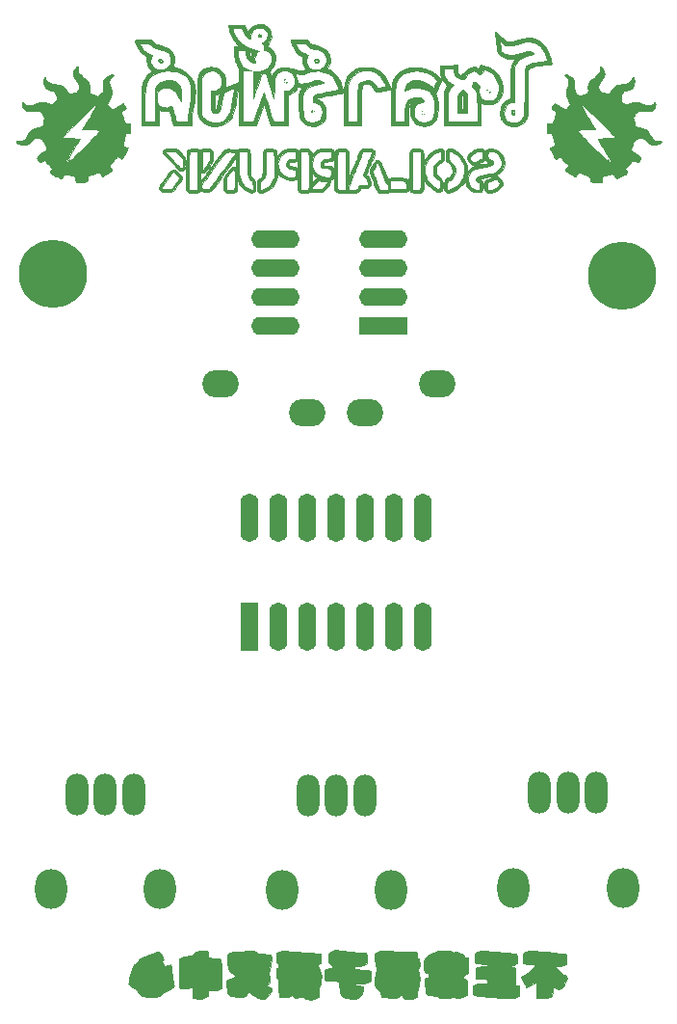
<source format=gbr>
%TF.GenerationSoftware,KiCad,Pcbnew,8.0.8-8.0.8-0~ubuntu20.04.1*%
%TF.CreationDate,2025-02-11T21:27:15+07:00*%
%TF.ProjectId,SolarSynth_digilog,536f6c61-7253-4796-9e74-685f64696769,rev?*%
%TF.SameCoordinates,Original*%
%TF.FileFunction,Soldermask,Bot*%
%TF.FilePolarity,Negative*%
%FSLAX46Y46*%
G04 Gerber Fmt 4.6, Leading zero omitted, Abs format (unit mm)*
G04 Created by KiCad (PCBNEW 8.0.8-8.0.8-0~ubuntu20.04.1) date 2025-02-11 21:27:15*
%MOMM*%
%LPD*%
G01*
G04 APERTURE LIST*
%ADD10C,0.010000*%
%ADD11C,6.000000*%
%ADD12O,3.200000X2.400000*%
%ADD13R,4.248000X1.600000*%
%ADD14O,4.248000X1.600000*%
%ADD15O,2.800000X3.500000*%
%ADD16O,2.000000X3.660000*%
%ADD17R,1.600000X4.248000*%
%ADD18O,1.600000X4.248000*%
G04 APERTURE END LIST*
D10*
%TO.C,Ref\u002A\u002A*%
X115440983Y-114786833D02*
X115440983Y-115182167D01*
X115440977Y-115206026D01*
X115439325Y-115384319D01*
X115431279Y-115500641D01*
X115411837Y-115575470D01*
X115375996Y-115629281D01*
X115318755Y-115682552D01*
X115276088Y-115720158D01*
X115225898Y-115781690D01*
X115219989Y-115851054D01*
X115249439Y-115964551D01*
X115267914Y-116020975D01*
X115331272Y-116183727D01*
X115403417Y-116341176D01*
X115433950Y-116409251D01*
X115484511Y-116568291D01*
X115504483Y-116706047D01*
X115501249Y-116787115D01*
X115481218Y-116975248D01*
X115447368Y-117193243D01*
X115404925Y-117412543D01*
X115359113Y-117604589D01*
X115315158Y-117740823D01*
X115289560Y-117823442D01*
X115260866Y-118006762D01*
X115250483Y-118228717D01*
X115250483Y-118561822D01*
X115028233Y-118671622D01*
X114931168Y-118717201D01*
X114805052Y-118769455D01*
X114721429Y-118795519D01*
X114548639Y-118802807D01*
X114352954Y-118778906D01*
X114170437Y-118730482D01*
X114036482Y-118664314D01*
X114007819Y-118643280D01*
X113952898Y-118609015D01*
X113893752Y-118589157D01*
X113814477Y-118583308D01*
X113699167Y-118591072D01*
X113531916Y-118612050D01*
X113296821Y-118645846D01*
X113200665Y-118653115D01*
X113122854Y-118624988D01*
X113047229Y-118539790D01*
X112952133Y-118411165D01*
X112748049Y-118514582D01*
X112737499Y-118519875D01*
X112589397Y-118580099D01*
X112434843Y-118610324D01*
X112248755Y-118613135D01*
X112006055Y-118591120D01*
X111788460Y-118564976D01*
X111758685Y-117797738D01*
X111749056Y-117560037D01*
X111738574Y-117348373D01*
X111727275Y-117198065D01*
X111713345Y-117096538D01*
X111694968Y-117031216D01*
X111670329Y-116989522D01*
X111637613Y-116958881D01*
X111610900Y-116935216D01*
X111576283Y-116883640D01*
X111554328Y-116803681D01*
X111540854Y-116676579D01*
X111531678Y-116483571D01*
X111529437Y-116420960D01*
X111525176Y-116255142D01*
X111529058Y-116150922D01*
X111544819Y-116090496D01*
X111576197Y-116056061D01*
X111626928Y-116029811D01*
X111670889Y-116006069D01*
X111723381Y-115940932D01*
X111736816Y-115827388D01*
X111718570Y-115703454D01*
X111652149Y-115622157D01*
X111618968Y-115595987D01*
X111591849Y-115549264D01*
X111576270Y-115469842D01*
X111569169Y-115340408D01*
X111567483Y-115143652D01*
X111567483Y-114718023D01*
X112096649Y-114479585D01*
X115440983Y-114786833D01*
G36*
X115440983Y-114786833D02*
G01*
X115440983Y-115182167D01*
X115440977Y-115206026D01*
X115439325Y-115384319D01*
X115431279Y-115500641D01*
X115411837Y-115575470D01*
X115375996Y-115629281D01*
X115318755Y-115682552D01*
X115276088Y-115720158D01*
X115225898Y-115781690D01*
X115219989Y-115851054D01*
X115249439Y-115964551D01*
X115267914Y-116020975D01*
X115331272Y-116183727D01*
X115403417Y-116341176D01*
X115433950Y-116409251D01*
X115484511Y-116568291D01*
X115504483Y-116706047D01*
X115501249Y-116787115D01*
X115481218Y-116975248D01*
X115447368Y-117193243D01*
X115404925Y-117412543D01*
X115359113Y-117604589D01*
X115315158Y-117740823D01*
X115289560Y-117823442D01*
X115260866Y-118006762D01*
X115250483Y-118228717D01*
X115250483Y-118561822D01*
X115028233Y-118671622D01*
X114931168Y-118717201D01*
X114805052Y-118769455D01*
X114721429Y-118795519D01*
X114548639Y-118802807D01*
X114352954Y-118778906D01*
X114170437Y-118730482D01*
X114036482Y-118664314D01*
X114007819Y-118643280D01*
X113952898Y-118609015D01*
X113893752Y-118589157D01*
X113814477Y-118583308D01*
X113699167Y-118591072D01*
X113531916Y-118612050D01*
X113296821Y-118645846D01*
X113200665Y-118653115D01*
X113122854Y-118624988D01*
X113047229Y-118539790D01*
X112952133Y-118411165D01*
X112748049Y-118514582D01*
X112737499Y-118519875D01*
X112589397Y-118580099D01*
X112434843Y-118610324D01*
X112248755Y-118613135D01*
X112006055Y-118591120D01*
X111788460Y-118564976D01*
X111758685Y-117797738D01*
X111749056Y-117560037D01*
X111738574Y-117348373D01*
X111727275Y-117198065D01*
X111713345Y-117096538D01*
X111694968Y-117031216D01*
X111670329Y-116989522D01*
X111637613Y-116958881D01*
X111610900Y-116935216D01*
X111576283Y-116883640D01*
X111554328Y-116803681D01*
X111540854Y-116676579D01*
X111531678Y-116483571D01*
X111529437Y-116420960D01*
X111525176Y-116255142D01*
X111529058Y-116150922D01*
X111544819Y-116090496D01*
X111576197Y-116056061D01*
X111626928Y-116029811D01*
X111670889Y-116006069D01*
X111723381Y-115940932D01*
X111736816Y-115827388D01*
X111718570Y-115703454D01*
X111652149Y-115622157D01*
X111618968Y-115595987D01*
X111591849Y-115549264D01*
X111576270Y-115469842D01*
X111569169Y-115340408D01*
X111567483Y-115143652D01*
X111567483Y-114718023D01*
X112096649Y-114479585D01*
X115440983Y-114786833D01*
G37*
X120825577Y-114493210D02*
X121004787Y-114499946D01*
X121233675Y-114512724D01*
X121498822Y-114530854D01*
X121786811Y-114553647D01*
X121912519Y-114563978D01*
X122319097Y-114593023D01*
X122668247Y-114610828D01*
X122951191Y-114617024D01*
X123159152Y-114611243D01*
X123208748Y-114608081D01*
X123409217Y-114601384D01*
X123595025Y-114603500D01*
X123731380Y-114614247D01*
X123928816Y-114643854D01*
X123928816Y-114906388D01*
X123930559Y-115021222D01*
X123942182Y-115121912D01*
X123970973Y-115177477D01*
X124024066Y-115210711D01*
X124049653Y-115223434D01*
X124087610Y-115258618D01*
X124110523Y-115321793D01*
X124123514Y-115431850D01*
X124131707Y-115607680D01*
X124133903Y-115677081D01*
X124134678Y-115833014D01*
X124123950Y-115934134D01*
X124097851Y-116002543D01*
X124052515Y-116060347D01*
X123960931Y-116157833D01*
X124079748Y-116545166D01*
X124198564Y-116932498D01*
X124123583Y-117298999D01*
X124111315Y-117356937D01*
X124068250Y-117537073D01*
X124024791Y-117690300D01*
X123988709Y-117788420D01*
X123962070Y-117871566D01*
X123937804Y-118031790D01*
X123928816Y-118224134D01*
X123928816Y-118536928D01*
X123664233Y-118664782D01*
X123663333Y-118665216D01*
X123512613Y-118732976D01*
X123391365Y-118769019D01*
X123261745Y-118780542D01*
X123085910Y-118774738D01*
X123036278Y-118771492D01*
X122852121Y-118746338D01*
X122736278Y-118698741D01*
X122676069Y-118620664D01*
X122658816Y-118504075D01*
X122658048Y-118483338D01*
X122635160Y-118424359D01*
X122573355Y-118413433D01*
X122463041Y-118451493D01*
X122294625Y-118539472D01*
X122058716Y-118672610D01*
X121597531Y-118644600D01*
X121457674Y-118635509D01*
X121250164Y-118620020D01*
X121071840Y-118604455D01*
X120950383Y-118591100D01*
X120764419Y-118565611D01*
X120739258Y-118348389D01*
X120736959Y-118329717D01*
X120699480Y-118169556D01*
X120639724Y-118088833D01*
X120603865Y-118066713D01*
X120452212Y-117937925D01*
X120325585Y-117778831D01*
X120250416Y-117621180D01*
X120225334Y-117500578D01*
X120206543Y-117244121D01*
X120220335Y-116963172D01*
X120266136Y-116691833D01*
X120291682Y-116575927D01*
X120323768Y-116326492D01*
X120316548Y-116079050D01*
X120270197Y-115795017D01*
X120234779Y-115609115D01*
X120196175Y-115342816D01*
X120176373Y-115107884D01*
X120176586Y-114921075D01*
X120198030Y-114799147D01*
X120225593Y-114750886D01*
X120333970Y-114649771D01*
X120491955Y-114560091D01*
X120676289Y-114496564D01*
X120709462Y-114493205D01*
X120825577Y-114493210D01*
G36*
X120825577Y-114493210D02*
G01*
X121004787Y-114499946D01*
X121233675Y-114512724D01*
X121498822Y-114530854D01*
X121786811Y-114553647D01*
X121912519Y-114563978D01*
X122319097Y-114593023D01*
X122668247Y-114610828D01*
X122951191Y-114617024D01*
X123159152Y-114611243D01*
X123208748Y-114608081D01*
X123409217Y-114601384D01*
X123595025Y-114603500D01*
X123731380Y-114614247D01*
X123928816Y-114643854D01*
X123928816Y-114906388D01*
X123930559Y-115021222D01*
X123942182Y-115121912D01*
X123970973Y-115177477D01*
X124024066Y-115210711D01*
X124049653Y-115223434D01*
X124087610Y-115258618D01*
X124110523Y-115321793D01*
X124123514Y-115431850D01*
X124131707Y-115607680D01*
X124133903Y-115677081D01*
X124134678Y-115833014D01*
X124123950Y-115934134D01*
X124097851Y-116002543D01*
X124052515Y-116060347D01*
X123960931Y-116157833D01*
X124079748Y-116545166D01*
X124198564Y-116932498D01*
X124123583Y-117298999D01*
X124111315Y-117356937D01*
X124068250Y-117537073D01*
X124024791Y-117690300D01*
X123988709Y-117788420D01*
X123962070Y-117871566D01*
X123937804Y-118031790D01*
X123928816Y-118224134D01*
X123928816Y-118536928D01*
X123664233Y-118664782D01*
X123663333Y-118665216D01*
X123512613Y-118732976D01*
X123391365Y-118769019D01*
X123261745Y-118780542D01*
X123085910Y-118774738D01*
X123036278Y-118771492D01*
X122852121Y-118746338D01*
X122736278Y-118698741D01*
X122676069Y-118620664D01*
X122658816Y-118504075D01*
X122658048Y-118483338D01*
X122635160Y-118424359D01*
X122573355Y-118413433D01*
X122463041Y-118451493D01*
X122294625Y-118539472D01*
X122058716Y-118672610D01*
X121597531Y-118644600D01*
X121457674Y-118635509D01*
X121250164Y-118620020D01*
X121071840Y-118604455D01*
X120950383Y-118591100D01*
X120764419Y-118565611D01*
X120739258Y-118348389D01*
X120736959Y-118329717D01*
X120699480Y-118169556D01*
X120639724Y-118088833D01*
X120603865Y-118066713D01*
X120452212Y-117937925D01*
X120325585Y-117778831D01*
X120250416Y-117621180D01*
X120225334Y-117500578D01*
X120206543Y-117244121D01*
X120220335Y-116963172D01*
X120266136Y-116691833D01*
X120291682Y-116575927D01*
X120323768Y-116326492D01*
X120316548Y-116079050D01*
X120270197Y-115795017D01*
X120234779Y-115609115D01*
X120196175Y-115342816D01*
X120176373Y-115107884D01*
X120176586Y-114921075D01*
X120198030Y-114799147D01*
X120225593Y-114750886D01*
X120333970Y-114649771D01*
X120491955Y-114560091D01*
X120676289Y-114496564D01*
X120709462Y-114493205D01*
X120825577Y-114493210D01*
G37*
X109409093Y-114506080D02*
X109539584Y-114527225D01*
X109706984Y-114571645D01*
X109801870Y-114628295D01*
X109831816Y-114700661D01*
X109831938Y-114702281D01*
X109869426Y-114727668D01*
X109977129Y-114751482D01*
X110159863Y-114774513D01*
X110422443Y-114797551D01*
X110491524Y-114803009D01*
X110701357Y-114821682D01*
X110876737Y-114840384D01*
X111000990Y-114857205D01*
X111057443Y-114870239D01*
X111073426Y-114897831D01*
X111090589Y-114999696D01*
X111098152Y-115158749D01*
X111096029Y-115358560D01*
X111084134Y-115582696D01*
X111062382Y-115814727D01*
X111049485Y-115909459D01*
X110998159Y-116123413D01*
X110917901Y-116287309D01*
X110903697Y-116308955D01*
X110848436Y-116404674D01*
X110839202Y-116461391D01*
X110870809Y-116502849D01*
X110891575Y-116529174D01*
X110915552Y-116608702D01*
X110928563Y-116745233D01*
X110932483Y-116952444D01*
X110932483Y-117350855D01*
X110620473Y-117534945D01*
X110830755Y-117627105D01*
X110970346Y-117692228D01*
X111073777Y-117762400D01*
X111113296Y-117842624D01*
X111097647Y-117953811D01*
X111035573Y-118116868D01*
X111004347Y-118189690D01*
X110909461Y-118385012D01*
X110817310Y-118522502D01*
X110713502Y-118620664D01*
X110583646Y-118698005D01*
X110526777Y-118724714D01*
X110357362Y-118777208D01*
X110198332Y-118770414D01*
X110013861Y-118704759D01*
X109862544Y-118625851D01*
X109687112Y-118519189D01*
X109512409Y-118401497D01*
X109363226Y-118289478D01*
X109264358Y-118199835D01*
X109183734Y-118110044D01*
X109041660Y-118276025D01*
X108956785Y-118364911D01*
X108804631Y-118474098D01*
X108623436Y-118540203D01*
X108396170Y-118568468D01*
X108105807Y-118564135D01*
X108051279Y-118560839D01*
X107760676Y-118534174D01*
X107542691Y-118489209D01*
X107387150Y-118415583D01*
X107283881Y-118302936D01*
X107222711Y-118140906D01*
X107193470Y-117919134D01*
X107185983Y-117627257D01*
X107185983Y-117123347D01*
X107482316Y-116999324D01*
X107504548Y-116989898D01*
X107710478Y-116886325D01*
X107839931Y-116786852D01*
X107891219Y-116694338D01*
X107862654Y-116611641D01*
X107752547Y-116541622D01*
X107655067Y-116481868D01*
X107524983Y-116349041D01*
X107418721Y-116184054D01*
X107358483Y-116016493D01*
X107321807Y-115880797D01*
X107269328Y-115751704D01*
X107256717Y-115721537D01*
X107228854Y-115595524D01*
X107212020Y-115427730D01*
X107206468Y-115243265D01*
X107212455Y-115067239D01*
X107230236Y-114924761D01*
X107260066Y-114840942D01*
X107270535Y-114828841D01*
X107352053Y-114758577D01*
X107461149Y-114684842D01*
X107467956Y-114680831D01*
X107542255Y-114644051D01*
X107627348Y-114619657D01*
X107741693Y-114605221D01*
X107903747Y-114598309D01*
X108131967Y-114596491D01*
X108381999Y-114591998D01*
X108672524Y-114570190D01*
X108881515Y-114530372D01*
X108909718Y-114522396D01*
X109061836Y-114491004D01*
X109214858Y-114486185D01*
X109409093Y-114506080D01*
G36*
X109409093Y-114506080D02*
G01*
X109539584Y-114527225D01*
X109706984Y-114571645D01*
X109801870Y-114628295D01*
X109831816Y-114700661D01*
X109831938Y-114702281D01*
X109869426Y-114727668D01*
X109977129Y-114751482D01*
X110159863Y-114774513D01*
X110422443Y-114797551D01*
X110491524Y-114803009D01*
X110701357Y-114821682D01*
X110876737Y-114840384D01*
X111000990Y-114857205D01*
X111057443Y-114870239D01*
X111073426Y-114897831D01*
X111090589Y-114999696D01*
X111098152Y-115158749D01*
X111096029Y-115358560D01*
X111084134Y-115582696D01*
X111062382Y-115814727D01*
X111049485Y-115909459D01*
X110998159Y-116123413D01*
X110917901Y-116287309D01*
X110903697Y-116308955D01*
X110848436Y-116404674D01*
X110839202Y-116461391D01*
X110870809Y-116502849D01*
X110891575Y-116529174D01*
X110915552Y-116608702D01*
X110928563Y-116745233D01*
X110932483Y-116952444D01*
X110932483Y-117350855D01*
X110620473Y-117534945D01*
X110830755Y-117627105D01*
X110970346Y-117692228D01*
X111073777Y-117762400D01*
X111113296Y-117842624D01*
X111097647Y-117953811D01*
X111035573Y-118116868D01*
X111004347Y-118189690D01*
X110909461Y-118385012D01*
X110817310Y-118522502D01*
X110713502Y-118620664D01*
X110583646Y-118698005D01*
X110526777Y-118724714D01*
X110357362Y-118777208D01*
X110198332Y-118770414D01*
X110013861Y-118704759D01*
X109862544Y-118625851D01*
X109687112Y-118519189D01*
X109512409Y-118401497D01*
X109363226Y-118289478D01*
X109264358Y-118199835D01*
X109183734Y-118110044D01*
X109041660Y-118276025D01*
X108956785Y-118364911D01*
X108804631Y-118474098D01*
X108623436Y-118540203D01*
X108396170Y-118568468D01*
X108105807Y-118564135D01*
X108051279Y-118560839D01*
X107760676Y-118534174D01*
X107542691Y-118489209D01*
X107387150Y-118415583D01*
X107283881Y-118302936D01*
X107222711Y-118140906D01*
X107193470Y-117919134D01*
X107185983Y-117627257D01*
X107185983Y-117123347D01*
X107482316Y-116999324D01*
X107504548Y-116989898D01*
X107710478Y-116886325D01*
X107839931Y-116786852D01*
X107891219Y-116694338D01*
X107862654Y-116611641D01*
X107752547Y-116541622D01*
X107655067Y-116481868D01*
X107524983Y-116349041D01*
X107418721Y-116184054D01*
X107358483Y-116016493D01*
X107321807Y-115880797D01*
X107269328Y-115751704D01*
X107256717Y-115721537D01*
X107228854Y-115595524D01*
X107212020Y-115427730D01*
X107206468Y-115243265D01*
X107212455Y-115067239D01*
X107230236Y-114924761D01*
X107260066Y-114840942D01*
X107270535Y-114828841D01*
X107352053Y-114758577D01*
X107461149Y-114684842D01*
X107467956Y-114680831D01*
X107542255Y-114644051D01*
X107627348Y-114619657D01*
X107741693Y-114605221D01*
X107903747Y-114598309D01*
X108131967Y-114596491D01*
X108381999Y-114591998D01*
X108672524Y-114570190D01*
X108881515Y-114530372D01*
X108909718Y-114522396D01*
X109061836Y-114491004D01*
X109214858Y-114486185D01*
X109409093Y-114506080D01*
G37*
X118054354Y-114596836D02*
X118254962Y-114615313D01*
X118571529Y-114644346D01*
X118854908Y-114670183D01*
X119094874Y-114691899D01*
X119281204Y-114708571D01*
X119403676Y-114719275D01*
X119452066Y-114723090D01*
X119462877Y-114750823D01*
X119473720Y-114847717D01*
X119481095Y-114997770D01*
X119483816Y-115183786D01*
X119483816Y-115644240D01*
X119261566Y-115744703D01*
X119218269Y-115763584D01*
X119071770Y-115812850D01*
X118914989Y-115836376D01*
X118711233Y-115840552D01*
X118383149Y-115835939D01*
X118383149Y-115974163D01*
X118382889Y-115998675D01*
X118384289Y-116042265D01*
X118396934Y-116075517D01*
X118431252Y-116101114D01*
X118497672Y-116121738D01*
X118606623Y-116140069D01*
X118768533Y-116158791D01*
X118993831Y-116180585D01*
X119292946Y-116208132D01*
X119293412Y-116208175D01*
X119492896Y-116227914D01*
X119661058Y-116247056D01*
X119780219Y-116263417D01*
X119832696Y-116274812D01*
X119841670Y-116297145D01*
X119853597Y-116389493D01*
X119861779Y-116535086D01*
X119864816Y-116714785D01*
X119864816Y-117134907D01*
X119642566Y-117250786D01*
X119571041Y-117287013D01*
X119483156Y-117323875D01*
X119392825Y-117346228D01*
X119279505Y-117356964D01*
X119122656Y-117358979D01*
X118901733Y-117355168D01*
X118897295Y-117355070D01*
X118677637Y-117351706D01*
X118529355Y-117353910D01*
X118439488Y-117362971D01*
X118395074Y-117380183D01*
X118383149Y-117406836D01*
X118388251Y-117444431D01*
X118419886Y-117486255D01*
X118492976Y-117519834D01*
X118621758Y-117550986D01*
X118820469Y-117585528D01*
X118864865Y-117593027D01*
X119019905Y-117625771D01*
X119135650Y-117660328D01*
X119189763Y-117690356D01*
X119196881Y-117721981D01*
X119187541Y-117825543D01*
X119155950Y-117969810D01*
X119108652Y-118130902D01*
X119052191Y-118284937D01*
X118993110Y-118408035D01*
X118962509Y-118451387D01*
X118852686Y-118559372D01*
X118721226Y-118648556D01*
X118664063Y-118677515D01*
X118570877Y-118714165D01*
X118471551Y-118732026D01*
X118340044Y-118734602D01*
X118150316Y-118725398D01*
X118037611Y-118717630D01*
X117786108Y-118690238D01*
X117596068Y-118649905D01*
X117450793Y-118592288D01*
X117333583Y-118513047D01*
X117328843Y-118509013D01*
X117248370Y-118420322D01*
X117187969Y-118302995D01*
X117143706Y-118143053D01*
X117111651Y-117926516D01*
X117087870Y-117639403D01*
X117059077Y-117189974D01*
X116609863Y-117159898D01*
X116480241Y-117150535D01*
X116278154Y-117133421D01*
X116106096Y-117115936D01*
X115991316Y-117100692D01*
X115821983Y-117071562D01*
X115809900Y-116636564D01*
X115797816Y-116201566D01*
X115996459Y-116113697D01*
X116056514Y-116089021D01*
X116217821Y-116035458D01*
X116357792Y-116004006D01*
X116390329Y-115999238D01*
X116483167Y-115979916D01*
X116520483Y-115962229D01*
X116494479Y-115923272D01*
X116426025Y-115839953D01*
X116329983Y-115730391D01*
X116139483Y-115518509D01*
X116139483Y-114741505D01*
X116413937Y-114606165D01*
X116688392Y-114470826D01*
X118054354Y-114596836D01*
G36*
X118054354Y-114596836D02*
G01*
X118254962Y-114615313D01*
X118571529Y-114644346D01*
X118854908Y-114670183D01*
X119094874Y-114691899D01*
X119281204Y-114708571D01*
X119403676Y-114719275D01*
X119452066Y-114723090D01*
X119462877Y-114750823D01*
X119473720Y-114847717D01*
X119481095Y-114997770D01*
X119483816Y-115183786D01*
X119483816Y-115644240D01*
X119261566Y-115744703D01*
X119218269Y-115763584D01*
X119071770Y-115812850D01*
X118914989Y-115836376D01*
X118711233Y-115840552D01*
X118383149Y-115835939D01*
X118383149Y-115974163D01*
X118382889Y-115998675D01*
X118384289Y-116042265D01*
X118396934Y-116075517D01*
X118431252Y-116101114D01*
X118497672Y-116121738D01*
X118606623Y-116140069D01*
X118768533Y-116158791D01*
X118993831Y-116180585D01*
X119292946Y-116208132D01*
X119293412Y-116208175D01*
X119492896Y-116227914D01*
X119661058Y-116247056D01*
X119780219Y-116263417D01*
X119832696Y-116274812D01*
X119841670Y-116297145D01*
X119853597Y-116389493D01*
X119861779Y-116535086D01*
X119864816Y-116714785D01*
X119864816Y-117134907D01*
X119642566Y-117250786D01*
X119571041Y-117287013D01*
X119483156Y-117323875D01*
X119392825Y-117346228D01*
X119279505Y-117356964D01*
X119122656Y-117358979D01*
X118901733Y-117355168D01*
X118897295Y-117355070D01*
X118677637Y-117351706D01*
X118529355Y-117353910D01*
X118439488Y-117362971D01*
X118395074Y-117380183D01*
X118383149Y-117406836D01*
X118388251Y-117444431D01*
X118419886Y-117486255D01*
X118492976Y-117519834D01*
X118621758Y-117550986D01*
X118820469Y-117585528D01*
X118864865Y-117593027D01*
X119019905Y-117625771D01*
X119135650Y-117660328D01*
X119189763Y-117690356D01*
X119196881Y-117721981D01*
X119187541Y-117825543D01*
X119155950Y-117969810D01*
X119108652Y-118130902D01*
X119052191Y-118284937D01*
X118993110Y-118408035D01*
X118962509Y-118451387D01*
X118852686Y-118559372D01*
X118721226Y-118648556D01*
X118664063Y-118677515D01*
X118570877Y-118714165D01*
X118471551Y-118732026D01*
X118340044Y-118734602D01*
X118150316Y-118725398D01*
X118037611Y-118717630D01*
X117786108Y-118690238D01*
X117596068Y-118649905D01*
X117450793Y-118592288D01*
X117333583Y-118513047D01*
X117328843Y-118509013D01*
X117248370Y-118420322D01*
X117187969Y-118302995D01*
X117143706Y-118143053D01*
X117111651Y-117926516D01*
X117087870Y-117639403D01*
X117059077Y-117189974D01*
X116609863Y-117159898D01*
X116480241Y-117150535D01*
X116278154Y-117133421D01*
X116106096Y-117115936D01*
X115991316Y-117100692D01*
X115821983Y-117071562D01*
X115809900Y-116636564D01*
X115797816Y-116201566D01*
X115996459Y-116113697D01*
X116056514Y-116089021D01*
X116217821Y-116035458D01*
X116357792Y-116004006D01*
X116390329Y-115999238D01*
X116483167Y-115979916D01*
X116520483Y-115962229D01*
X116494479Y-115923272D01*
X116426025Y-115839953D01*
X116329983Y-115730391D01*
X116139483Y-115518509D01*
X116139483Y-114741505D01*
X116413937Y-114606165D01*
X116688392Y-114470826D01*
X118054354Y-114596836D01*
G37*
X105353252Y-114538543D02*
X105510187Y-114564489D01*
X105534983Y-115124835D01*
X106081793Y-115176426D01*
X106251816Y-115194118D01*
X106464502Y-115223323D01*
X106603461Y-115253147D01*
X106663228Y-115282592D01*
X106665358Y-115288264D01*
X106674068Y-115361384D01*
X106681912Y-115505421D01*
X106688582Y-115709233D01*
X106693775Y-115961681D01*
X106697183Y-116251621D01*
X106698501Y-116567912D01*
X106699149Y-117798659D01*
X106498066Y-117901412D01*
X106482801Y-117909125D01*
X106370004Y-117957776D01*
X106254295Y-117986691D01*
X106108484Y-118000583D01*
X105905381Y-118004166D01*
X105513780Y-118004166D01*
X105513798Y-118249380D01*
X105513816Y-118494595D01*
X105249233Y-118620705D01*
X105129686Y-118674479D01*
X105022481Y-118710158D01*
X104911985Y-118726873D01*
X104778147Y-118725863D01*
X104600913Y-118708365D01*
X104360233Y-118675619D01*
X104201483Y-118652891D01*
X104201483Y-117692576D01*
X104063899Y-117738973D01*
X103959173Y-117764831D01*
X103768134Y-117791196D01*
X103549226Y-117806089D01*
X103334816Y-117807560D01*
X103157270Y-117793656D01*
X102973816Y-117766145D01*
X102973816Y-115227738D01*
X103238399Y-115102569D01*
X103360744Y-115048365D01*
X103499984Y-115003754D01*
X103648372Y-114982679D01*
X103843478Y-114977366D01*
X104183974Y-114977333D01*
X104224478Y-114842281D01*
X104256898Y-114771867D01*
X104375001Y-114655882D01*
X104555546Y-114571366D01*
X104786676Y-114521510D01*
X105056531Y-114509506D01*
X105353252Y-114538543D01*
G36*
X105353252Y-114538543D02*
G01*
X105510187Y-114564489D01*
X105534983Y-115124835D01*
X106081793Y-115176426D01*
X106251816Y-115194118D01*
X106464502Y-115223323D01*
X106603461Y-115253147D01*
X106663228Y-115282592D01*
X106665358Y-115288264D01*
X106674068Y-115361384D01*
X106681912Y-115505421D01*
X106688582Y-115709233D01*
X106693775Y-115961681D01*
X106697183Y-116251621D01*
X106698501Y-116567912D01*
X106699149Y-117798659D01*
X106498066Y-117901412D01*
X106482801Y-117909125D01*
X106370004Y-117957776D01*
X106254295Y-117986691D01*
X106108484Y-118000583D01*
X105905381Y-118004166D01*
X105513780Y-118004166D01*
X105513798Y-118249380D01*
X105513816Y-118494595D01*
X105249233Y-118620705D01*
X105129686Y-118674479D01*
X105022481Y-118710158D01*
X104911985Y-118726873D01*
X104778147Y-118725863D01*
X104600913Y-118708365D01*
X104360233Y-118675619D01*
X104201483Y-118652891D01*
X104201483Y-117692576D01*
X104063899Y-117738973D01*
X103959173Y-117764831D01*
X103768134Y-117791196D01*
X103549226Y-117806089D01*
X103334816Y-117807560D01*
X103157270Y-117793656D01*
X102973816Y-117766145D01*
X102973816Y-115227738D01*
X103238399Y-115102569D01*
X103360744Y-115048365D01*
X103499984Y-115003754D01*
X103648372Y-114982679D01*
X103843478Y-114977366D01*
X104183974Y-114977333D01*
X104224478Y-114842281D01*
X104256898Y-114771867D01*
X104375001Y-114655882D01*
X104555546Y-114571366D01*
X104786676Y-114521510D01*
X105056531Y-114509506D01*
X105353252Y-114538543D01*
G37*
X135336624Y-114627784D02*
X135390575Y-114632618D01*
X135749037Y-114665895D01*
X136080503Y-114698613D01*
X136375411Y-114729691D01*
X136624198Y-114758044D01*
X136817302Y-114782590D01*
X136945159Y-114802247D01*
X136998207Y-114815932D01*
X137003195Y-114820904D01*
X137030773Y-114895747D01*
X137046901Y-115044936D01*
X137052149Y-115273316D01*
X137052149Y-115685932D01*
X136795359Y-115797299D01*
X136792195Y-115798668D01*
X136535954Y-115883447D01*
X136276776Y-115910541D01*
X136014983Y-115912415D01*
X136282385Y-116161817D01*
X136291546Y-116170321D01*
X136462004Y-116318972D01*
X136651538Y-116470678D01*
X136820795Y-116593860D01*
X136889745Y-116641095D01*
X137009141Y-116735314D01*
X137073062Y-116823019D01*
X137086635Y-116925116D01*
X137054990Y-117062512D01*
X136983255Y-117256113D01*
X136982389Y-117258309D01*
X136885823Y-117474450D01*
X136785679Y-117627311D01*
X136665067Y-117737031D01*
X136507093Y-117823745D01*
X136321870Y-117906989D01*
X136074663Y-117779495D01*
X135827456Y-117652000D01*
X135815386Y-118055561D01*
X135803316Y-118459123D01*
X135572687Y-118582242D01*
X135542884Y-118598042D01*
X135440154Y-118647943D01*
X135347768Y-118678536D01*
X135241994Y-118693718D01*
X135099100Y-118697384D01*
X134895354Y-118693430D01*
X134448649Y-118681500D01*
X134437051Y-117974192D01*
X134425452Y-117266885D01*
X133979751Y-117502781D01*
X133978723Y-117503325D01*
X133804903Y-117593503D01*
X133660487Y-117665020D01*
X133560498Y-117710672D01*
X133519962Y-117723255D01*
X133500005Y-117687967D01*
X133449370Y-117590892D01*
X133376538Y-117448055D01*
X133289606Y-117275206D01*
X133073339Y-116842580D01*
X133422438Y-116612680D01*
X133500070Y-116559498D01*
X133677017Y-116425292D01*
X133851224Y-116278043D01*
X134009566Y-116130348D01*
X134138918Y-115994805D01*
X134226154Y-115884011D01*
X134258149Y-115810565D01*
X134255544Y-115790329D01*
X134229638Y-115756360D01*
X134166302Y-115730165D01*
X134053739Y-115709126D01*
X133880148Y-115690628D01*
X133633733Y-115672051D01*
X133199816Y-115642563D01*
X133199816Y-114741505D01*
X133464399Y-114612955D01*
X133728983Y-114484405D01*
X135336624Y-114627784D01*
G36*
X135336624Y-114627784D02*
G01*
X135390575Y-114632618D01*
X135749037Y-114665895D01*
X136080503Y-114698613D01*
X136375411Y-114729691D01*
X136624198Y-114758044D01*
X136817302Y-114782590D01*
X136945159Y-114802247D01*
X136998207Y-114815932D01*
X137003195Y-114820904D01*
X137030773Y-114895747D01*
X137046901Y-115044936D01*
X137052149Y-115273316D01*
X137052149Y-115685932D01*
X136795359Y-115797299D01*
X136792195Y-115798668D01*
X136535954Y-115883447D01*
X136276776Y-115910541D01*
X136014983Y-115912415D01*
X136282385Y-116161817D01*
X136291546Y-116170321D01*
X136462004Y-116318972D01*
X136651538Y-116470678D01*
X136820795Y-116593860D01*
X136889745Y-116641095D01*
X137009141Y-116735314D01*
X137073062Y-116823019D01*
X137086635Y-116925116D01*
X137054990Y-117062512D01*
X136983255Y-117256113D01*
X136982389Y-117258309D01*
X136885823Y-117474450D01*
X136785679Y-117627311D01*
X136665067Y-117737031D01*
X136507093Y-117823745D01*
X136321870Y-117906989D01*
X136074663Y-117779495D01*
X135827456Y-117652000D01*
X135815386Y-118055561D01*
X135803316Y-118459123D01*
X135572687Y-118582242D01*
X135542884Y-118598042D01*
X135440154Y-118647943D01*
X135347768Y-118678536D01*
X135241994Y-118693718D01*
X135099100Y-118697384D01*
X134895354Y-118693430D01*
X134448649Y-118681500D01*
X134437051Y-117974192D01*
X134425452Y-117266885D01*
X133979751Y-117502781D01*
X133978723Y-117503325D01*
X133804903Y-117593503D01*
X133660487Y-117665020D01*
X133560498Y-117710672D01*
X133519962Y-117723255D01*
X133500005Y-117687967D01*
X133449370Y-117590892D01*
X133376538Y-117448055D01*
X133289606Y-117275206D01*
X133073339Y-116842580D01*
X133422438Y-116612680D01*
X133500070Y-116559498D01*
X133677017Y-116425292D01*
X133851224Y-116278043D01*
X134009566Y-116130348D01*
X134138918Y-115994805D01*
X134226154Y-115884011D01*
X134258149Y-115810565D01*
X134255544Y-115790329D01*
X134229638Y-115756360D01*
X134166302Y-115730165D01*
X134053739Y-115709126D01*
X133880148Y-115690628D01*
X133633733Y-115672051D01*
X133199816Y-115642563D01*
X133199816Y-114741505D01*
X133464399Y-114612955D01*
X133728983Y-114484405D01*
X135336624Y-114627784D01*
G37*
X131034834Y-114626897D02*
X131380573Y-114656497D01*
X131740140Y-114688733D01*
X132028006Y-114716680D01*
X132251249Y-114741200D01*
X132416946Y-114763154D01*
X132532173Y-114783404D01*
X132604009Y-114802811D01*
X132639529Y-114822236D01*
X132655311Y-114842076D01*
X132684978Y-114921972D01*
X132702095Y-115056551D01*
X132709011Y-115260623D01*
X132712983Y-115633500D01*
X132501316Y-115739333D01*
X132426458Y-115774734D01*
X132324325Y-115811319D01*
X132211596Y-115831966D01*
X132063616Y-115840555D01*
X131855733Y-115840969D01*
X131723123Y-115840230D01*
X131567530Y-115841057D01*
X131461195Y-115843774D01*
X131421816Y-115848090D01*
X131427390Y-115893995D01*
X131479313Y-115955677D01*
X131576340Y-115948582D01*
X131646052Y-115932756D01*
X131789888Y-115918204D01*
X131968139Y-115910748D01*
X132152590Y-115910828D01*
X132315026Y-115918882D01*
X132427233Y-115935348D01*
X132447183Y-115941139D01*
X132474895Y-115956046D01*
X132494807Y-115986913D01*
X132508208Y-116045191D01*
X132516387Y-116142331D01*
X132520633Y-116289785D01*
X132522235Y-116499003D01*
X132522483Y-116781437D01*
X132522483Y-117602000D01*
X132861149Y-117602000D01*
X132861149Y-118478832D01*
X132617733Y-118589938D01*
X132544789Y-118621863D01*
X132444178Y-118658186D01*
X132339313Y-118682437D01*
X132216871Y-118695119D01*
X132063533Y-118696735D01*
X131865977Y-118687786D01*
X131610883Y-118668775D01*
X131284928Y-118640205D01*
X131115175Y-118625015D01*
X130796149Y-118597183D01*
X130444842Y-118567215D01*
X130093257Y-118537829D01*
X129773397Y-118511747D01*
X129749382Y-118509803D01*
X129493486Y-118486864D01*
X129266111Y-118462600D01*
X129081245Y-118438793D01*
X128952872Y-118417229D01*
X128894980Y-118399691D01*
X128888926Y-118393603D01*
X128860869Y-118320061D01*
X128844682Y-118176587D01*
X128839483Y-117956116D01*
X128839483Y-117558599D01*
X129082899Y-117449732D01*
X129146912Y-117421935D01*
X129264151Y-117379956D01*
X129379154Y-117357947D01*
X129520783Y-117351691D01*
X129717899Y-117356972D01*
X130109483Y-117373079D01*
X130109483Y-117211044D01*
X130108875Y-117185550D01*
X130091382Y-117081295D01*
X130056566Y-117029661D01*
X130012172Y-117021359D01*
X129896387Y-117007931D01*
X129731751Y-116992849D01*
X129537983Y-116978073D01*
X129072316Y-116945833D01*
X129060238Y-116510661D01*
X129048160Y-116075490D01*
X129271905Y-115971325D01*
X129421068Y-115912383D01*
X129591086Y-115876959D01*
X129802566Y-115866746D01*
X129842702Y-115866625D01*
X129986143Y-115863099D01*
X130066542Y-115851056D01*
X130101717Y-115825558D01*
X130109483Y-115781666D01*
X130097869Y-115732380D01*
X130044314Y-115697000D01*
X129971356Y-115692981D01*
X129832408Y-115680775D01*
X129655899Y-115662998D01*
X129466202Y-115642316D01*
X129287693Y-115621396D01*
X129144745Y-115602904D01*
X129061733Y-115589507D01*
X129052867Y-115587463D01*
X129012273Y-115571401D01*
X128986898Y-115536157D01*
X128973182Y-115465363D01*
X128967564Y-115342647D01*
X128966483Y-115151641D01*
X128966483Y-114734895D01*
X129231066Y-114615982D01*
X129495649Y-114497068D01*
X131034834Y-114626897D01*
G36*
X131034834Y-114626897D02*
G01*
X131380573Y-114656497D01*
X131740140Y-114688733D01*
X132028006Y-114716680D01*
X132251249Y-114741200D01*
X132416946Y-114763154D01*
X132532173Y-114783404D01*
X132604009Y-114802811D01*
X132639529Y-114822236D01*
X132655311Y-114842076D01*
X132684978Y-114921972D01*
X132702095Y-115056551D01*
X132709011Y-115260623D01*
X132712983Y-115633500D01*
X132501316Y-115739333D01*
X132426458Y-115774734D01*
X132324325Y-115811319D01*
X132211596Y-115831966D01*
X132063616Y-115840555D01*
X131855733Y-115840969D01*
X131723123Y-115840230D01*
X131567530Y-115841057D01*
X131461195Y-115843774D01*
X131421816Y-115848090D01*
X131427390Y-115893995D01*
X131479313Y-115955677D01*
X131576340Y-115948582D01*
X131646052Y-115932756D01*
X131789888Y-115918204D01*
X131968139Y-115910748D01*
X132152590Y-115910828D01*
X132315026Y-115918882D01*
X132427233Y-115935348D01*
X132447183Y-115941139D01*
X132474895Y-115956046D01*
X132494807Y-115986913D01*
X132508208Y-116045191D01*
X132516387Y-116142331D01*
X132520633Y-116289785D01*
X132522235Y-116499003D01*
X132522483Y-116781437D01*
X132522483Y-117602000D01*
X132861149Y-117602000D01*
X132861149Y-118478832D01*
X132617733Y-118589938D01*
X132544789Y-118621863D01*
X132444178Y-118658186D01*
X132339313Y-118682437D01*
X132216871Y-118695119D01*
X132063533Y-118696735D01*
X131865977Y-118687786D01*
X131610883Y-118668775D01*
X131284928Y-118640205D01*
X131115175Y-118625015D01*
X130796149Y-118597183D01*
X130444842Y-118567215D01*
X130093257Y-118537829D01*
X129773397Y-118511747D01*
X129749382Y-118509803D01*
X129493486Y-118486864D01*
X129266111Y-118462600D01*
X129081245Y-118438793D01*
X128952872Y-118417229D01*
X128894980Y-118399691D01*
X128888926Y-118393603D01*
X128860869Y-118320061D01*
X128844682Y-118176587D01*
X128839483Y-117956116D01*
X128839483Y-117558599D01*
X129082899Y-117449732D01*
X129146912Y-117421935D01*
X129264151Y-117379956D01*
X129379154Y-117357947D01*
X129520783Y-117351691D01*
X129717899Y-117356972D01*
X130109483Y-117373079D01*
X130109483Y-117211044D01*
X130108875Y-117185550D01*
X130091382Y-117081295D01*
X130056566Y-117029661D01*
X130012172Y-117021359D01*
X129896387Y-117007931D01*
X129731751Y-116992849D01*
X129537983Y-116978073D01*
X129072316Y-116945833D01*
X129060238Y-116510661D01*
X129048160Y-116075490D01*
X129271905Y-115971325D01*
X129421068Y-115912383D01*
X129591086Y-115876959D01*
X129802566Y-115866746D01*
X129842702Y-115866625D01*
X129986143Y-115863099D01*
X130066542Y-115851056D01*
X130101717Y-115825558D01*
X130109483Y-115781666D01*
X130097869Y-115732380D01*
X130044314Y-115697000D01*
X129971356Y-115692981D01*
X129832408Y-115680775D01*
X129655899Y-115662998D01*
X129466202Y-115642316D01*
X129287693Y-115621396D01*
X129144745Y-115602904D01*
X129061733Y-115589507D01*
X129052867Y-115587463D01*
X129012273Y-115571401D01*
X128986898Y-115536157D01*
X128973182Y-115465363D01*
X128967564Y-115342647D01*
X128966483Y-115151641D01*
X128966483Y-114734895D01*
X129231066Y-114615982D01*
X129495649Y-114497068D01*
X131034834Y-114626897D01*
G37*
X126031722Y-114489662D02*
X126069393Y-114498602D01*
X126184795Y-114511646D01*
X126348572Y-114521716D01*
X126538401Y-114527161D01*
X126567617Y-114527584D01*
X126768683Y-114534017D01*
X126904457Y-114547494D01*
X126992156Y-114570684D01*
X127049001Y-114606252D01*
X127095026Y-114641934D01*
X127164290Y-114657272D01*
X127267230Y-114627942D01*
X127307400Y-114613959D01*
X127376608Y-114602145D01*
X127452979Y-114615090D01*
X127558817Y-114658206D01*
X127716431Y-114736902D01*
X127799352Y-114780777D01*
X127941963Y-114867673D01*
X128027576Y-114943897D01*
X128071998Y-115022129D01*
X128100427Y-115087384D01*
X128158324Y-115135459D01*
X128265781Y-115146666D01*
X128416149Y-115146666D01*
X128416149Y-116457573D01*
X128202044Y-116566069D01*
X128087839Y-116626948D01*
X128021593Y-116679305D01*
X127998445Y-116739777D01*
X128000960Y-116831365D01*
X128009015Y-116896429D01*
X128040823Y-116972848D01*
X128106159Y-117001291D01*
X128136209Y-117006564D01*
X128201584Y-117031694D01*
X128248969Y-117082399D01*
X128281702Y-117170495D01*
X128303121Y-117307799D01*
X128316564Y-117506127D01*
X128325369Y-117777296D01*
X128340692Y-118405573D01*
X128071504Y-118532919D01*
X127874206Y-118611088D01*
X127670888Y-118652308D01*
X127444319Y-118654463D01*
X127167316Y-118620175D01*
X127111345Y-118611923D01*
X126960748Y-118607790D01*
X126849816Y-118642170D01*
X126776922Y-118664877D01*
X126632370Y-118684809D01*
X126451901Y-118695454D01*
X126262131Y-118696132D01*
X126089676Y-118686163D01*
X125961155Y-118664868D01*
X125885571Y-118628070D01*
X125812988Y-118552671D01*
X125810202Y-118547441D01*
X125775465Y-118507078D01*
X125713558Y-118482914D01*
X125605335Y-118470584D01*
X125431649Y-118465721D01*
X125423745Y-118465610D01*
X125156612Y-118441719D01*
X124938071Y-118382147D01*
X124779118Y-118291235D01*
X124690748Y-118173320D01*
X124689668Y-118170305D01*
X124672438Y-118084741D01*
X124654216Y-117936022D01*
X124637106Y-117744235D01*
X124623217Y-117529468D01*
X124594675Y-116988166D01*
X124771901Y-116910069D01*
X124852831Y-116872883D01*
X124918719Y-116825105D01*
X124940251Y-116756353D01*
X124936388Y-116634902D01*
X124923649Y-116437833D01*
X124747132Y-116424982D01*
X124570615Y-116412130D01*
X124540670Y-116092574D01*
X124529275Y-115912580D01*
X124525205Y-115681380D01*
X124531761Y-115479019D01*
X124534667Y-115441286D01*
X124554428Y-115291473D01*
X124593202Y-115174113D01*
X124662792Y-115076147D01*
X124775005Y-114984516D01*
X124941645Y-114886162D01*
X125174518Y-114768026D01*
X125318526Y-114698770D01*
X125583656Y-114581556D01*
X125787030Y-114508890D01*
X125934451Y-114478886D01*
X126031722Y-114489662D01*
G36*
X126031722Y-114489662D02*
G01*
X126069393Y-114498602D01*
X126184795Y-114511646D01*
X126348572Y-114521716D01*
X126538401Y-114527161D01*
X126567617Y-114527584D01*
X126768683Y-114534017D01*
X126904457Y-114547494D01*
X126992156Y-114570684D01*
X127049001Y-114606252D01*
X127095026Y-114641934D01*
X127164290Y-114657272D01*
X127267230Y-114627942D01*
X127307400Y-114613959D01*
X127376608Y-114602145D01*
X127452979Y-114615090D01*
X127558817Y-114658206D01*
X127716431Y-114736902D01*
X127799352Y-114780777D01*
X127941963Y-114867673D01*
X128027576Y-114943897D01*
X128071998Y-115022129D01*
X128100427Y-115087384D01*
X128158324Y-115135459D01*
X128265781Y-115146666D01*
X128416149Y-115146666D01*
X128416149Y-116457573D01*
X128202044Y-116566069D01*
X128087839Y-116626948D01*
X128021593Y-116679305D01*
X127998445Y-116739777D01*
X128000960Y-116831365D01*
X128009015Y-116896429D01*
X128040823Y-116972848D01*
X128106159Y-117001291D01*
X128136209Y-117006564D01*
X128201584Y-117031694D01*
X128248969Y-117082399D01*
X128281702Y-117170495D01*
X128303121Y-117307799D01*
X128316564Y-117506127D01*
X128325369Y-117777296D01*
X128340692Y-118405573D01*
X128071504Y-118532919D01*
X127874206Y-118611088D01*
X127670888Y-118652308D01*
X127444319Y-118654463D01*
X127167316Y-118620175D01*
X127111345Y-118611923D01*
X126960748Y-118607790D01*
X126849816Y-118642170D01*
X126776922Y-118664877D01*
X126632370Y-118684809D01*
X126451901Y-118695454D01*
X126262131Y-118696132D01*
X126089676Y-118686163D01*
X125961155Y-118664868D01*
X125885571Y-118628070D01*
X125812988Y-118552671D01*
X125810202Y-118547441D01*
X125775465Y-118507078D01*
X125713558Y-118482914D01*
X125605335Y-118470584D01*
X125431649Y-118465721D01*
X125423745Y-118465610D01*
X125156612Y-118441719D01*
X124938071Y-118382147D01*
X124779118Y-118291235D01*
X124690748Y-118173320D01*
X124689668Y-118170305D01*
X124672438Y-118084741D01*
X124654216Y-117936022D01*
X124637106Y-117744235D01*
X124623217Y-117529468D01*
X124594675Y-116988166D01*
X124771901Y-116910069D01*
X124852831Y-116872883D01*
X124918719Y-116825105D01*
X124940251Y-116756353D01*
X124936388Y-116634902D01*
X124923649Y-116437833D01*
X124747132Y-116424982D01*
X124570615Y-116412130D01*
X124540670Y-116092574D01*
X124529275Y-115912580D01*
X124525205Y-115681380D01*
X124531761Y-115479019D01*
X124534667Y-115441286D01*
X124554428Y-115291473D01*
X124593202Y-115174113D01*
X124662792Y-115076147D01*
X124775005Y-114984516D01*
X124941645Y-114886162D01*
X125174518Y-114768026D01*
X125318526Y-114698770D01*
X125583656Y-114581556D01*
X125787030Y-114508890D01*
X125934451Y-114478886D01*
X126031722Y-114489662D01*
G37*
X101238169Y-114596343D02*
X101246204Y-114601560D01*
X101307718Y-114671363D01*
X101386271Y-114791937D01*
X101469276Y-114939698D01*
X101544149Y-115091061D01*
X101598302Y-115222442D01*
X101619149Y-115310255D01*
X101591855Y-115384462D01*
X101502733Y-115461119D01*
X101478734Y-115474596D01*
X101430012Y-115512779D01*
X101458910Y-115525971D01*
X101533492Y-115560137D01*
X101594875Y-115653731D01*
X101619149Y-115779690D01*
X101619346Y-115790924D01*
X101641081Y-115847149D01*
X101714399Y-115846315D01*
X101752768Y-115837626D01*
X101995036Y-115784308D01*
X102157305Y-115751823D01*
X102238593Y-115740368D01*
X102238964Y-115740367D01*
X102267819Y-115781049D01*
X102294204Y-115894110D01*
X102315275Y-116067416D01*
X102319105Y-116109473D01*
X102347496Y-116369346D01*
X102385226Y-116656640D01*
X102428159Y-116943408D01*
X102472159Y-117201708D01*
X102513087Y-117403593D01*
X102527300Y-117467926D01*
X102540093Y-117569735D01*
X102522075Y-117637816D01*
X102468357Y-117705128D01*
X102445448Y-117726993D01*
X102332126Y-117807587D01*
X102198909Y-117876097D01*
X102152880Y-117895425D01*
X102035056Y-117947998D01*
X101957816Y-117986868D01*
X101946642Y-117993402D01*
X101858663Y-118043098D01*
X101746149Y-118105051D01*
X101730909Y-118113588D01*
X101608921Y-118195808D01*
X101513316Y-118280828D01*
X101469682Y-118321095D01*
X101353766Y-118402386D01*
X101216983Y-118478456D01*
X101130280Y-118518079D01*
X101047191Y-118546346D01*
X100953801Y-118562987D01*
X100831538Y-118569986D01*
X100661831Y-118569328D01*
X100426108Y-118563000D01*
X100335734Y-118560044D01*
X100115867Y-118550178D01*
X99955499Y-118536500D01*
X99835785Y-118516148D01*
X99737881Y-118486256D01*
X99642942Y-118443960D01*
X99604062Y-118424158D01*
X99490364Y-118350985D01*
X99415461Y-118260107D01*
X99350202Y-118119183D01*
X99325313Y-118058312D01*
X99275913Y-117961872D01*
X99213084Y-117892124D01*
X99115446Y-117828855D01*
X98961620Y-117751858D01*
X98939318Y-117740980D01*
X98787945Y-117657295D01*
X98664824Y-117573381D01*
X98594798Y-117505895D01*
X98565810Y-117453456D01*
X98553312Y-117395242D01*
X98559338Y-117312998D01*
X98585324Y-117187558D01*
X98632705Y-116999755D01*
X98708757Y-116718978D01*
X98791326Y-116436786D01*
X98872358Y-116180385D01*
X98947191Y-115963883D01*
X99011168Y-115801391D01*
X99059627Y-115707016D01*
X99076808Y-115685776D01*
X99172580Y-115602009D01*
X99293614Y-115526239D01*
X99316899Y-115513813D01*
X99421670Y-115436756D01*
X99460149Y-115364034D01*
X99475729Y-115303085D01*
X99535672Y-115218442D01*
X99621535Y-115159911D01*
X99768825Y-115083560D01*
X99959342Y-114997800D01*
X100178026Y-114908136D01*
X100409814Y-114820070D01*
X100639646Y-114739106D01*
X100852458Y-114670748D01*
X101033191Y-114620499D01*
X101166782Y-114593863D01*
X101238169Y-114596343D01*
G36*
X101238169Y-114596343D02*
G01*
X101246204Y-114601560D01*
X101307718Y-114671363D01*
X101386271Y-114791937D01*
X101469276Y-114939698D01*
X101544149Y-115091061D01*
X101598302Y-115222442D01*
X101619149Y-115310255D01*
X101591855Y-115384462D01*
X101502733Y-115461119D01*
X101478734Y-115474596D01*
X101430012Y-115512779D01*
X101458910Y-115525971D01*
X101533492Y-115560137D01*
X101594875Y-115653731D01*
X101619149Y-115779690D01*
X101619346Y-115790924D01*
X101641081Y-115847149D01*
X101714399Y-115846315D01*
X101752768Y-115837626D01*
X101995036Y-115784308D01*
X102157305Y-115751823D01*
X102238593Y-115740368D01*
X102238964Y-115740367D01*
X102267819Y-115781049D01*
X102294204Y-115894110D01*
X102315275Y-116067416D01*
X102319105Y-116109473D01*
X102347496Y-116369346D01*
X102385226Y-116656640D01*
X102428159Y-116943408D01*
X102472159Y-117201708D01*
X102513087Y-117403593D01*
X102527300Y-117467926D01*
X102540093Y-117569735D01*
X102522075Y-117637816D01*
X102468357Y-117705128D01*
X102445448Y-117726993D01*
X102332126Y-117807587D01*
X102198909Y-117876097D01*
X102152880Y-117895425D01*
X102035056Y-117947998D01*
X101957816Y-117986868D01*
X101946642Y-117993402D01*
X101858663Y-118043098D01*
X101746149Y-118105051D01*
X101730909Y-118113588D01*
X101608921Y-118195808D01*
X101513316Y-118280828D01*
X101469682Y-118321095D01*
X101353766Y-118402386D01*
X101216983Y-118478456D01*
X101130280Y-118518079D01*
X101047191Y-118546346D01*
X100953801Y-118562987D01*
X100831538Y-118569986D01*
X100661831Y-118569328D01*
X100426108Y-118563000D01*
X100335734Y-118560044D01*
X100115867Y-118550178D01*
X99955499Y-118536500D01*
X99835785Y-118516148D01*
X99737881Y-118486256D01*
X99642942Y-118443960D01*
X99604062Y-118424158D01*
X99490364Y-118350985D01*
X99415461Y-118260107D01*
X99350202Y-118119183D01*
X99325313Y-118058312D01*
X99275913Y-117961872D01*
X99213084Y-117892124D01*
X99115446Y-117828855D01*
X98961620Y-117751858D01*
X98939318Y-117740980D01*
X98787945Y-117657295D01*
X98664824Y-117573381D01*
X98594798Y-117505895D01*
X98565810Y-117453456D01*
X98553312Y-117395242D01*
X98559338Y-117312998D01*
X98585324Y-117187558D01*
X98632705Y-116999755D01*
X98708757Y-116718978D01*
X98791326Y-116436786D01*
X98872358Y-116180385D01*
X98947191Y-115963883D01*
X99011168Y-115801391D01*
X99059627Y-115707016D01*
X99076808Y-115685776D01*
X99172580Y-115602009D01*
X99293614Y-115526239D01*
X99316899Y-115513813D01*
X99421670Y-115436756D01*
X99460149Y-115364034D01*
X99475729Y-115303085D01*
X99535672Y-115218442D01*
X99621535Y-115159911D01*
X99768825Y-115083560D01*
X99959342Y-114997800D01*
X100178026Y-114908136D01*
X100409814Y-114820070D01*
X100639646Y-114739106D01*
X100852458Y-114670748D01*
X101033191Y-114620499D01*
X101166782Y-114593863D01*
X101238169Y-114596343D01*
G37*
X131582726Y-45469028D02*
X131550710Y-45650762D01*
X131525995Y-45713790D01*
X131412695Y-45907107D01*
X131254361Y-46100240D01*
X131074581Y-46266854D01*
X130896949Y-46380612D01*
X130894694Y-46381662D01*
X130776747Y-46437905D01*
X130729129Y-46467639D01*
X130745231Y-46479366D01*
X130818444Y-46481586D01*
X130859142Y-46484332D01*
X130984906Y-46529155D01*
X131128101Y-46637568D01*
X131287944Y-46805792D01*
X131389491Y-46981474D01*
X131416426Y-47131024D01*
X131421816Y-47160953D01*
X131417525Y-47200163D01*
X131359232Y-47334026D01*
X131244993Y-47482365D01*
X131090480Y-47629543D01*
X130911364Y-47759926D01*
X130723316Y-47857877D01*
X130604094Y-47899907D01*
X130423959Y-47944869D01*
X130273256Y-47962661D01*
X130149758Y-47955476D01*
X130047195Y-47916910D01*
X129945173Y-47828630D01*
X129897670Y-47778152D01*
X129850656Y-47712126D01*
X129825359Y-47634598D01*
X129815087Y-47521186D01*
X129814019Y-47425481D01*
X130073978Y-47425481D01*
X130085623Y-47570241D01*
X130112645Y-47649977D01*
X130180384Y-47695120D01*
X130313660Y-47710832D01*
X130480921Y-47681979D01*
X130664412Y-47613885D01*
X130846379Y-47511870D01*
X131009066Y-47381258D01*
X131113283Y-47260645D01*
X131164271Y-47131024D01*
X131135761Y-47005366D01*
X131028217Y-46871304D01*
X130971427Y-46820774D01*
X130838553Y-46748815D01*
X130706951Y-46755892D01*
X130559020Y-46840861D01*
X130546565Y-46850018D01*
X130404250Y-46928999D01*
X130254928Y-46980196D01*
X130088316Y-47014669D01*
X130075712Y-47302478D01*
X130073978Y-47425481D01*
X129814019Y-47425481D01*
X129813149Y-47347505D01*
X129816060Y-47220993D01*
X129842128Y-47021048D01*
X129900818Y-46884521D01*
X129998882Y-46799252D01*
X130143067Y-46753079D01*
X130189505Y-46741467D01*
X130332499Y-46682488D01*
X130469316Y-46600340D01*
X130638649Y-46476003D01*
X130469316Y-46503904D01*
X130392952Y-46518074D01*
X130236653Y-46550350D01*
X130042267Y-46592780D01*
X129835206Y-46639912D01*
X129685720Y-46674934D01*
X129537635Y-46711949D01*
X129453404Y-46739230D01*
X129422089Y-46762120D01*
X129432751Y-46785961D01*
X129474454Y-46816093D01*
X129543327Y-46862698D01*
X129642752Y-46946827D01*
X129698566Y-47038422D01*
X129723050Y-47163127D01*
X129728483Y-47346585D01*
X129725059Y-47513990D01*
X129710101Y-47628367D01*
X129676935Y-47711708D01*
X129618886Y-47791085D01*
X129552350Y-47861892D01*
X129484787Y-47901302D01*
X129388888Y-47917922D01*
X129236527Y-47921333D01*
X129180309Y-47920619D01*
X128939297Y-47893508D01*
X128739600Y-47819707D01*
X128551244Y-47689057D01*
X128466029Y-47603264D01*
X128356529Y-47460194D01*
X128259224Y-47302115D01*
X128189450Y-47154523D01*
X128162547Y-47042916D01*
X128153012Y-46983556D01*
X128119816Y-46947666D01*
X128107322Y-46949743D01*
X128077483Y-46994116D01*
X128075882Y-47003796D01*
X128032666Y-47075452D01*
X127941697Y-47182282D01*
X127818059Y-47309859D01*
X127676838Y-47443755D01*
X127533118Y-47569545D01*
X127401986Y-47672800D01*
X127298525Y-47739093D01*
X127128556Y-47817100D01*
X126928635Y-47891899D01*
X126747431Y-47943612D01*
X126612581Y-47963208D01*
X126604956Y-47962902D01*
X126511312Y-47930183D01*
X126411498Y-47859854D01*
X126371522Y-47820301D01*
X126332187Y-47763168D01*
X126310543Y-47686982D01*
X126301379Y-47569881D01*
X126300280Y-47465590D01*
X126546020Y-47465590D01*
X126553174Y-47590032D01*
X126567899Y-47656750D01*
X126590668Y-47684880D01*
X126640390Y-47703445D01*
X126726801Y-47692071D01*
X126870983Y-47650309D01*
X127056484Y-47578246D01*
X127359707Y-47400410D01*
X127625992Y-47168244D01*
X127839621Y-46896564D01*
X127843527Y-46888594D01*
X128388781Y-46888594D01*
X128455513Y-47141438D01*
X128586976Y-47368435D01*
X128778488Y-47551246D01*
X128934556Y-47637468D01*
X129147170Y-47691329D01*
X129347483Y-47673669D01*
X129352745Y-47672092D01*
X129407989Y-47647946D01*
X129438168Y-47603818D01*
X129450778Y-47518161D01*
X129453316Y-47369424D01*
X129453316Y-47096499D01*
X129293217Y-47021114D01*
X129264332Y-47006208D01*
X129153774Y-46925644D01*
X129084454Y-46838923D01*
X129065380Y-46778413D01*
X129077869Y-46694981D01*
X129147304Y-46619883D01*
X129280489Y-46548740D01*
X129484231Y-46477171D01*
X129765335Y-46400799D01*
X129780853Y-46396943D01*
X129986615Y-46347612D01*
X130167638Y-46307319D01*
X130304847Y-46280127D01*
X130379168Y-46270097D01*
X130554400Y-46241152D01*
X130765295Y-46152041D01*
X130970958Y-46018170D01*
X131147665Y-45855251D01*
X131271688Y-45678999D01*
X131329585Y-45524058D01*
X131353568Y-45280752D01*
X131309714Y-45035852D01*
X131205504Y-44804387D01*
X131048421Y-44601386D01*
X130845947Y-44441880D01*
X130605563Y-44340898D01*
X130564315Y-44330694D01*
X130368987Y-44303167D01*
X130233870Y-44329268D01*
X130152145Y-44411977D01*
X130116991Y-44554271D01*
X130115977Y-44587282D01*
X130111206Y-44742677D01*
X130136814Y-44891457D01*
X130201843Y-44987543D01*
X130311954Y-45045193D01*
X130461974Y-45108320D01*
X130576878Y-45197441D01*
X130617483Y-45295245D01*
X130613683Y-45322152D01*
X130562250Y-45418621D01*
X130473222Y-45510171D01*
X130375498Y-45564633D01*
X130365779Y-45567242D01*
X130227858Y-45600328D01*
X130036562Y-45641805D01*
X129819218Y-45686089D01*
X129603156Y-45727597D01*
X129415702Y-45760744D01*
X129379861Y-45766903D01*
X129065268Y-45847877D01*
X128816742Y-45969876D01*
X128623675Y-46139706D01*
X128475459Y-46364176D01*
X128468234Y-46378718D01*
X128391461Y-46628241D01*
X128388781Y-46888594D01*
X127843527Y-46888594D01*
X127984879Y-46600186D01*
X128002753Y-46545584D01*
X128070183Y-46209438D01*
X128076545Y-45859250D01*
X128023198Y-45520569D01*
X127911500Y-45218948D01*
X127820526Y-45070977D01*
X127650521Y-44860993D01*
X127449527Y-44663496D01*
X127243664Y-44506352D01*
X127162681Y-44455378D01*
X127002841Y-44363864D01*
X126888828Y-44317779D01*
X126805800Y-44312308D01*
X126738914Y-44342638D01*
X126705817Y-44374736D01*
X126679849Y-44437125D01*
X126669778Y-44542037D01*
X126671795Y-44710341D01*
X126682006Y-45021500D01*
X126909517Y-45233166D01*
X127069728Y-45399978D01*
X127226908Y-45634619D01*
X127302089Y-45870628D01*
X127296650Y-46113166D01*
X127211964Y-46367396D01*
X127156146Y-46468568D01*
X127052207Y-46613357D01*
X126936619Y-46739703D01*
X126826983Y-46829089D01*
X126740899Y-46863000D01*
X126704396Y-46868901D01*
X126626007Y-46939204D01*
X126573452Y-47086434D01*
X126548071Y-47307500D01*
X126547955Y-47310147D01*
X126546020Y-47465590D01*
X126300280Y-47465590D01*
X126299483Y-47390002D01*
X126305358Y-47184025D01*
X126333298Y-46987240D01*
X126390979Y-46843358D01*
X126485748Y-46735611D01*
X126624952Y-46647234D01*
X126742803Y-46574285D01*
X126912517Y-46404693D01*
X127016664Y-46201276D01*
X127049074Y-45978631D01*
X127003577Y-45751359D01*
X126968314Y-45676527D01*
X126857335Y-45528951D01*
X126680475Y-45369571D01*
X126426483Y-45167308D01*
X126426483Y-44727750D01*
X126426629Y-44605974D01*
X126429440Y-44448686D01*
X126439358Y-44346268D01*
X126460880Y-44279756D01*
X126498506Y-44230186D01*
X126556731Y-44178596D01*
X126656402Y-44111629D01*
X126800866Y-44074195D01*
X126970341Y-44098732D01*
X127180976Y-44185416D01*
X127221031Y-44206025D01*
X127518159Y-44402048D01*
X127783962Y-44651488D01*
X128008319Y-44939396D01*
X128181106Y-45250823D01*
X128292202Y-45570821D01*
X128328328Y-45859250D01*
X128331483Y-45884441D01*
X128331483Y-46075849D01*
X128490233Y-45923755D01*
X128581776Y-45842857D01*
X128772713Y-45714124D01*
X128998958Y-45613284D01*
X129276831Y-45533783D01*
X129622649Y-45469069D01*
X129778790Y-45442441D01*
X129973198Y-45403960D01*
X130130649Y-45367288D01*
X130342316Y-45311280D01*
X130183697Y-45258400D01*
X130162264Y-45250663D01*
X130043820Y-45188706D01*
X129962950Y-45116818D01*
X129900820Y-45028116D01*
X129787712Y-45141225D01*
X129774346Y-45153942D01*
X129669602Y-45225243D01*
X129572004Y-45254333D01*
X129515323Y-45266549D01*
X129400271Y-45320352D01*
X129275356Y-45402500D01*
X129249685Y-45421715D01*
X129075546Y-45524085D01*
X128922466Y-45551598D01*
X128773006Y-45503653D01*
X128609730Y-45379652D01*
X128542797Y-45314325D01*
X128396450Y-45131144D01*
X128318661Y-44959069D01*
X128316942Y-44895872D01*
X128543149Y-44895872D01*
X128555430Y-44928662D01*
X128610424Y-45013391D01*
X128694615Y-45119713D01*
X128728188Y-45157708D01*
X128840353Y-45256272D01*
X128945789Y-45286093D01*
X129064388Y-45248059D01*
X129216040Y-45143061D01*
X129296356Y-45084944D01*
X129394904Y-45029434D01*
X129454596Y-45016133D01*
X129510001Y-45014169D01*
X129596623Y-44973572D01*
X129601684Y-44969780D01*
X129658672Y-44879544D01*
X129688468Y-44741806D01*
X129690475Y-44587282D01*
X129664095Y-44446684D01*
X129608733Y-44350727D01*
X129537837Y-44301281D01*
X129454419Y-44285365D01*
X129339277Y-44306164D01*
X129170463Y-44364359D01*
X129066499Y-44415180D01*
X128927019Y-44505682D01*
X128786596Y-44614548D01*
X128663580Y-44726231D01*
X128576315Y-44825187D01*
X128543149Y-44895872D01*
X128316942Y-44895872D01*
X128314553Y-44808023D01*
X128323834Y-44780440D01*
X128398160Y-44659843D01*
X128521754Y-44520468D01*
X128675467Y-44380252D01*
X128840148Y-44257136D01*
X128996648Y-44169058D01*
X129230225Y-44090815D01*
X129453177Y-44065261D01*
X129643457Y-44094898D01*
X129785119Y-44179514D01*
X129895634Y-44290029D01*
X130026973Y-44179514D01*
X130068477Y-44148792D01*
X130253151Y-44078714D01*
X130489878Y-44073550D01*
X130776712Y-44133421D01*
X130943229Y-44207157D01*
X131146873Y-44354686D01*
X131330793Y-44546488D01*
X131472217Y-44761983D01*
X131497092Y-44817750D01*
X131552781Y-45017013D01*
X131582371Y-45245943D01*
X131582427Y-45280752D01*
X131582726Y-45469028D01*
G36*
X131582726Y-45469028D02*
G01*
X131550710Y-45650762D01*
X131525995Y-45713790D01*
X131412695Y-45907107D01*
X131254361Y-46100240D01*
X131074581Y-46266854D01*
X130896949Y-46380612D01*
X130894694Y-46381662D01*
X130776747Y-46437905D01*
X130729129Y-46467639D01*
X130745231Y-46479366D01*
X130818444Y-46481586D01*
X130859142Y-46484332D01*
X130984906Y-46529155D01*
X131128101Y-46637568D01*
X131287944Y-46805792D01*
X131389491Y-46981474D01*
X131416426Y-47131024D01*
X131421816Y-47160953D01*
X131417525Y-47200163D01*
X131359232Y-47334026D01*
X131244993Y-47482365D01*
X131090480Y-47629543D01*
X130911364Y-47759926D01*
X130723316Y-47857877D01*
X130604094Y-47899907D01*
X130423959Y-47944869D01*
X130273256Y-47962661D01*
X130149758Y-47955476D01*
X130047195Y-47916910D01*
X129945173Y-47828630D01*
X129897670Y-47778152D01*
X129850656Y-47712126D01*
X129825359Y-47634598D01*
X129815087Y-47521186D01*
X129814019Y-47425481D01*
X130073978Y-47425481D01*
X130085623Y-47570241D01*
X130112645Y-47649977D01*
X130180384Y-47695120D01*
X130313660Y-47710832D01*
X130480921Y-47681979D01*
X130664412Y-47613885D01*
X130846379Y-47511870D01*
X131009066Y-47381258D01*
X131113283Y-47260645D01*
X131164271Y-47131024D01*
X131135761Y-47005366D01*
X131028217Y-46871304D01*
X130971427Y-46820774D01*
X130838553Y-46748815D01*
X130706951Y-46755892D01*
X130559020Y-46840861D01*
X130546565Y-46850018D01*
X130404250Y-46928999D01*
X130254928Y-46980196D01*
X130088316Y-47014669D01*
X130075712Y-47302478D01*
X130073978Y-47425481D01*
X129814019Y-47425481D01*
X129813149Y-47347505D01*
X129816060Y-47220993D01*
X129842128Y-47021048D01*
X129900818Y-46884521D01*
X129998882Y-46799252D01*
X130143067Y-46753079D01*
X130189505Y-46741467D01*
X130332499Y-46682488D01*
X130469316Y-46600340D01*
X130638649Y-46476003D01*
X130469316Y-46503904D01*
X130392952Y-46518074D01*
X130236653Y-46550350D01*
X130042267Y-46592780D01*
X129835206Y-46639912D01*
X129685720Y-46674934D01*
X129537635Y-46711949D01*
X129453404Y-46739230D01*
X129422089Y-46762120D01*
X129432751Y-46785961D01*
X129474454Y-46816093D01*
X129543327Y-46862698D01*
X129642752Y-46946827D01*
X129698566Y-47038422D01*
X129723050Y-47163127D01*
X129728483Y-47346585D01*
X129725059Y-47513990D01*
X129710101Y-47628367D01*
X129676935Y-47711708D01*
X129618886Y-47791085D01*
X129552350Y-47861892D01*
X129484787Y-47901302D01*
X129388888Y-47917922D01*
X129236527Y-47921333D01*
X129180309Y-47920619D01*
X128939297Y-47893508D01*
X128739600Y-47819707D01*
X128551244Y-47689057D01*
X128466029Y-47603264D01*
X128356529Y-47460194D01*
X128259224Y-47302115D01*
X128189450Y-47154523D01*
X128162547Y-47042916D01*
X128153012Y-46983556D01*
X128119816Y-46947666D01*
X128107322Y-46949743D01*
X128077483Y-46994116D01*
X128075882Y-47003796D01*
X128032666Y-47075452D01*
X127941697Y-47182282D01*
X127818059Y-47309859D01*
X127676838Y-47443755D01*
X127533118Y-47569545D01*
X127401986Y-47672800D01*
X127298525Y-47739093D01*
X127128556Y-47817100D01*
X126928635Y-47891899D01*
X126747431Y-47943612D01*
X126612581Y-47963208D01*
X126604956Y-47962902D01*
X126511312Y-47930183D01*
X126411498Y-47859854D01*
X126371522Y-47820301D01*
X126332187Y-47763168D01*
X126310543Y-47686982D01*
X126301379Y-47569881D01*
X126300280Y-47465590D01*
X126546020Y-47465590D01*
X126553174Y-47590032D01*
X126567899Y-47656750D01*
X126590668Y-47684880D01*
X126640390Y-47703445D01*
X126726801Y-47692071D01*
X126870983Y-47650309D01*
X127056484Y-47578246D01*
X127359707Y-47400410D01*
X127625992Y-47168244D01*
X127839621Y-46896564D01*
X127843527Y-46888594D01*
X128388781Y-46888594D01*
X128455513Y-47141438D01*
X128586976Y-47368435D01*
X128778488Y-47551246D01*
X128934556Y-47637468D01*
X129147170Y-47691329D01*
X129347483Y-47673669D01*
X129352745Y-47672092D01*
X129407989Y-47647946D01*
X129438168Y-47603818D01*
X129450778Y-47518161D01*
X129453316Y-47369424D01*
X129453316Y-47096499D01*
X129293217Y-47021114D01*
X129264332Y-47006208D01*
X129153774Y-46925644D01*
X129084454Y-46838923D01*
X129065380Y-46778413D01*
X129077869Y-46694981D01*
X129147304Y-46619883D01*
X129280489Y-46548740D01*
X129484231Y-46477171D01*
X129765335Y-46400799D01*
X129780853Y-46396943D01*
X129986615Y-46347612D01*
X130167638Y-46307319D01*
X130304847Y-46280127D01*
X130379168Y-46270097D01*
X130554400Y-46241152D01*
X130765295Y-46152041D01*
X130970958Y-46018170D01*
X131147665Y-45855251D01*
X131271688Y-45678999D01*
X131329585Y-45524058D01*
X131353568Y-45280752D01*
X131309714Y-45035852D01*
X131205504Y-44804387D01*
X131048421Y-44601386D01*
X130845947Y-44441880D01*
X130605563Y-44340898D01*
X130564315Y-44330694D01*
X130368987Y-44303167D01*
X130233870Y-44329268D01*
X130152145Y-44411977D01*
X130116991Y-44554271D01*
X130115977Y-44587282D01*
X130111206Y-44742677D01*
X130136814Y-44891457D01*
X130201843Y-44987543D01*
X130311954Y-45045193D01*
X130461974Y-45108320D01*
X130576878Y-45197441D01*
X130617483Y-45295245D01*
X130613683Y-45322152D01*
X130562250Y-45418621D01*
X130473222Y-45510171D01*
X130375498Y-45564633D01*
X130365779Y-45567242D01*
X130227858Y-45600328D01*
X130036562Y-45641805D01*
X129819218Y-45686089D01*
X129603156Y-45727597D01*
X129415702Y-45760744D01*
X129379861Y-45766903D01*
X129065268Y-45847877D01*
X128816742Y-45969876D01*
X128623675Y-46139706D01*
X128475459Y-46364176D01*
X128468234Y-46378718D01*
X128391461Y-46628241D01*
X128388781Y-46888594D01*
X127843527Y-46888594D01*
X127984879Y-46600186D01*
X128002753Y-46545584D01*
X128070183Y-46209438D01*
X128076545Y-45859250D01*
X128023198Y-45520569D01*
X127911500Y-45218948D01*
X127820526Y-45070977D01*
X127650521Y-44860993D01*
X127449527Y-44663496D01*
X127243664Y-44506352D01*
X127162681Y-44455378D01*
X127002841Y-44363864D01*
X126888828Y-44317779D01*
X126805800Y-44312308D01*
X126738914Y-44342638D01*
X126705817Y-44374736D01*
X126679849Y-44437125D01*
X126669778Y-44542037D01*
X126671795Y-44710341D01*
X126682006Y-45021500D01*
X126909517Y-45233166D01*
X127069728Y-45399978D01*
X127226908Y-45634619D01*
X127302089Y-45870628D01*
X127296650Y-46113166D01*
X127211964Y-46367396D01*
X127156146Y-46468568D01*
X127052207Y-46613357D01*
X126936619Y-46739703D01*
X126826983Y-46829089D01*
X126740899Y-46863000D01*
X126704396Y-46868901D01*
X126626007Y-46939204D01*
X126573452Y-47086434D01*
X126548071Y-47307500D01*
X126547955Y-47310147D01*
X126546020Y-47465590D01*
X126300280Y-47465590D01*
X126299483Y-47390002D01*
X126305358Y-47184025D01*
X126333298Y-46987240D01*
X126390979Y-46843358D01*
X126485748Y-46735611D01*
X126624952Y-46647234D01*
X126742803Y-46574285D01*
X126912517Y-46404693D01*
X127016664Y-46201276D01*
X127049074Y-45978631D01*
X127003577Y-45751359D01*
X126968314Y-45676527D01*
X126857335Y-45528951D01*
X126680475Y-45369571D01*
X126426483Y-45167308D01*
X126426483Y-44727750D01*
X126426629Y-44605974D01*
X126429440Y-44448686D01*
X126439358Y-44346268D01*
X126460880Y-44279756D01*
X126498506Y-44230186D01*
X126556731Y-44178596D01*
X126656402Y-44111629D01*
X126800866Y-44074195D01*
X126970341Y-44098732D01*
X127180976Y-44185416D01*
X127221031Y-44206025D01*
X127518159Y-44402048D01*
X127783962Y-44651488D01*
X128008319Y-44939396D01*
X128181106Y-45250823D01*
X128292202Y-45570821D01*
X128328328Y-45859250D01*
X128331483Y-45884441D01*
X128331483Y-46075849D01*
X128490233Y-45923755D01*
X128581776Y-45842857D01*
X128772713Y-45714124D01*
X128998958Y-45613284D01*
X129276831Y-45533783D01*
X129622649Y-45469069D01*
X129778790Y-45442441D01*
X129973198Y-45403960D01*
X130130649Y-45367288D01*
X130342316Y-45311280D01*
X130183697Y-45258400D01*
X130162264Y-45250663D01*
X130043820Y-45188706D01*
X129962950Y-45116818D01*
X129900820Y-45028116D01*
X129787712Y-45141225D01*
X129774346Y-45153942D01*
X129669602Y-45225243D01*
X129572004Y-45254333D01*
X129515323Y-45266549D01*
X129400271Y-45320352D01*
X129275356Y-45402500D01*
X129249685Y-45421715D01*
X129075546Y-45524085D01*
X128922466Y-45551598D01*
X128773006Y-45503653D01*
X128609730Y-45379652D01*
X128542797Y-45314325D01*
X128396450Y-45131144D01*
X128318661Y-44959069D01*
X128316942Y-44895872D01*
X128543149Y-44895872D01*
X128555430Y-44928662D01*
X128610424Y-45013391D01*
X128694615Y-45119713D01*
X128728188Y-45157708D01*
X128840353Y-45256272D01*
X128945789Y-45286093D01*
X129064388Y-45248059D01*
X129216040Y-45143061D01*
X129296356Y-45084944D01*
X129394904Y-45029434D01*
X129454596Y-45016133D01*
X129510001Y-45014169D01*
X129596623Y-44973572D01*
X129601684Y-44969780D01*
X129658672Y-44879544D01*
X129688468Y-44741806D01*
X129690475Y-44587282D01*
X129664095Y-44446684D01*
X129608733Y-44350727D01*
X129537837Y-44301281D01*
X129454419Y-44285365D01*
X129339277Y-44306164D01*
X129170463Y-44364359D01*
X129066499Y-44415180D01*
X128927019Y-44505682D01*
X128786596Y-44614548D01*
X128663580Y-44726231D01*
X128576315Y-44825187D01*
X128543149Y-44895872D01*
X128316942Y-44895872D01*
X128314553Y-44808023D01*
X128323834Y-44780440D01*
X128398160Y-44659843D01*
X128521754Y-44520468D01*
X128675467Y-44380252D01*
X128840148Y-44257136D01*
X128996648Y-44169058D01*
X129230225Y-44090815D01*
X129453177Y-44065261D01*
X129643457Y-44094898D01*
X129785119Y-44179514D01*
X129895634Y-44290029D01*
X130026973Y-44179514D01*
X130068477Y-44148792D01*
X130253151Y-44078714D01*
X130489878Y-44073550D01*
X130776712Y-44133421D01*
X130943229Y-44207157D01*
X131146873Y-44354686D01*
X131330793Y-44546488D01*
X131472217Y-44761983D01*
X131497092Y-44817750D01*
X131552781Y-45017013D01*
X131582371Y-45245943D01*
X131582427Y-45280752D01*
X131582726Y-45469028D01*
G37*
X124456034Y-44413833D02*
X124465208Y-44558776D01*
X124472373Y-44771648D01*
X124486762Y-45267635D01*
X124562151Y-45102234D01*
X124657119Y-44928849D01*
X124815778Y-44719916D01*
X125004932Y-44532932D01*
X125213785Y-44373102D01*
X125431538Y-44245634D01*
X125647393Y-44155734D01*
X125850552Y-44108608D01*
X126030216Y-44109462D01*
X126175589Y-44163504D01*
X126275872Y-44275939D01*
X126295990Y-44323546D01*
X126314864Y-44420958D01*
X126314983Y-44430306D01*
X126316625Y-44559607D01*
X126302425Y-44760556D01*
X126298537Y-44800745D01*
X126263465Y-45029249D01*
X126210822Y-45182942D01*
X126136810Y-45269517D01*
X126037628Y-45296666D01*
X126017244Y-45300437D01*
X125932046Y-45351577D01*
X125826564Y-45447239D01*
X125720668Y-45567856D01*
X125634233Y-45693862D01*
X125615851Y-45736383D01*
X125588728Y-45879065D01*
X125584086Y-46052618D01*
X125601569Y-46221501D01*
X125640821Y-46350174D01*
X125653936Y-46372823D01*
X125739576Y-46480034D01*
X125848475Y-46579999D01*
X125910406Y-46629488D01*
X126044646Y-46767202D01*
X126125980Y-46919263D01*
X126163472Y-47107777D01*
X126166187Y-47354851D01*
X126160580Y-47474932D01*
X126148636Y-47612447D01*
X126127535Y-47700994D01*
X126090946Y-47762569D01*
X126032538Y-47819166D01*
X125966836Y-47869152D01*
X125868558Y-47909935D01*
X125758210Y-47904585D01*
X125617711Y-47850934D01*
X125428977Y-47746815D01*
X125375100Y-47714017D01*
X125058292Y-47485607D01*
X124795805Y-47232463D01*
X124602770Y-46968833D01*
X124479944Y-46757166D01*
X124479547Y-47227707D01*
X124478096Y-47411679D01*
X124471506Y-47568382D01*
X124457050Y-47674246D01*
X124432002Y-47747647D01*
X124393639Y-47806957D01*
X124306647Y-47888853D01*
X124213723Y-47935865D01*
X124201097Y-47938068D01*
X124100145Y-47946053D01*
X123948363Y-47950073D01*
X123773451Y-47949283D01*
X123736907Y-47948496D01*
X123570114Y-47940917D01*
X123460403Y-47924047D01*
X123384309Y-47892245D01*
X123318368Y-47839870D01*
X123309019Y-47830851D01*
X123237320Y-47742995D01*
X123206466Y-47670537D01*
X123206459Y-47670358D01*
X123196161Y-47639879D01*
X123168868Y-47689969D01*
X123164171Y-47701370D01*
X123129089Y-47770191D01*
X123081777Y-47821201D01*
X123010163Y-47857236D01*
X122902174Y-47881133D01*
X122745739Y-47895727D01*
X122528785Y-47903853D01*
X122239240Y-47908348D01*
X122092766Y-47910255D01*
X121796045Y-47915604D01*
X121501513Y-47922597D01*
X121236661Y-47930542D01*
X121028983Y-47938749D01*
X120563316Y-47960969D01*
X120440581Y-47811691D01*
X120384981Y-47725844D01*
X120306736Y-47571889D01*
X120221882Y-47378477D01*
X120140594Y-47167456D01*
X120069346Y-46973913D01*
X119991530Y-46773128D01*
X119922537Y-46605418D01*
X119871745Y-46494269D01*
X119811829Y-46351167D01*
X119784408Y-46190125D01*
X119788701Y-46148800D01*
X120033996Y-46148800D01*
X120043726Y-46216047D01*
X120082592Y-46347770D01*
X120140975Y-46493439D01*
X120168267Y-46555407D01*
X120238912Y-46727925D01*
X120318051Y-46933084D01*
X120393137Y-47138773D01*
X120436423Y-47256554D01*
X120505005Y-47425832D01*
X120566146Y-47557532D01*
X120610372Y-47630218D01*
X120647470Y-47662456D01*
X120719426Y-47691434D01*
X120834071Y-47705796D01*
X121012274Y-47709666D01*
X121077531Y-47709128D01*
X121247078Y-47697172D01*
X121354426Y-47662109D01*
X121403055Y-47594191D01*
X121396447Y-47483671D01*
X121338082Y-47320800D01*
X121299116Y-47238600D01*
X121516464Y-47238600D01*
X121521088Y-47380371D01*
X121533869Y-47505408D01*
X121551844Y-47573914D01*
X121562557Y-47583877D01*
X121593724Y-47594191D01*
X121630969Y-47606517D01*
X121763549Y-47625309D01*
X121967124Y-47641045D01*
X122248525Y-47654513D01*
X122273982Y-47655502D01*
X122519431Y-47664101D01*
X122694088Y-47667306D01*
X122810589Y-47664298D01*
X122881575Y-47654255D01*
X122919685Y-47636358D01*
X122937556Y-47609785D01*
X122939565Y-47603537D01*
X122948993Y-47522073D01*
X122951234Y-47393087D01*
X122947364Y-47243014D01*
X122938461Y-47098287D01*
X122925604Y-46985340D01*
X122909869Y-46930608D01*
X122898548Y-46926803D01*
X122818764Y-46916202D01*
X122676590Y-46903991D01*
X122487497Y-46891398D01*
X122266952Y-46879648D01*
X122173374Y-46875253D01*
X121929350Y-46865927D01*
X121754670Y-46867788D01*
X121637763Y-46886372D01*
X121567059Y-46927211D01*
X121530988Y-46995839D01*
X121517980Y-47097791D01*
X121516464Y-47238600D01*
X121299116Y-47238600D01*
X121231439Y-47095833D01*
X121160445Y-46946622D01*
X121068728Y-46739735D01*
X120988641Y-46545500D01*
X120943384Y-46430134D01*
X120802266Y-46077716D01*
X120685569Y-45799608D01*
X120591142Y-45591246D01*
X120516834Y-45448066D01*
X120460494Y-45365506D01*
X120419970Y-45339000D01*
X120377671Y-45368076D01*
X120312309Y-45458994D01*
X120237464Y-45592272D01*
X120162673Y-45747902D01*
X120097473Y-45905874D01*
X120051401Y-46046176D01*
X120033996Y-46148800D01*
X119788701Y-46148800D01*
X119802631Y-46014694D01*
X119868586Y-45807374D01*
X119984362Y-45550666D01*
X119995595Y-45527921D01*
X120092625Y-45341203D01*
X120169029Y-45218161D01*
X120234501Y-45145162D01*
X120298733Y-45108577D01*
X120355696Y-45092216D01*
X120480438Y-45088728D01*
X120589568Y-45144661D01*
X120694141Y-45267818D01*
X120805215Y-45466000D01*
X120822905Y-45501993D01*
X120900879Y-45666895D01*
X120965219Y-45812390D01*
X121003448Y-45910500D01*
X121030595Y-45986305D01*
X121078344Y-46111844D01*
X121137964Y-46264895D01*
X121201015Y-46424146D01*
X121259058Y-46568283D01*
X121303653Y-46675996D01*
X121326362Y-46725972D01*
X121333030Y-46726637D01*
X121393738Y-46708894D01*
X121495339Y-46669483D01*
X121503587Y-46666097D01*
X121585531Y-46639764D01*
X121684672Y-46623821D01*
X121817808Y-46617382D01*
X122001736Y-46619559D01*
X122253256Y-46629465D01*
X122316061Y-46632472D01*
X122589611Y-46649373D01*
X122792920Y-46671281D01*
X122938046Y-46701525D01*
X123037049Y-46743433D01*
X123101985Y-46800333D01*
X123144914Y-46875553D01*
X123145193Y-46876213D01*
X123160171Y-46899594D01*
X123172594Y-46887742D01*
X123182890Y-46833594D01*
X123187964Y-46772530D01*
X123451829Y-46772530D01*
X123452114Y-47050021D01*
X123454331Y-47288623D01*
X123456718Y-47393087D01*
X123458633Y-47476902D01*
X123465177Y-47603422D01*
X123474116Y-47656750D01*
X123490310Y-47667443D01*
X123576982Y-47688470D01*
X123710900Y-47703209D01*
X123865959Y-47710768D01*
X124016054Y-47710255D01*
X124135079Y-47700777D01*
X124196927Y-47681444D01*
X124198312Y-47678095D01*
X124204486Y-47613813D01*
X124210142Y-47476194D01*
X124215124Y-47274558D01*
X124219274Y-47018223D01*
X124222433Y-46716508D01*
X124224444Y-46378733D01*
X124225149Y-46014215D01*
X124225149Y-46012230D01*
X124582863Y-46012230D01*
X124620813Y-46309404D01*
X124662941Y-46470914D01*
X124718075Y-46641008D01*
X124770366Y-46766651D01*
X124840581Y-46887278D01*
X125057084Y-47156457D01*
X125336717Y-47399977D01*
X125664568Y-47603877D01*
X125687018Y-47615345D01*
X125791972Y-47659964D01*
X125859485Y-47659903D01*
X125897668Y-47605203D01*
X125914631Y-47485904D01*
X125918483Y-47292046D01*
X125918483Y-46973203D01*
X125374873Y-46460833D01*
X125346178Y-46141362D01*
X125341664Y-46087543D01*
X125334965Y-45907830D01*
X125349328Y-45773513D01*
X125387295Y-45654529D01*
X125496884Y-45464356D01*
X125675807Y-45269180D01*
X125886733Y-45122763D01*
X125948432Y-45089435D01*
X126014109Y-45036132D01*
X126040579Y-44962106D01*
X126045483Y-44835431D01*
X126046318Y-44779693D01*
X126055494Y-44623730D01*
X126071535Y-44499657D01*
X126081666Y-44430306D01*
X126063113Y-44372428D01*
X125989481Y-44342265D01*
X125845923Y-44340362D01*
X125661741Y-44397331D01*
X125460510Y-44504789D01*
X125257004Y-44651961D01*
X125065997Y-44828071D01*
X124902262Y-45022345D01*
X124780572Y-45224006D01*
X124701082Y-45407265D01*
X124608674Y-45717939D01*
X124582863Y-46012230D01*
X124225149Y-46012230D01*
X124225149Y-44375208D01*
X124129899Y-44349682D01*
X124118617Y-44346823D01*
X123990878Y-44328179D01*
X123840222Y-44322916D01*
X123693429Y-44329883D01*
X123577283Y-44347933D01*
X123518565Y-44375916D01*
X123510597Y-44411892D01*
X123500474Y-44524808D01*
X123490888Y-44701749D01*
X123481994Y-44931282D01*
X123473946Y-45201970D01*
X123466900Y-45502380D01*
X123461010Y-45821076D01*
X123456432Y-46146622D01*
X123453320Y-46467585D01*
X123451829Y-46772530D01*
X123187964Y-46772530D01*
X123191490Y-46730089D01*
X123198822Y-46570165D01*
X123205315Y-46346761D01*
X123211399Y-46052815D01*
X123217503Y-45681265D01*
X123217677Y-45669834D01*
X123223563Y-45301333D01*
X123229262Y-45007692D01*
X123235473Y-44779374D01*
X123242895Y-44606842D01*
X123252226Y-44480561D01*
X123264167Y-44390993D01*
X123279416Y-44328602D01*
X123298672Y-44283852D01*
X123322634Y-44247205D01*
X123324690Y-44244481D01*
X123427900Y-44154006D01*
X123555243Y-44095045D01*
X123687753Y-44076713D01*
X123874123Y-44078621D01*
X124067150Y-44101656D01*
X124236579Y-44141992D01*
X124352149Y-44195804D01*
X124381530Y-44219326D01*
X124417687Y-44260834D01*
X124441357Y-44320094D01*
X124449987Y-44375208D01*
X124456034Y-44413833D01*
G36*
X124456034Y-44413833D02*
G01*
X124465208Y-44558776D01*
X124472373Y-44771648D01*
X124486762Y-45267635D01*
X124562151Y-45102234D01*
X124657119Y-44928849D01*
X124815778Y-44719916D01*
X125004932Y-44532932D01*
X125213785Y-44373102D01*
X125431538Y-44245634D01*
X125647393Y-44155734D01*
X125850552Y-44108608D01*
X126030216Y-44109462D01*
X126175589Y-44163504D01*
X126275872Y-44275939D01*
X126295990Y-44323546D01*
X126314864Y-44420958D01*
X126314983Y-44430306D01*
X126316625Y-44559607D01*
X126302425Y-44760556D01*
X126298537Y-44800745D01*
X126263465Y-45029249D01*
X126210822Y-45182942D01*
X126136810Y-45269517D01*
X126037628Y-45296666D01*
X126017244Y-45300437D01*
X125932046Y-45351577D01*
X125826564Y-45447239D01*
X125720668Y-45567856D01*
X125634233Y-45693862D01*
X125615851Y-45736383D01*
X125588728Y-45879065D01*
X125584086Y-46052618D01*
X125601569Y-46221501D01*
X125640821Y-46350174D01*
X125653936Y-46372823D01*
X125739576Y-46480034D01*
X125848475Y-46579999D01*
X125910406Y-46629488D01*
X126044646Y-46767202D01*
X126125980Y-46919263D01*
X126163472Y-47107777D01*
X126166187Y-47354851D01*
X126160580Y-47474932D01*
X126148636Y-47612447D01*
X126127535Y-47700994D01*
X126090946Y-47762569D01*
X126032538Y-47819166D01*
X125966836Y-47869152D01*
X125868558Y-47909935D01*
X125758210Y-47904585D01*
X125617711Y-47850934D01*
X125428977Y-47746815D01*
X125375100Y-47714017D01*
X125058292Y-47485607D01*
X124795805Y-47232463D01*
X124602770Y-46968833D01*
X124479944Y-46757166D01*
X124479547Y-47227707D01*
X124478096Y-47411679D01*
X124471506Y-47568382D01*
X124457050Y-47674246D01*
X124432002Y-47747647D01*
X124393639Y-47806957D01*
X124306647Y-47888853D01*
X124213723Y-47935865D01*
X124201097Y-47938068D01*
X124100145Y-47946053D01*
X123948363Y-47950073D01*
X123773451Y-47949283D01*
X123736907Y-47948496D01*
X123570114Y-47940917D01*
X123460403Y-47924047D01*
X123384309Y-47892245D01*
X123318368Y-47839870D01*
X123309019Y-47830851D01*
X123237320Y-47742995D01*
X123206466Y-47670537D01*
X123206459Y-47670358D01*
X123196161Y-47639879D01*
X123168868Y-47689969D01*
X123164171Y-47701370D01*
X123129089Y-47770191D01*
X123081777Y-47821201D01*
X123010163Y-47857236D01*
X122902174Y-47881133D01*
X122745739Y-47895727D01*
X122528785Y-47903853D01*
X122239240Y-47908348D01*
X122092766Y-47910255D01*
X121796045Y-47915604D01*
X121501513Y-47922597D01*
X121236661Y-47930542D01*
X121028983Y-47938749D01*
X120563316Y-47960969D01*
X120440581Y-47811691D01*
X120384981Y-47725844D01*
X120306736Y-47571889D01*
X120221882Y-47378477D01*
X120140594Y-47167456D01*
X120069346Y-46973913D01*
X119991530Y-46773128D01*
X119922537Y-46605418D01*
X119871745Y-46494269D01*
X119811829Y-46351167D01*
X119784408Y-46190125D01*
X119788701Y-46148800D01*
X120033996Y-46148800D01*
X120043726Y-46216047D01*
X120082592Y-46347770D01*
X120140975Y-46493439D01*
X120168267Y-46555407D01*
X120238912Y-46727925D01*
X120318051Y-46933084D01*
X120393137Y-47138773D01*
X120436423Y-47256554D01*
X120505005Y-47425832D01*
X120566146Y-47557532D01*
X120610372Y-47630218D01*
X120647470Y-47662456D01*
X120719426Y-47691434D01*
X120834071Y-47705796D01*
X121012274Y-47709666D01*
X121077531Y-47709128D01*
X121247078Y-47697172D01*
X121354426Y-47662109D01*
X121403055Y-47594191D01*
X121396447Y-47483671D01*
X121338082Y-47320800D01*
X121299116Y-47238600D01*
X121516464Y-47238600D01*
X121521088Y-47380371D01*
X121533869Y-47505408D01*
X121551844Y-47573914D01*
X121562557Y-47583877D01*
X121593724Y-47594191D01*
X121630969Y-47606517D01*
X121763549Y-47625309D01*
X121967124Y-47641045D01*
X122248525Y-47654513D01*
X122273982Y-47655502D01*
X122519431Y-47664101D01*
X122694088Y-47667306D01*
X122810589Y-47664298D01*
X122881575Y-47654255D01*
X122919685Y-47636358D01*
X122937556Y-47609785D01*
X122939565Y-47603537D01*
X122948993Y-47522073D01*
X122951234Y-47393087D01*
X122947364Y-47243014D01*
X122938461Y-47098287D01*
X122925604Y-46985340D01*
X122909869Y-46930608D01*
X122898548Y-46926803D01*
X122818764Y-46916202D01*
X122676590Y-46903991D01*
X122487497Y-46891398D01*
X122266952Y-46879648D01*
X122173374Y-46875253D01*
X121929350Y-46865927D01*
X121754670Y-46867788D01*
X121637763Y-46886372D01*
X121567059Y-46927211D01*
X121530988Y-46995839D01*
X121517980Y-47097791D01*
X121516464Y-47238600D01*
X121299116Y-47238600D01*
X121231439Y-47095833D01*
X121160445Y-46946622D01*
X121068728Y-46739735D01*
X120988641Y-46545500D01*
X120943384Y-46430134D01*
X120802266Y-46077716D01*
X120685569Y-45799608D01*
X120591142Y-45591246D01*
X120516834Y-45448066D01*
X120460494Y-45365506D01*
X120419970Y-45339000D01*
X120377671Y-45368076D01*
X120312309Y-45458994D01*
X120237464Y-45592272D01*
X120162673Y-45747902D01*
X120097473Y-45905874D01*
X120051401Y-46046176D01*
X120033996Y-46148800D01*
X119788701Y-46148800D01*
X119802631Y-46014694D01*
X119868586Y-45807374D01*
X119984362Y-45550666D01*
X119995595Y-45527921D01*
X120092625Y-45341203D01*
X120169029Y-45218161D01*
X120234501Y-45145162D01*
X120298733Y-45108577D01*
X120355696Y-45092216D01*
X120480438Y-45088728D01*
X120589568Y-45144661D01*
X120694141Y-45267818D01*
X120805215Y-45466000D01*
X120822905Y-45501993D01*
X120900879Y-45666895D01*
X120965219Y-45812390D01*
X121003448Y-45910500D01*
X121030595Y-45986305D01*
X121078344Y-46111844D01*
X121137964Y-46264895D01*
X121201015Y-46424146D01*
X121259058Y-46568283D01*
X121303653Y-46675996D01*
X121326362Y-46725972D01*
X121333030Y-46726637D01*
X121393738Y-46708894D01*
X121495339Y-46669483D01*
X121503587Y-46666097D01*
X121585531Y-46639764D01*
X121684672Y-46623821D01*
X121817808Y-46617382D01*
X122001736Y-46619559D01*
X122253256Y-46629465D01*
X122316061Y-46632472D01*
X122589611Y-46649373D01*
X122792920Y-46671281D01*
X122938046Y-46701525D01*
X123037049Y-46743433D01*
X123101985Y-46800333D01*
X123144914Y-46875553D01*
X123145193Y-46876213D01*
X123160171Y-46899594D01*
X123172594Y-46887742D01*
X123182890Y-46833594D01*
X123187964Y-46772530D01*
X123451829Y-46772530D01*
X123452114Y-47050021D01*
X123454331Y-47288623D01*
X123456718Y-47393087D01*
X123458633Y-47476902D01*
X123465177Y-47603422D01*
X123474116Y-47656750D01*
X123490310Y-47667443D01*
X123576982Y-47688470D01*
X123710900Y-47703209D01*
X123865959Y-47710768D01*
X124016054Y-47710255D01*
X124135079Y-47700777D01*
X124196927Y-47681444D01*
X124198312Y-47678095D01*
X124204486Y-47613813D01*
X124210142Y-47476194D01*
X124215124Y-47274558D01*
X124219274Y-47018223D01*
X124222433Y-46716508D01*
X124224444Y-46378733D01*
X124225149Y-46014215D01*
X124225149Y-46012230D01*
X124582863Y-46012230D01*
X124620813Y-46309404D01*
X124662941Y-46470914D01*
X124718075Y-46641008D01*
X124770366Y-46766651D01*
X124840581Y-46887278D01*
X125057084Y-47156457D01*
X125336717Y-47399977D01*
X125664568Y-47603877D01*
X125687018Y-47615345D01*
X125791972Y-47659964D01*
X125859485Y-47659903D01*
X125897668Y-47605203D01*
X125914631Y-47485904D01*
X125918483Y-47292046D01*
X125918483Y-46973203D01*
X125374873Y-46460833D01*
X125346178Y-46141362D01*
X125341664Y-46087543D01*
X125334965Y-45907830D01*
X125349328Y-45773513D01*
X125387295Y-45654529D01*
X125496884Y-45464356D01*
X125675807Y-45269180D01*
X125886733Y-45122763D01*
X125948432Y-45089435D01*
X126014109Y-45036132D01*
X126040579Y-44962106D01*
X126045483Y-44835431D01*
X126046318Y-44779693D01*
X126055494Y-44623730D01*
X126071535Y-44499657D01*
X126081666Y-44430306D01*
X126063113Y-44372428D01*
X125989481Y-44342265D01*
X125845923Y-44340362D01*
X125661741Y-44397331D01*
X125460510Y-44504789D01*
X125257004Y-44651961D01*
X125065997Y-44828071D01*
X124902262Y-45022345D01*
X124780572Y-45224006D01*
X124701082Y-45407265D01*
X124608674Y-45717939D01*
X124582863Y-46012230D01*
X124225149Y-46012230D01*
X124225149Y-44375208D01*
X124129899Y-44349682D01*
X124118617Y-44346823D01*
X123990878Y-44328179D01*
X123840222Y-44322916D01*
X123693429Y-44329883D01*
X123577283Y-44347933D01*
X123518565Y-44375916D01*
X123510597Y-44411892D01*
X123500474Y-44524808D01*
X123490888Y-44701749D01*
X123481994Y-44931282D01*
X123473946Y-45201970D01*
X123466900Y-45502380D01*
X123461010Y-45821076D01*
X123456432Y-46146622D01*
X123453320Y-46467585D01*
X123451829Y-46772530D01*
X123187964Y-46772530D01*
X123191490Y-46730089D01*
X123198822Y-46570165D01*
X123205315Y-46346761D01*
X123211399Y-46052815D01*
X123217503Y-45681265D01*
X123217677Y-45669834D01*
X123223563Y-45301333D01*
X123229262Y-45007692D01*
X123235473Y-44779374D01*
X123242895Y-44606842D01*
X123252226Y-44480561D01*
X123264167Y-44390993D01*
X123279416Y-44328602D01*
X123298672Y-44283852D01*
X123322634Y-44247205D01*
X123324690Y-44244481D01*
X123427900Y-44154006D01*
X123555243Y-44095045D01*
X123687753Y-44076713D01*
X123874123Y-44078621D01*
X124067150Y-44101656D01*
X124236579Y-44141992D01*
X124352149Y-44195804D01*
X124381530Y-44219326D01*
X124417687Y-44260834D01*
X124441357Y-44320094D01*
X124449987Y-44375208D01*
X124456034Y-44413833D01*
G37*
X120192999Y-44476506D02*
X120161295Y-44619983D01*
X120090181Y-44808341D01*
X119977629Y-45055467D01*
X119888553Y-45246907D01*
X119809774Y-45424720D01*
X119751257Y-45566063D01*
X119721506Y-45651161D01*
X119689120Y-45746999D01*
X119630184Y-45889698D01*
X119558355Y-46045354D01*
X119425474Y-46317887D01*
X119539877Y-46410527D01*
X119590857Y-46464254D01*
X119673915Y-46589754D01*
X119743624Y-46736000D01*
X119772499Y-46814068D01*
X119842998Y-47060490D01*
X119855220Y-47248918D01*
X119805547Y-47385235D01*
X119690362Y-47475322D01*
X119506049Y-47525060D01*
X119248991Y-47540333D01*
X119152301Y-47541266D01*
X119021250Y-47549448D01*
X118953053Y-47568315D01*
X118933483Y-47600585D01*
X118933211Y-47607179D01*
X118894830Y-47699896D01*
X118809745Y-47803073D01*
X118704059Y-47890234D01*
X118603879Y-47934900D01*
X118585351Y-47937453D01*
X118474656Y-47943770D01*
X118299032Y-47944060D01*
X118051975Y-47938259D01*
X117726983Y-47926302D01*
X117713627Y-47926370D01*
X117628672Y-47929994D01*
X117489863Y-47937685D01*
X117319520Y-47948241D01*
X117315796Y-47948482D01*
X117139782Y-47958591D01*
X117024587Y-47957985D01*
X116946972Y-47941913D01*
X116883696Y-47905623D01*
X116811520Y-47844361D01*
X116668649Y-47716802D01*
X116647483Y-47138063D01*
X116626316Y-46559324D01*
X116564505Y-46625902D01*
X116520483Y-46673320D01*
X116512686Y-46681564D01*
X116415532Y-46767223D01*
X116327422Y-46821060D01*
X116292528Y-46838464D01*
X116255918Y-46894373D01*
X116257317Y-47001477D01*
X116254478Y-47065367D01*
X116251208Y-47138983D01*
X116211049Y-47270735D01*
X116175929Y-47326290D01*
X116075227Y-47448369D01*
X115942837Y-47584746D01*
X115799967Y-47715369D01*
X115667822Y-47820185D01*
X115567612Y-47879141D01*
X115495686Y-47896892D01*
X115340776Y-47913627D01*
X115151759Y-47919982D01*
X114958096Y-47916016D01*
X114789246Y-47901789D01*
X114674668Y-47877359D01*
X114663238Y-47873115D01*
X114573738Y-47855067D01*
X114525344Y-47887942D01*
X114521594Y-47892748D01*
X114450588Y-47922456D01*
X114300508Y-47943736D01*
X114068729Y-47956988D01*
X114018603Y-47958673D01*
X113840718Y-47962800D01*
X113723362Y-47958818D01*
X113646884Y-47943271D01*
X113591634Y-47912704D01*
X113537964Y-47863662D01*
X113502448Y-47826156D01*
X113468393Y-47775947D01*
X113447146Y-47710068D01*
X113435697Y-47611269D01*
X113431035Y-47462304D01*
X113430149Y-47245924D01*
X113430149Y-47239025D01*
X113429274Y-47043489D01*
X113426993Y-46883710D01*
X113423644Y-46775992D01*
X113419566Y-46736637D01*
X113411267Y-46738818D01*
X113345901Y-46760674D01*
X113239649Y-46798279D01*
X113008658Y-46851969D01*
X112746355Y-46847092D01*
X112446673Y-46778762D01*
X112361315Y-46750882D01*
X112114343Y-46643985D01*
X111919992Y-46507534D01*
X111753806Y-46325534D01*
X111619058Y-46148867D01*
X111602682Y-46431850D01*
X111599319Y-46477057D01*
X111528511Y-46812803D01*
X111384519Y-47131393D01*
X111177473Y-47418390D01*
X110917504Y-47659355D01*
X110614743Y-47839851D01*
X110450799Y-47906669D01*
X110248654Y-47956481D01*
X110093264Y-47944232D01*
X109976874Y-47868730D01*
X109891732Y-47728785D01*
X109876501Y-47685931D01*
X109843023Y-47507087D01*
X109834164Y-47296729D01*
X109849979Y-47092348D01*
X109874168Y-46996352D01*
X110082495Y-46996352D01*
X110094739Y-47342426D01*
X110100350Y-47481380D01*
X110110162Y-47598255D01*
X110128291Y-47661834D01*
X110160566Y-47689752D01*
X110212816Y-47699645D01*
X110274670Y-47697553D01*
X110426791Y-47654567D01*
X110602934Y-47570632D01*
X110779344Y-47457990D01*
X110932265Y-47328884D01*
X111018138Y-47230125D01*
X111136601Y-47061682D01*
X111232193Y-46891339D01*
X111355749Y-46630166D01*
X111355783Y-45558466D01*
X111355632Y-45451231D01*
X111355500Y-45435327D01*
X111659086Y-45435327D01*
X111680278Y-45551270D01*
X111682433Y-45558466D01*
X111729070Y-45714241D01*
X111836219Y-45985094D01*
X111978766Y-46209311D01*
X112160105Y-46375860D01*
X112391270Y-46497801D01*
X112438533Y-46515739D01*
X112655921Y-46576746D01*
X112869016Y-46606315D01*
X113053919Y-46602481D01*
X113186733Y-46563275D01*
X113198985Y-46555156D01*
X113236507Y-46503461D01*
X113255532Y-46407996D01*
X113260816Y-46248552D01*
X113257905Y-46133569D01*
X113245534Y-46066160D01*
X113657756Y-46066160D01*
X113660401Y-46431578D01*
X113667106Y-46767750D01*
X113693575Y-47709666D01*
X114023000Y-47709666D01*
X114146097Y-47708189D01*
X114274901Y-47698796D01*
X114346713Y-47678010D01*
X114378120Y-47642704D01*
X114378493Y-47641567D01*
X114384292Y-47580280D01*
X114385030Y-47561500D01*
X114667007Y-47561500D01*
X114677785Y-47597645D01*
X114710312Y-47624518D01*
X114779864Y-47641183D01*
X114902322Y-47651244D01*
X115093564Y-47658305D01*
X115508146Y-47670443D01*
X115760314Y-47418275D01*
X115870342Y-47301832D01*
X115976727Y-47162216D01*
X116012483Y-47065367D01*
X116009309Y-47025405D01*
X115987362Y-46988740D01*
X115930240Y-46962089D01*
X115821662Y-46938631D01*
X115645345Y-46911545D01*
X115278208Y-46858462D01*
X114966619Y-47167648D01*
X114925472Y-47208891D01*
X114775050Y-47371117D01*
X114689767Y-47487507D01*
X114667007Y-47561500D01*
X114385030Y-47561500D01*
X114389620Y-47444750D01*
X114394322Y-47244789D01*
X114398246Y-46990210D01*
X114401238Y-46690825D01*
X114401524Y-46640750D01*
X114658529Y-46640750D01*
X114658986Y-46812102D01*
X114660996Y-46969981D01*
X114664250Y-47076894D01*
X114668399Y-47115991D01*
X114672119Y-47113504D01*
X114717909Y-47070231D01*
X114803373Y-46984339D01*
X114913897Y-46870443D01*
X115148811Y-46625902D01*
X114985928Y-46522977D01*
X114952348Y-46500276D01*
X114830850Y-46397377D01*
X114741144Y-46292276D01*
X114659243Y-46164500D01*
X114658529Y-46640750D01*
X114401524Y-46640750D01*
X114403146Y-46356447D01*
X114403816Y-45996887D01*
X114403690Y-45765127D01*
X114402658Y-45388254D01*
X114402165Y-45323295D01*
X114674093Y-45323295D01*
X114690937Y-45594704D01*
X114773536Y-45857327D01*
X114856977Y-45996887D01*
X114916727Y-46096823D01*
X115115343Y-46298850D01*
X115364221Y-46449069D01*
X115522578Y-46505502D01*
X115711994Y-46551673D01*
X115905654Y-46582622D01*
X116082291Y-46595847D01*
X116220640Y-46588845D01*
X116299434Y-46559115D01*
X116301442Y-46556955D01*
X116330260Y-46481100D01*
X116347024Y-46352212D01*
X116351864Y-46197675D01*
X116347726Y-46106769D01*
X116891163Y-46106769D01*
X116891805Y-46429259D01*
X116894539Y-46736721D01*
X116899400Y-47017553D01*
X116906424Y-47260154D01*
X116915646Y-47452924D01*
X116927101Y-47584260D01*
X116940826Y-47642563D01*
X117006670Y-47677474D01*
X117128442Y-47701636D01*
X117276940Y-47712229D01*
X117424690Y-47708668D01*
X117544223Y-47690370D01*
X117608068Y-47656750D01*
X117610139Y-47648433D01*
X117860711Y-47648433D01*
X117875531Y-47668656D01*
X117935752Y-47692970D01*
X118052031Y-47705875D01*
X118238536Y-47709666D01*
X118362774Y-47709023D01*
X118492763Y-47703267D01*
X118571715Y-47687221D01*
X118619838Y-47655778D01*
X118657340Y-47603833D01*
X118711962Y-47514174D01*
X118786292Y-47392166D01*
X118810794Y-47355420D01*
X118853055Y-47317513D01*
X118919261Y-47296776D01*
X119029645Y-47288090D01*
X119204442Y-47286333D01*
X119221663Y-47286309D01*
X119425681Y-47279519D01*
X119555613Y-47256365D01*
X119620831Y-47210599D01*
X119630706Y-47135973D01*
X119594612Y-47026240D01*
X119537205Y-46887862D01*
X119483417Y-46749553D01*
X119425357Y-46650729D01*
X119289411Y-46546484D01*
X119266136Y-46534711D01*
X119180000Y-46475106D01*
X119145149Y-46422434D01*
X119150230Y-46397938D01*
X119183485Y-46304329D01*
X119240912Y-46165118D01*
X119314483Y-46000319D01*
X119355986Y-45908996D01*
X119421679Y-45757224D01*
X119466951Y-45642735D01*
X119483816Y-45585112D01*
X119484708Y-45578933D01*
X119508653Y-45509122D01*
X119560336Y-45381919D01*
X119633162Y-45213104D01*
X119720539Y-45018460D01*
X119739585Y-44976427D01*
X119823297Y-44782205D01*
X119889155Y-44613912D01*
X119930909Y-44488352D01*
X119942306Y-44422330D01*
X119936480Y-44402308D01*
X119907912Y-44371340D01*
X119843635Y-44351769D01*
X119727331Y-44339911D01*
X119542680Y-44332079D01*
X119469964Y-44330213D01*
X119284493Y-44331920D01*
X119169519Y-44346315D01*
X119114788Y-44374413D01*
X119110360Y-44380836D01*
X119074766Y-44457925D01*
X119026896Y-44587845D01*
X118975816Y-44746333D01*
X118966009Y-44778544D01*
X118917107Y-44930586D01*
X118875358Y-45047497D01*
X118848913Y-45106166D01*
X118835644Y-45127869D01*
X118789798Y-45219765D01*
X118727345Y-45356752D01*
X118656911Y-45518478D01*
X118587117Y-45684587D01*
X118526588Y-45834727D01*
X118483946Y-45948542D01*
X118467816Y-46005679D01*
X118455636Y-46050991D01*
X118414403Y-46160383D01*
X118350907Y-46313491D01*
X118272328Y-46492438D01*
X118172050Y-46720454D01*
X118057977Y-46995667D01*
X117966089Y-47236511D01*
X117900104Y-47432546D01*
X117863739Y-47573334D01*
X117860711Y-47648433D01*
X117610139Y-47648433D01*
X117615967Y-47625028D01*
X117626360Y-47515481D01*
X117635335Y-47341207D01*
X117642855Y-47113695D01*
X117648881Y-46844437D01*
X117653376Y-46544922D01*
X117656303Y-46226641D01*
X117657625Y-45901084D01*
X117657303Y-45579740D01*
X117655300Y-45274100D01*
X117651579Y-44995655D01*
X117646102Y-44755894D01*
X117638831Y-44566308D01*
X117629730Y-44438387D01*
X117618760Y-44383620D01*
X117565511Y-44354336D01*
X117447627Y-44330909D01*
X117298581Y-44321335D01*
X117147006Y-44325850D01*
X117021531Y-44344693D01*
X116950789Y-44378098D01*
X116942272Y-44403033D01*
X116929261Y-44505891D01*
X116920409Y-44639888D01*
X116918095Y-44674929D01*
X116908808Y-44898545D01*
X116901436Y-45165138D01*
X116900418Y-45221035D01*
X116896014Y-45463107D01*
X116892578Y-45780851D01*
X116891163Y-46106769D01*
X116347726Y-46106769D01*
X116344908Y-46044876D01*
X116326285Y-45921200D01*
X116296123Y-45854032D01*
X116283200Y-45846772D01*
X116195421Y-45824872D01*
X116054245Y-45806813D01*
X115883373Y-45795932D01*
X115525649Y-45783500D01*
X115464058Y-45605333D01*
X115457483Y-45586112D01*
X115426471Y-45471023D01*
X115427097Y-45459509D01*
X115681983Y-45459509D01*
X115689779Y-45507415D01*
X115712321Y-45544704D01*
X115766059Y-45565754D01*
X115868806Y-45576790D01*
X116038373Y-45584034D01*
X116088581Y-45585948D01*
X116248089Y-45596244D01*
X116351588Y-45615154D01*
X116422093Y-45648873D01*
X116482624Y-45703596D01*
X116505971Y-45730942D01*
X116572715Y-45861858D01*
X116609260Y-46051228D01*
X116617257Y-46097133D01*
X116625303Y-46074195D01*
X116631916Y-45975748D01*
X116636785Y-45806669D01*
X116639602Y-45571833D01*
X116640302Y-45446131D01*
X116640490Y-45221035D01*
X116638082Y-45067453D01*
X116632242Y-44976292D01*
X116622134Y-44938460D01*
X116606923Y-44944865D01*
X116585771Y-44986416D01*
X116533186Y-45080710D01*
X116442404Y-45159659D01*
X116307473Y-45200417D01*
X116109352Y-45212000D01*
X115973249Y-45218662D01*
X115800986Y-45260591D01*
X115703810Y-45340923D01*
X115681983Y-45459509D01*
X115427097Y-45459509D01*
X115431231Y-45383463D01*
X115472968Y-45279322D01*
X115539640Y-45167003D01*
X115654056Y-45063751D01*
X115813605Y-45005564D01*
X116035927Y-44983163D01*
X116144606Y-44978145D01*
X116277714Y-44955856D01*
X116352328Y-44902750D01*
X116384976Y-44802930D01*
X116392186Y-44640500D01*
X116392186Y-44639888D01*
X116389167Y-44504252D01*
X116370870Y-44412773D01*
X116323419Y-44356916D01*
X116232940Y-44328149D01*
X116085558Y-44317939D01*
X115867397Y-44317752D01*
X115624540Y-44325602D01*
X115397993Y-44355563D01*
X115221098Y-44417391D01*
X115075433Y-44521064D01*
X114942577Y-44676566D01*
X114804110Y-44893876D01*
X114728171Y-45057441D01*
X114674093Y-45323295D01*
X114402165Y-45323295D01*
X114400352Y-45084402D01*
X114396492Y-44845959D01*
X114390799Y-44665314D01*
X114382996Y-44534856D01*
X114372802Y-44446975D01*
X114359938Y-44394058D01*
X114344127Y-44368495D01*
X114298911Y-44348825D01*
X114173436Y-44331869D01*
X113994877Y-44331562D01*
X113705316Y-44344166D01*
X113686068Y-44785103D01*
X113672977Y-45085000D01*
X113664246Y-45361957D01*
X113662638Y-45466975D01*
X113659071Y-45700088D01*
X113657756Y-46066160D01*
X113245534Y-46066160D01*
X113234252Y-46004688D01*
X113173541Y-45930812D01*
X113060141Y-45897255D01*
X112878417Y-45889333D01*
X112840870Y-45889058D01*
X112713430Y-45877508D01*
X112624421Y-45838419D01*
X112536534Y-45757392D01*
X112489718Y-45704047D01*
X112399547Y-45554245D01*
X112386131Y-45416960D01*
X112633460Y-45416960D01*
X112669083Y-45531245D01*
X112680467Y-45550469D01*
X112734122Y-45601623D01*
X112826399Y-45634021D01*
X112980322Y-45656961D01*
X113099263Y-45674868D01*
X113241595Y-45708759D01*
X113334899Y-45746150D01*
X113430149Y-45806618D01*
X113430149Y-45466975D01*
X113429423Y-45372411D01*
X113421610Y-45224918D01*
X113402369Y-45148717D01*
X113368180Y-45134818D01*
X113315522Y-45174227D01*
X113257375Y-45199800D01*
X113138618Y-45225406D01*
X112987870Y-45243659D01*
X112967155Y-45245431D01*
X112778922Y-45277277D01*
X112668881Y-45333379D01*
X112633460Y-45416960D01*
X112386131Y-45416960D01*
X112385489Y-45410393D01*
X112444567Y-45256264D01*
X112465570Y-45221607D01*
X112580024Y-45092290D01*
X112728837Y-45022354D01*
X112932733Y-45000957D01*
X112988133Y-44999662D01*
X113138029Y-44974186D01*
X113226970Y-44906765D01*
X113264979Y-44785103D01*
X113262078Y-44596905D01*
X113239649Y-44344166D01*
X112858649Y-44344953D01*
X112657570Y-44349305D01*
X112509750Y-44364955D01*
X112388859Y-44397061D01*
X112265983Y-44450786D01*
X112105795Y-44558327D01*
X111928148Y-44745703D01*
X111782747Y-44974691D01*
X111687207Y-45221824D01*
X111662773Y-45334392D01*
X111659086Y-45435327D01*
X111355500Y-45435327D01*
X111352868Y-45117061D01*
X111346842Y-44837945D01*
X111337834Y-44621279D01*
X111326124Y-44474460D01*
X111311993Y-44404883D01*
X111287975Y-44371399D01*
X111233347Y-44341138D01*
X111135904Y-44326691D01*
X110974816Y-44323000D01*
X110853945Y-44324702D01*
X110739792Y-44335429D01*
X110674633Y-44360470D01*
X110637639Y-44404883D01*
X110636047Y-44408324D01*
X110621796Y-44486603D01*
X110610090Y-44640001D01*
X110601287Y-44859885D01*
X110595743Y-45137621D01*
X110593816Y-45464576D01*
X110593414Y-45714199D01*
X110590218Y-46010878D01*
X110581694Y-46241622D01*
X110565345Y-46417498D01*
X110538675Y-46549574D01*
X110499190Y-46648918D01*
X110444392Y-46726598D01*
X110371788Y-46793681D01*
X110278880Y-46861236D01*
X110082495Y-46996352D01*
X109874168Y-46996352D01*
X109890527Y-46931433D01*
X109898257Y-46914556D01*
X109981657Y-46794409D01*
X110091610Y-46693395D01*
X110162329Y-46644515D01*
X110222294Y-46596021D01*
X110266966Y-46541356D01*
X110298597Y-46469305D01*
X110319433Y-46368656D01*
X110331724Y-46228195D01*
X110337719Y-46036708D01*
X110339667Y-45782983D01*
X110339816Y-45455806D01*
X110339905Y-45316834D01*
X110341547Y-45004664D01*
X110346610Y-44761802D01*
X110356840Y-44577122D01*
X110373981Y-44439495D01*
X110399777Y-44337795D01*
X110435972Y-44260893D01*
X110484309Y-44197663D01*
X110546535Y-44136977D01*
X110556660Y-44128098D01*
X110613214Y-44092102D01*
X110688994Y-44073967D01*
X110805639Y-44070882D01*
X110984786Y-44080035D01*
X111031807Y-44083341D01*
X111198551Y-44098446D01*
X111331334Y-44115502D01*
X111404857Y-44131416D01*
X111476384Y-44196300D01*
X111541297Y-44343402D01*
X111589569Y-44565116D01*
X111616819Y-44743733D01*
X111750901Y-44569050D01*
X111796678Y-44512261D01*
X111901499Y-44397197D01*
X111990816Y-44316496D01*
X112120434Y-44239561D01*
X112329501Y-44158337D01*
X112565099Y-44100787D01*
X112806575Y-44069335D01*
X113033278Y-44066405D01*
X113224556Y-44094421D01*
X113359757Y-44155808D01*
X113470117Y-44242617D01*
X113593867Y-44151124D01*
X113602727Y-44144656D01*
X113676536Y-44100786D01*
X113760593Y-44077263D01*
X113879571Y-44070046D01*
X114058142Y-44075096D01*
X114123919Y-44078312D01*
X114277251Y-44090640D01*
X114379096Y-44112535D01*
X114454433Y-44151416D01*
X114528242Y-44214700D01*
X114529616Y-44216019D01*
X114628012Y-44342568D01*
X114657816Y-44476325D01*
X114657816Y-44613811D01*
X114884087Y-44387541D01*
X115008869Y-44271467D01*
X115132643Y-44183683D01*
X115267139Y-44125232D01*
X115430776Y-44090451D01*
X115641975Y-44073673D01*
X115919157Y-44069236D01*
X116022327Y-44069351D01*
X116199442Y-44071955D01*
X116317922Y-44080413D01*
X116395736Y-44097924D01*
X116450853Y-44127689D01*
X116501240Y-44172909D01*
X116508610Y-44180442D01*
X116577034Y-44269488D01*
X116605149Y-44342242D01*
X116610238Y-44373246D01*
X116647483Y-44407666D01*
X116664384Y-44402972D01*
X116689816Y-44351545D01*
X116690320Y-44345681D01*
X116725474Y-44276647D01*
X116799035Y-44192795D01*
X116805982Y-44186352D01*
X116873527Y-44135906D01*
X116956153Y-44104549D01*
X117077052Y-44086369D01*
X117259415Y-44075456D01*
X117404093Y-44070302D01*
X117528487Y-44072327D01*
X117611987Y-44088974D01*
X117678878Y-44125792D01*
X117753446Y-44188329D01*
X117896316Y-44315912D01*
X117917483Y-45494206D01*
X117924792Y-45901084D01*
X117938649Y-46672500D01*
X118102668Y-46249166D01*
X118184337Y-46039934D01*
X118331350Y-45673385D01*
X118460537Y-45366708D01*
X118577609Y-45106166D01*
X118636269Y-44966400D01*
X118705915Y-44776278D01*
X118766586Y-44587977D01*
X118825883Y-44412638D01*
X118898683Y-44270483D01*
X118987389Y-44171591D01*
X119009040Y-44153619D01*
X119069484Y-44110600D01*
X119134716Y-44084663D01*
X119224684Y-44072469D01*
X119359338Y-44070677D01*
X119558628Y-44075947D01*
X119631467Y-44078373D01*
X119806915Y-44086402D01*
X119922736Y-44098844D01*
X119997826Y-44120328D01*
X120051080Y-44155484D01*
X120101392Y-44208943D01*
X120146302Y-44268639D01*
X120187325Y-44364020D01*
X120190267Y-44422330D01*
X120192999Y-44476506D01*
G36*
X120192999Y-44476506D02*
G01*
X120161295Y-44619983D01*
X120090181Y-44808341D01*
X119977629Y-45055467D01*
X119888553Y-45246907D01*
X119809774Y-45424720D01*
X119751257Y-45566063D01*
X119721506Y-45651161D01*
X119689120Y-45746999D01*
X119630184Y-45889698D01*
X119558355Y-46045354D01*
X119425474Y-46317887D01*
X119539877Y-46410527D01*
X119590857Y-46464254D01*
X119673915Y-46589754D01*
X119743624Y-46736000D01*
X119772499Y-46814068D01*
X119842998Y-47060490D01*
X119855220Y-47248918D01*
X119805547Y-47385235D01*
X119690362Y-47475322D01*
X119506049Y-47525060D01*
X119248991Y-47540333D01*
X119152301Y-47541266D01*
X119021250Y-47549448D01*
X118953053Y-47568315D01*
X118933483Y-47600585D01*
X118933211Y-47607179D01*
X118894830Y-47699896D01*
X118809745Y-47803073D01*
X118704059Y-47890234D01*
X118603879Y-47934900D01*
X118585351Y-47937453D01*
X118474656Y-47943770D01*
X118299032Y-47944060D01*
X118051975Y-47938259D01*
X117726983Y-47926302D01*
X117713627Y-47926370D01*
X117628672Y-47929994D01*
X117489863Y-47937685D01*
X117319520Y-47948241D01*
X117315796Y-47948482D01*
X117139782Y-47958591D01*
X117024587Y-47957985D01*
X116946972Y-47941913D01*
X116883696Y-47905623D01*
X116811520Y-47844361D01*
X116668649Y-47716802D01*
X116647483Y-47138063D01*
X116626316Y-46559324D01*
X116564505Y-46625902D01*
X116520483Y-46673320D01*
X116512686Y-46681564D01*
X116415532Y-46767223D01*
X116327422Y-46821060D01*
X116292528Y-46838464D01*
X116255918Y-46894373D01*
X116257317Y-47001477D01*
X116254478Y-47065367D01*
X116251208Y-47138983D01*
X116211049Y-47270735D01*
X116175929Y-47326290D01*
X116075227Y-47448369D01*
X115942837Y-47584746D01*
X115799967Y-47715369D01*
X115667822Y-47820185D01*
X115567612Y-47879141D01*
X115495686Y-47896892D01*
X115340776Y-47913627D01*
X115151759Y-47919982D01*
X114958096Y-47916016D01*
X114789246Y-47901789D01*
X114674668Y-47877359D01*
X114663238Y-47873115D01*
X114573738Y-47855067D01*
X114525344Y-47887942D01*
X114521594Y-47892748D01*
X114450588Y-47922456D01*
X114300508Y-47943736D01*
X114068729Y-47956988D01*
X114018603Y-47958673D01*
X113840718Y-47962800D01*
X113723362Y-47958818D01*
X113646884Y-47943271D01*
X113591634Y-47912704D01*
X113537964Y-47863662D01*
X113502448Y-47826156D01*
X113468393Y-47775947D01*
X113447146Y-47710068D01*
X113435697Y-47611269D01*
X113431035Y-47462304D01*
X113430149Y-47245924D01*
X113430149Y-47239025D01*
X113429274Y-47043489D01*
X113426993Y-46883710D01*
X113423644Y-46775992D01*
X113419566Y-46736637D01*
X113411267Y-46738818D01*
X113345901Y-46760674D01*
X113239649Y-46798279D01*
X113008658Y-46851969D01*
X112746355Y-46847092D01*
X112446673Y-46778762D01*
X112361315Y-46750882D01*
X112114343Y-46643985D01*
X111919992Y-46507534D01*
X111753806Y-46325534D01*
X111619058Y-46148867D01*
X111602682Y-46431850D01*
X111599319Y-46477057D01*
X111528511Y-46812803D01*
X111384519Y-47131393D01*
X111177473Y-47418390D01*
X110917504Y-47659355D01*
X110614743Y-47839851D01*
X110450799Y-47906669D01*
X110248654Y-47956481D01*
X110093264Y-47944232D01*
X109976874Y-47868730D01*
X109891732Y-47728785D01*
X109876501Y-47685931D01*
X109843023Y-47507087D01*
X109834164Y-47296729D01*
X109849979Y-47092348D01*
X109874168Y-46996352D01*
X110082495Y-46996352D01*
X110094739Y-47342426D01*
X110100350Y-47481380D01*
X110110162Y-47598255D01*
X110128291Y-47661834D01*
X110160566Y-47689752D01*
X110212816Y-47699645D01*
X110274670Y-47697553D01*
X110426791Y-47654567D01*
X110602934Y-47570632D01*
X110779344Y-47457990D01*
X110932265Y-47328884D01*
X111018138Y-47230125D01*
X111136601Y-47061682D01*
X111232193Y-46891339D01*
X111355749Y-46630166D01*
X111355783Y-45558466D01*
X111355632Y-45451231D01*
X111355500Y-45435327D01*
X111659086Y-45435327D01*
X111680278Y-45551270D01*
X111682433Y-45558466D01*
X111729070Y-45714241D01*
X111836219Y-45985094D01*
X111978766Y-46209311D01*
X112160105Y-46375860D01*
X112391270Y-46497801D01*
X112438533Y-46515739D01*
X112655921Y-46576746D01*
X112869016Y-46606315D01*
X113053919Y-46602481D01*
X113186733Y-46563275D01*
X113198985Y-46555156D01*
X113236507Y-46503461D01*
X113255532Y-46407996D01*
X113260816Y-46248552D01*
X113257905Y-46133569D01*
X113245534Y-46066160D01*
X113657756Y-46066160D01*
X113660401Y-46431578D01*
X113667106Y-46767750D01*
X113693575Y-47709666D01*
X114023000Y-47709666D01*
X114146097Y-47708189D01*
X114274901Y-47698796D01*
X114346713Y-47678010D01*
X114378120Y-47642704D01*
X114378493Y-47641567D01*
X114384292Y-47580280D01*
X114385030Y-47561500D01*
X114667007Y-47561500D01*
X114677785Y-47597645D01*
X114710312Y-47624518D01*
X114779864Y-47641183D01*
X114902322Y-47651244D01*
X115093564Y-47658305D01*
X115508146Y-47670443D01*
X115760314Y-47418275D01*
X115870342Y-47301832D01*
X115976727Y-47162216D01*
X116012483Y-47065367D01*
X116009309Y-47025405D01*
X115987362Y-46988740D01*
X115930240Y-46962089D01*
X115821662Y-46938631D01*
X115645345Y-46911545D01*
X115278208Y-46858462D01*
X114966619Y-47167648D01*
X114925472Y-47208891D01*
X114775050Y-47371117D01*
X114689767Y-47487507D01*
X114667007Y-47561500D01*
X114385030Y-47561500D01*
X114389620Y-47444750D01*
X114394322Y-47244789D01*
X114398246Y-46990210D01*
X114401238Y-46690825D01*
X114401524Y-46640750D01*
X114658529Y-46640750D01*
X114658986Y-46812102D01*
X114660996Y-46969981D01*
X114664250Y-47076894D01*
X114668399Y-47115991D01*
X114672119Y-47113504D01*
X114717909Y-47070231D01*
X114803373Y-46984339D01*
X114913897Y-46870443D01*
X115148811Y-46625902D01*
X114985928Y-46522977D01*
X114952348Y-46500276D01*
X114830850Y-46397377D01*
X114741144Y-46292276D01*
X114659243Y-46164500D01*
X114658529Y-46640750D01*
X114401524Y-46640750D01*
X114403146Y-46356447D01*
X114403816Y-45996887D01*
X114403690Y-45765127D01*
X114402658Y-45388254D01*
X114402165Y-45323295D01*
X114674093Y-45323295D01*
X114690937Y-45594704D01*
X114773536Y-45857327D01*
X114856977Y-45996887D01*
X114916727Y-46096823D01*
X115115343Y-46298850D01*
X115364221Y-46449069D01*
X115522578Y-46505502D01*
X115711994Y-46551673D01*
X115905654Y-46582622D01*
X116082291Y-46595847D01*
X116220640Y-46588845D01*
X116299434Y-46559115D01*
X116301442Y-46556955D01*
X116330260Y-46481100D01*
X116347024Y-46352212D01*
X116351864Y-46197675D01*
X116347726Y-46106769D01*
X116891163Y-46106769D01*
X116891805Y-46429259D01*
X116894539Y-46736721D01*
X116899400Y-47017553D01*
X116906424Y-47260154D01*
X116915646Y-47452924D01*
X116927101Y-47584260D01*
X116940826Y-47642563D01*
X117006670Y-47677474D01*
X117128442Y-47701636D01*
X117276940Y-47712229D01*
X117424690Y-47708668D01*
X117544223Y-47690370D01*
X117608068Y-47656750D01*
X117610139Y-47648433D01*
X117860711Y-47648433D01*
X117875531Y-47668656D01*
X117935752Y-47692970D01*
X118052031Y-47705875D01*
X118238536Y-47709666D01*
X118362774Y-47709023D01*
X118492763Y-47703267D01*
X118571715Y-47687221D01*
X118619838Y-47655778D01*
X118657340Y-47603833D01*
X118711962Y-47514174D01*
X118786292Y-47392166D01*
X118810794Y-47355420D01*
X118853055Y-47317513D01*
X118919261Y-47296776D01*
X119029645Y-47288090D01*
X119204442Y-47286333D01*
X119221663Y-47286309D01*
X119425681Y-47279519D01*
X119555613Y-47256365D01*
X119620831Y-47210599D01*
X119630706Y-47135973D01*
X119594612Y-47026240D01*
X119537205Y-46887862D01*
X119483417Y-46749553D01*
X119425357Y-46650729D01*
X119289411Y-46546484D01*
X119266136Y-46534711D01*
X119180000Y-46475106D01*
X119145149Y-46422434D01*
X119150230Y-46397938D01*
X119183485Y-46304329D01*
X119240912Y-46165118D01*
X119314483Y-46000319D01*
X119355986Y-45908996D01*
X119421679Y-45757224D01*
X119466951Y-45642735D01*
X119483816Y-45585112D01*
X119484708Y-45578933D01*
X119508653Y-45509122D01*
X119560336Y-45381919D01*
X119633162Y-45213104D01*
X119720539Y-45018460D01*
X119739585Y-44976427D01*
X119823297Y-44782205D01*
X119889155Y-44613912D01*
X119930909Y-44488352D01*
X119942306Y-44422330D01*
X119936480Y-44402308D01*
X119907912Y-44371340D01*
X119843635Y-44351769D01*
X119727331Y-44339911D01*
X119542680Y-44332079D01*
X119469964Y-44330213D01*
X119284493Y-44331920D01*
X119169519Y-44346315D01*
X119114788Y-44374413D01*
X119110360Y-44380836D01*
X119074766Y-44457925D01*
X119026896Y-44587845D01*
X118975816Y-44746333D01*
X118966009Y-44778544D01*
X118917107Y-44930586D01*
X118875358Y-45047497D01*
X118848913Y-45106166D01*
X118835644Y-45127869D01*
X118789798Y-45219765D01*
X118727345Y-45356752D01*
X118656911Y-45518478D01*
X118587117Y-45684587D01*
X118526588Y-45834727D01*
X118483946Y-45948542D01*
X118467816Y-46005679D01*
X118455636Y-46050991D01*
X118414403Y-46160383D01*
X118350907Y-46313491D01*
X118272328Y-46492438D01*
X118172050Y-46720454D01*
X118057977Y-46995667D01*
X117966089Y-47236511D01*
X117900104Y-47432546D01*
X117863739Y-47573334D01*
X117860711Y-47648433D01*
X117610139Y-47648433D01*
X117615967Y-47625028D01*
X117626360Y-47515481D01*
X117635335Y-47341207D01*
X117642855Y-47113695D01*
X117648881Y-46844437D01*
X117653376Y-46544922D01*
X117656303Y-46226641D01*
X117657625Y-45901084D01*
X117657303Y-45579740D01*
X117655300Y-45274100D01*
X117651579Y-44995655D01*
X117646102Y-44755894D01*
X117638831Y-44566308D01*
X117629730Y-44438387D01*
X117618760Y-44383620D01*
X117565511Y-44354336D01*
X117447627Y-44330909D01*
X117298581Y-44321335D01*
X117147006Y-44325850D01*
X117021531Y-44344693D01*
X116950789Y-44378098D01*
X116942272Y-44403033D01*
X116929261Y-44505891D01*
X116920409Y-44639888D01*
X116918095Y-44674929D01*
X116908808Y-44898545D01*
X116901436Y-45165138D01*
X116900418Y-45221035D01*
X116896014Y-45463107D01*
X116892578Y-45780851D01*
X116891163Y-46106769D01*
X116347726Y-46106769D01*
X116344908Y-46044876D01*
X116326285Y-45921200D01*
X116296123Y-45854032D01*
X116283200Y-45846772D01*
X116195421Y-45824872D01*
X116054245Y-45806813D01*
X115883373Y-45795932D01*
X115525649Y-45783500D01*
X115464058Y-45605333D01*
X115457483Y-45586112D01*
X115426471Y-45471023D01*
X115427097Y-45459509D01*
X115681983Y-45459509D01*
X115689779Y-45507415D01*
X115712321Y-45544704D01*
X115766059Y-45565754D01*
X115868806Y-45576790D01*
X116038373Y-45584034D01*
X116088581Y-45585948D01*
X116248089Y-45596244D01*
X116351588Y-45615154D01*
X116422093Y-45648873D01*
X116482624Y-45703596D01*
X116505971Y-45730942D01*
X116572715Y-45861858D01*
X116609260Y-46051228D01*
X116617257Y-46097133D01*
X116625303Y-46074195D01*
X116631916Y-45975748D01*
X116636785Y-45806669D01*
X116639602Y-45571833D01*
X116640302Y-45446131D01*
X116640490Y-45221035D01*
X116638082Y-45067453D01*
X116632242Y-44976292D01*
X116622134Y-44938460D01*
X116606923Y-44944865D01*
X116585771Y-44986416D01*
X116533186Y-45080710D01*
X116442404Y-45159659D01*
X116307473Y-45200417D01*
X116109352Y-45212000D01*
X115973249Y-45218662D01*
X115800986Y-45260591D01*
X115703810Y-45340923D01*
X115681983Y-45459509D01*
X115427097Y-45459509D01*
X115431231Y-45383463D01*
X115472968Y-45279322D01*
X115539640Y-45167003D01*
X115654056Y-45063751D01*
X115813605Y-45005564D01*
X116035927Y-44983163D01*
X116144606Y-44978145D01*
X116277714Y-44955856D01*
X116352328Y-44902750D01*
X116384976Y-44802930D01*
X116392186Y-44640500D01*
X116392186Y-44639888D01*
X116389167Y-44504252D01*
X116370870Y-44412773D01*
X116323419Y-44356916D01*
X116232940Y-44328149D01*
X116085558Y-44317939D01*
X115867397Y-44317752D01*
X115624540Y-44325602D01*
X115397993Y-44355563D01*
X115221098Y-44417391D01*
X115075433Y-44521064D01*
X114942577Y-44676566D01*
X114804110Y-44893876D01*
X114728171Y-45057441D01*
X114674093Y-45323295D01*
X114402165Y-45323295D01*
X114400352Y-45084402D01*
X114396492Y-44845959D01*
X114390799Y-44665314D01*
X114382996Y-44534856D01*
X114372802Y-44446975D01*
X114359938Y-44394058D01*
X114344127Y-44368495D01*
X114298911Y-44348825D01*
X114173436Y-44331869D01*
X113994877Y-44331562D01*
X113705316Y-44344166D01*
X113686068Y-44785103D01*
X113672977Y-45085000D01*
X113664246Y-45361957D01*
X113662638Y-45466975D01*
X113659071Y-45700088D01*
X113657756Y-46066160D01*
X113245534Y-46066160D01*
X113234252Y-46004688D01*
X113173541Y-45930812D01*
X113060141Y-45897255D01*
X112878417Y-45889333D01*
X112840870Y-45889058D01*
X112713430Y-45877508D01*
X112624421Y-45838419D01*
X112536534Y-45757392D01*
X112489718Y-45704047D01*
X112399547Y-45554245D01*
X112386131Y-45416960D01*
X112633460Y-45416960D01*
X112669083Y-45531245D01*
X112680467Y-45550469D01*
X112734122Y-45601623D01*
X112826399Y-45634021D01*
X112980322Y-45656961D01*
X113099263Y-45674868D01*
X113241595Y-45708759D01*
X113334899Y-45746150D01*
X113430149Y-45806618D01*
X113430149Y-45466975D01*
X113429423Y-45372411D01*
X113421610Y-45224918D01*
X113402369Y-45148717D01*
X113368180Y-45134818D01*
X113315522Y-45174227D01*
X113257375Y-45199800D01*
X113138618Y-45225406D01*
X112987870Y-45243659D01*
X112967155Y-45245431D01*
X112778922Y-45277277D01*
X112668881Y-45333379D01*
X112633460Y-45416960D01*
X112386131Y-45416960D01*
X112385489Y-45410393D01*
X112444567Y-45256264D01*
X112465570Y-45221607D01*
X112580024Y-45092290D01*
X112728837Y-45022354D01*
X112932733Y-45000957D01*
X112988133Y-44999662D01*
X113138029Y-44974186D01*
X113226970Y-44906765D01*
X113264979Y-44785103D01*
X113262078Y-44596905D01*
X113239649Y-44344166D01*
X112858649Y-44344953D01*
X112657570Y-44349305D01*
X112509750Y-44364955D01*
X112388859Y-44397061D01*
X112265983Y-44450786D01*
X112105795Y-44558327D01*
X111928148Y-44745703D01*
X111782747Y-44974691D01*
X111687207Y-45221824D01*
X111662773Y-45334392D01*
X111659086Y-45435327D01*
X111355500Y-45435327D01*
X111352868Y-45117061D01*
X111346842Y-44837945D01*
X111337834Y-44621279D01*
X111326124Y-44474460D01*
X111311993Y-44404883D01*
X111287975Y-44371399D01*
X111233347Y-44341138D01*
X111135904Y-44326691D01*
X110974816Y-44323000D01*
X110853945Y-44324702D01*
X110739792Y-44335429D01*
X110674633Y-44360470D01*
X110637639Y-44404883D01*
X110636047Y-44408324D01*
X110621796Y-44486603D01*
X110610090Y-44640001D01*
X110601287Y-44859885D01*
X110595743Y-45137621D01*
X110593816Y-45464576D01*
X110593414Y-45714199D01*
X110590218Y-46010878D01*
X110581694Y-46241622D01*
X110565345Y-46417498D01*
X110538675Y-46549574D01*
X110499190Y-46648918D01*
X110444392Y-46726598D01*
X110371788Y-46793681D01*
X110278880Y-46861236D01*
X110082495Y-46996352D01*
X109874168Y-46996352D01*
X109890527Y-46931433D01*
X109898257Y-46914556D01*
X109981657Y-46794409D01*
X110091610Y-46693395D01*
X110162329Y-46644515D01*
X110222294Y-46596021D01*
X110266966Y-46541356D01*
X110298597Y-46469305D01*
X110319433Y-46368656D01*
X110331724Y-46228195D01*
X110337719Y-46036708D01*
X110339667Y-45782983D01*
X110339816Y-45455806D01*
X110339905Y-45316834D01*
X110341547Y-45004664D01*
X110346610Y-44761802D01*
X110356840Y-44577122D01*
X110373981Y-44439495D01*
X110399777Y-44337795D01*
X110435972Y-44260893D01*
X110484309Y-44197663D01*
X110546535Y-44136977D01*
X110556660Y-44128098D01*
X110613214Y-44092102D01*
X110688994Y-44073967D01*
X110805639Y-44070882D01*
X110984786Y-44080035D01*
X111031807Y-44083341D01*
X111198551Y-44098446D01*
X111331334Y-44115502D01*
X111404857Y-44131416D01*
X111476384Y-44196300D01*
X111541297Y-44343402D01*
X111589569Y-44565116D01*
X111616819Y-44743733D01*
X111750901Y-44569050D01*
X111796678Y-44512261D01*
X111901499Y-44397197D01*
X111990816Y-44316496D01*
X112120434Y-44239561D01*
X112329501Y-44158337D01*
X112565099Y-44100787D01*
X112806575Y-44069335D01*
X113033278Y-44066405D01*
X113224556Y-44094421D01*
X113359757Y-44155808D01*
X113470117Y-44242617D01*
X113593867Y-44151124D01*
X113602727Y-44144656D01*
X113676536Y-44100786D01*
X113760593Y-44077263D01*
X113879571Y-44070046D01*
X114058142Y-44075096D01*
X114123919Y-44078312D01*
X114277251Y-44090640D01*
X114379096Y-44112535D01*
X114454433Y-44151416D01*
X114528242Y-44214700D01*
X114529616Y-44216019D01*
X114628012Y-44342568D01*
X114657816Y-44476325D01*
X114657816Y-44613811D01*
X114884087Y-44387541D01*
X115008869Y-44271467D01*
X115132643Y-44183683D01*
X115267139Y-44125232D01*
X115430776Y-44090451D01*
X115641975Y-44073673D01*
X115919157Y-44069236D01*
X116022327Y-44069351D01*
X116199442Y-44071955D01*
X116317922Y-44080413D01*
X116395736Y-44097924D01*
X116450853Y-44127689D01*
X116501240Y-44172909D01*
X116508610Y-44180442D01*
X116577034Y-44269488D01*
X116605149Y-44342242D01*
X116610238Y-44373246D01*
X116647483Y-44407666D01*
X116664384Y-44402972D01*
X116689816Y-44351545D01*
X116690320Y-44345681D01*
X116725474Y-44276647D01*
X116799035Y-44192795D01*
X116805982Y-44186352D01*
X116873527Y-44135906D01*
X116956153Y-44104549D01*
X117077052Y-44086369D01*
X117259415Y-44075456D01*
X117404093Y-44070302D01*
X117528487Y-44072327D01*
X117611987Y-44088974D01*
X117678878Y-44125792D01*
X117753446Y-44188329D01*
X117896316Y-44315912D01*
X117917483Y-45494206D01*
X117924792Y-45901084D01*
X117938649Y-46672500D01*
X118102668Y-46249166D01*
X118184337Y-46039934D01*
X118331350Y-45673385D01*
X118460537Y-45366708D01*
X118577609Y-45106166D01*
X118636269Y-44966400D01*
X118705915Y-44776278D01*
X118766586Y-44587977D01*
X118825883Y-44412638D01*
X118898683Y-44270483D01*
X118987389Y-44171591D01*
X119009040Y-44153619D01*
X119069484Y-44110600D01*
X119134716Y-44084663D01*
X119224684Y-44072469D01*
X119359338Y-44070677D01*
X119558628Y-44075947D01*
X119631467Y-44078373D01*
X119806915Y-44086402D01*
X119922736Y-44098844D01*
X119997826Y-44120328D01*
X120051080Y-44155484D01*
X120101392Y-44208943D01*
X120146302Y-44268639D01*
X120187325Y-44364020D01*
X120190267Y-44422330D01*
X120192999Y-44476506D01*
G37*
X105956630Y-45199766D02*
X105733289Y-45512799D01*
X105695510Y-45565952D01*
X105584937Y-45723643D01*
X105489213Y-45863018D01*
X105425691Y-45958911D01*
X105391961Y-46006246D01*
X105264477Y-46118945D01*
X105120883Y-46170022D01*
X104982742Y-46150166D01*
X104878816Y-46102815D01*
X104878816Y-46512540D01*
X104879854Y-46615467D01*
X104886862Y-46768905D01*
X104899443Y-46861772D01*
X104916375Y-46882049D01*
X104922649Y-46875045D01*
X104981347Y-46802675D01*
X105077483Y-46678746D01*
X105200556Y-46517242D01*
X105340067Y-46332144D01*
X105485516Y-46137436D01*
X105626401Y-45947100D01*
X105752224Y-45775119D01*
X105852483Y-45635476D01*
X105938987Y-45513802D01*
X106151601Y-45220601D01*
X106355925Y-44946653D01*
X106545311Y-44700354D01*
X106713114Y-44490101D01*
X106852690Y-44324289D01*
X106957392Y-44211317D01*
X107020576Y-44159580D01*
X107044325Y-44150574D01*
X107176355Y-44125527D01*
X107355380Y-44113838D01*
X107552544Y-44115522D01*
X107738988Y-44130597D01*
X107885854Y-44159079D01*
X107968998Y-44180294D01*
X108060478Y-44180394D01*
X108143602Y-44137912D01*
X108179225Y-44117534D01*
X108276045Y-44088972D01*
X108422805Y-44073593D01*
X108636660Y-44069000D01*
X108773443Y-44069814D01*
X108917321Y-44075899D01*
X109010985Y-44091453D01*
X109074931Y-44120564D01*
X109129651Y-44167319D01*
X109149819Y-44188334D01*
X109175329Y-44222663D01*
X109195223Y-44268701D01*
X109210619Y-44336866D01*
X109222637Y-44437577D01*
X109232395Y-44581253D01*
X109241014Y-44778311D01*
X109249613Y-45039170D01*
X109259310Y-45374248D01*
X109290649Y-46482858D01*
X109423649Y-46620012D01*
X109467750Y-46665852D01*
X109577615Y-46789607D01*
X109646942Y-46897680D01*
X109685015Y-47015142D01*
X109701119Y-47167062D01*
X109704537Y-47378510D01*
X109704546Y-47407480D01*
X109704091Y-47459080D01*
X109702953Y-47588283D01*
X109695346Y-47706226D01*
X109677409Y-47780612D01*
X109644825Y-47830745D01*
X109593274Y-47875927D01*
X109559600Y-47900609D01*
X109453333Y-47949783D01*
X109334414Y-47952837D01*
X109184723Y-47907896D01*
X108986140Y-47813085D01*
X108786729Y-47692966D01*
X108554276Y-47509856D01*
X108366876Y-47311186D01*
X108243192Y-47114506D01*
X108222199Y-47070643D01*
X108170364Y-46982656D01*
X108133586Y-46947666D01*
X108123928Y-46962659D01*
X108108546Y-47044541D01*
X108104879Y-47083326D01*
X108095577Y-47181731D01*
X108087099Y-47355983D01*
X108086103Y-47389097D01*
X108078992Y-47567971D01*
X108067483Y-47684457D01*
X108046434Y-47757935D01*
X108010704Y-47807789D01*
X107955151Y-47853399D01*
X107880479Y-47898619D01*
X107790705Y-47925596D01*
X107662958Y-47938279D01*
X107473993Y-47940893D01*
X107302159Y-47938880D01*
X107186131Y-47930186D01*
X107109891Y-47908126D01*
X107050639Y-47865986D01*
X106985580Y-47797051D01*
X106858494Y-47654817D01*
X106871465Y-47309208D01*
X107108490Y-47309208D01*
X107108558Y-47453252D01*
X107121896Y-47549148D01*
X107149435Y-47614416D01*
X107176378Y-47651097D01*
X107231287Y-47688252D01*
X107321950Y-47704987D01*
X107472709Y-47708379D01*
X107540230Y-47708266D01*
X107658772Y-47705856D01*
X107746469Y-47691894D01*
X107807955Y-47655939D01*
X107847867Y-47587548D01*
X107870840Y-47476277D01*
X107881510Y-47311684D01*
X107884512Y-47083326D01*
X107884483Y-46780758D01*
X107884479Y-46758483D01*
X107883305Y-46467264D01*
X107879567Y-46249938D01*
X107872571Y-46096424D01*
X107861624Y-45996640D01*
X107846031Y-45940505D01*
X107825098Y-45917936D01*
X107822520Y-45916979D01*
X107767999Y-45914091D01*
X107704225Y-45951077D01*
X107618713Y-46038186D01*
X107498981Y-46185666D01*
X107466259Y-46227717D01*
X107336266Y-46398092D01*
X107247535Y-46528436D01*
X107190880Y-46640740D01*
X107157114Y-46756995D01*
X107137052Y-46899194D01*
X107121506Y-47089327D01*
X107120759Y-47099496D01*
X107108490Y-47309208D01*
X106871465Y-47309208D01*
X106876927Y-47163658D01*
X106878989Y-47110662D01*
X106891696Y-46888007D01*
X106914839Y-46715742D01*
X106957024Y-46570661D01*
X107026860Y-46429556D01*
X107132955Y-46269222D01*
X107283916Y-46066451D01*
X107324216Y-46013746D01*
X107446821Y-45861130D01*
X107543093Y-45763074D01*
X107630154Y-45707718D01*
X107725123Y-45683202D01*
X107845121Y-45677666D01*
X108022991Y-45677666D01*
X107996070Y-45481258D01*
X107991523Y-45445345D01*
X107975588Y-45264680D01*
X107970468Y-45129410D01*
X108225561Y-45129410D01*
X108227030Y-45388463D01*
X108231618Y-45648287D01*
X108239293Y-45893877D01*
X108250023Y-46110225D01*
X108263776Y-46282324D01*
X108303831Y-46546604D01*
X108401080Y-46870845D01*
X108551554Y-47140899D01*
X108762291Y-47368392D01*
X109040334Y-47564955D01*
X109170381Y-47636319D01*
X109323419Y-47697162D01*
X109424397Y-47699847D01*
X109478186Y-47645267D01*
X109487704Y-47583073D01*
X109490890Y-47459080D01*
X109485433Y-47306584D01*
X109475320Y-47185333D01*
X109451105Y-47065580D01*
X109403459Y-46972846D01*
X109319525Y-46873567D01*
X109280640Y-46832260D01*
X109208215Y-46754163D01*
X109152500Y-46684783D01*
X109111082Y-46612451D01*
X109081542Y-46525500D01*
X109061466Y-46412262D01*
X109048438Y-46261069D01*
X109040042Y-46060253D01*
X109033862Y-45798147D01*
X109027483Y-45463083D01*
X109021461Y-45201786D01*
X109012978Y-44929613D01*
X109003305Y-44695604D01*
X108993009Y-44511382D01*
X108982654Y-44388571D01*
X108972807Y-44338795D01*
X108955797Y-44329066D01*
X108866818Y-44313099D01*
X108732349Y-44308141D01*
X108578397Y-44312936D01*
X108430966Y-44326226D01*
X108316061Y-44346754D01*
X108259685Y-44373264D01*
X108251522Y-44401057D01*
X108243094Y-44479827D01*
X108240192Y-44506953D01*
X108232110Y-44673648D01*
X108227244Y-44886136D01*
X108225561Y-45129410D01*
X107970468Y-45129410D01*
X107969149Y-45094549D01*
X107969149Y-44904248D01*
X107874560Y-45026374D01*
X107856536Y-45049626D01*
X107826874Y-45087905D01*
X107799260Y-45123842D01*
X107767137Y-45166234D01*
X107723950Y-45223876D01*
X107663142Y-45305565D01*
X107578157Y-45420099D01*
X107462439Y-45576273D01*
X107309431Y-45782884D01*
X107112577Y-46048729D01*
X107021929Y-46171191D01*
X106752546Y-46535850D01*
X106529310Y-46839381D01*
X106348578Y-47086814D01*
X106206710Y-47283179D01*
X106100064Y-47433506D01*
X106025000Y-47542825D01*
X105977876Y-47616166D01*
X105963204Y-47637378D01*
X105869908Y-47729019D01*
X105750436Y-47808443D01*
X105690478Y-47837654D01*
X105610684Y-47864423D01*
X105518596Y-47873978D01*
X105390373Y-47868056D01*
X105202179Y-47848393D01*
X105060546Y-47832928D01*
X104922485Y-47822701D01*
X104832633Y-47826780D01*
X104770307Y-47846672D01*
X104714827Y-47883883D01*
X104660335Y-47918196D01*
X104571892Y-47945865D01*
X104441341Y-47959818D01*
X104247527Y-47963666D01*
X104097740Y-47960670D01*
X103911985Y-47939912D01*
X103783334Y-47893244D01*
X103695482Y-47813508D01*
X103632128Y-47693550D01*
X103625576Y-47666166D01*
X103614758Y-47553617D01*
X103607207Y-47374686D01*
X103602710Y-47140994D01*
X103601056Y-46864159D01*
X103601405Y-46754004D01*
X103850765Y-46754004D01*
X103852577Y-47032580D01*
X103856337Y-47272896D01*
X103862151Y-47463358D01*
X103870125Y-47592373D01*
X103880362Y-47648348D01*
X103917270Y-47675829D01*
X104027413Y-47710476D01*
X104176072Y-47731077D01*
X104335174Y-47734392D01*
X104476649Y-47717180D01*
X104603649Y-47687768D01*
X104608343Y-47429863D01*
X104930653Y-47429863D01*
X104950002Y-47504655D01*
X105012622Y-47555075D01*
X105116177Y-47588241D01*
X105146518Y-47594018D01*
X105282495Y-47610796D01*
X105432354Y-47619991D01*
X105495225Y-47621441D01*
X105555174Y-47617638D01*
X105610164Y-47600497D01*
X105668063Y-47562177D01*
X105736737Y-47494832D01*
X105824056Y-47390618D01*
X105937885Y-47241693D01*
X106086092Y-47040213D01*
X106276545Y-46778333D01*
X106407087Y-46599187D01*
X106585021Y-46356218D01*
X106757017Y-46122579D01*
X106908519Y-45918030D01*
X107024971Y-45762333D01*
X107212341Y-45512729D01*
X107428827Y-45220506D01*
X107609813Y-44971491D01*
X107751110Y-44771535D01*
X107848531Y-44626493D01*
X107897889Y-44542218D01*
X107917645Y-44479827D01*
X107900639Y-44424264D01*
X107828421Y-44389486D01*
X107691317Y-44371417D01*
X107479653Y-44365981D01*
X107381120Y-44366244D01*
X107242808Y-44371723D01*
X107153719Y-44388796D01*
X107090514Y-44423469D01*
X107029856Y-44481750D01*
X106976421Y-44543480D01*
X106869174Y-44676980D01*
X106730542Y-44856177D01*
X106570624Y-45067679D01*
X106399519Y-45298096D01*
X106227328Y-45534037D01*
X106064149Y-45762114D01*
X106043705Y-45790891D01*
X105920774Y-45960573D01*
X105767291Y-46168503D01*
X105600830Y-46391006D01*
X105438964Y-46604405D01*
X105332647Y-46744659D01*
X105155570Y-46988098D01*
X105031102Y-47178700D01*
X104956907Y-47323583D01*
X104930653Y-47429863D01*
X104608343Y-47429863D01*
X104633665Y-46038560D01*
X104640581Y-45630745D01*
X104641810Y-45537999D01*
X104994793Y-45537999D01*
X104997281Y-45709435D01*
X105005418Y-45821559D01*
X105019801Y-45884914D01*
X105041029Y-45910044D01*
X105065041Y-45918787D01*
X105111555Y-45931666D01*
X105141664Y-45904500D01*
X105211397Y-45820076D01*
X105309570Y-45691539D01*
X105425948Y-45532319D01*
X105550298Y-45355847D01*
X105728962Y-45097528D01*
X105704316Y-44344166D01*
X105399855Y-44331778D01*
X105261556Y-44328180D01*
X105151374Y-44334253D01*
X105089196Y-44355390D01*
X105055002Y-44395278D01*
X105044998Y-44433520D01*
X105030779Y-44549463D01*
X105017730Y-44723089D01*
X105006973Y-44938499D01*
X105006086Y-44967631D01*
X104999630Y-45179794D01*
X104997356Y-45296711D01*
X104994793Y-45537999D01*
X104641810Y-45537999D01*
X104645456Y-45262948D01*
X104647502Y-44967631D01*
X104646638Y-44738466D01*
X104642785Y-44569129D01*
X104635864Y-44453293D01*
X104625795Y-44384634D01*
X104612498Y-44356824D01*
X104610176Y-44355507D01*
X104539357Y-44339635D01*
X104411776Y-44328218D01*
X104253352Y-44323648D01*
X104212249Y-44323636D01*
X104066868Y-44327029D01*
X103981476Y-44340212D01*
X103935814Y-44368760D01*
X103909619Y-44418250D01*
X103904842Y-44437961D01*
X103893837Y-44539190D01*
X103883837Y-44706497D01*
X103874945Y-44928289D01*
X103867268Y-45192972D01*
X103860909Y-45488954D01*
X103855975Y-45804641D01*
X103852569Y-46128441D01*
X103850798Y-46448759D01*
X103850765Y-46754004D01*
X103601405Y-46754004D01*
X103602033Y-46555800D01*
X103605430Y-46227536D01*
X103611034Y-45890986D01*
X103618636Y-45557769D01*
X103628021Y-45239503D01*
X103638980Y-44947807D01*
X103651301Y-44694302D01*
X103664771Y-44490604D01*
X103679180Y-44348334D01*
X103694316Y-44279110D01*
X103696030Y-44275986D01*
X103790849Y-44184333D01*
X103945004Y-44116872D01*
X104136536Y-44076459D01*
X104343489Y-44065956D01*
X104543905Y-44088220D01*
X104715828Y-44146110D01*
X104758362Y-44167525D01*
X104840757Y-44200013D01*
X104898172Y-44191749D01*
X104967182Y-44142159D01*
X104969841Y-44140021D01*
X105033940Y-44100131D01*
X105115746Y-44078270D01*
X105237444Y-44071187D01*
X105421218Y-44075632D01*
X105537892Y-44081066D01*
X105673641Y-44092994D01*
X105761156Y-44114628D01*
X105823024Y-44152765D01*
X105881835Y-44214199D01*
X105894423Y-44228980D01*
X105938293Y-44288272D01*
X105964761Y-44351852D01*
X105977110Y-44439788D01*
X105978621Y-44572147D01*
X105972576Y-44768997D01*
X105960414Y-45097528D01*
X105956630Y-45199766D01*
G36*
X105956630Y-45199766D02*
G01*
X105733289Y-45512799D01*
X105695510Y-45565952D01*
X105584937Y-45723643D01*
X105489213Y-45863018D01*
X105425691Y-45958911D01*
X105391961Y-46006246D01*
X105264477Y-46118945D01*
X105120883Y-46170022D01*
X104982742Y-46150166D01*
X104878816Y-46102815D01*
X104878816Y-46512540D01*
X104879854Y-46615467D01*
X104886862Y-46768905D01*
X104899443Y-46861772D01*
X104916375Y-46882049D01*
X104922649Y-46875045D01*
X104981347Y-46802675D01*
X105077483Y-46678746D01*
X105200556Y-46517242D01*
X105340067Y-46332144D01*
X105485516Y-46137436D01*
X105626401Y-45947100D01*
X105752224Y-45775119D01*
X105852483Y-45635476D01*
X105938987Y-45513802D01*
X106151601Y-45220601D01*
X106355925Y-44946653D01*
X106545311Y-44700354D01*
X106713114Y-44490101D01*
X106852690Y-44324289D01*
X106957392Y-44211317D01*
X107020576Y-44159580D01*
X107044325Y-44150574D01*
X107176355Y-44125527D01*
X107355380Y-44113838D01*
X107552544Y-44115522D01*
X107738988Y-44130597D01*
X107885854Y-44159079D01*
X107968998Y-44180294D01*
X108060478Y-44180394D01*
X108143602Y-44137912D01*
X108179225Y-44117534D01*
X108276045Y-44088972D01*
X108422805Y-44073593D01*
X108636660Y-44069000D01*
X108773443Y-44069814D01*
X108917321Y-44075899D01*
X109010985Y-44091453D01*
X109074931Y-44120564D01*
X109129651Y-44167319D01*
X109149819Y-44188334D01*
X109175329Y-44222663D01*
X109195223Y-44268701D01*
X109210619Y-44336866D01*
X109222637Y-44437577D01*
X109232395Y-44581253D01*
X109241014Y-44778311D01*
X109249613Y-45039170D01*
X109259310Y-45374248D01*
X109290649Y-46482858D01*
X109423649Y-46620012D01*
X109467750Y-46665852D01*
X109577615Y-46789607D01*
X109646942Y-46897680D01*
X109685015Y-47015142D01*
X109701119Y-47167062D01*
X109704537Y-47378510D01*
X109704546Y-47407480D01*
X109704091Y-47459080D01*
X109702953Y-47588283D01*
X109695346Y-47706226D01*
X109677409Y-47780612D01*
X109644825Y-47830745D01*
X109593274Y-47875927D01*
X109559600Y-47900609D01*
X109453333Y-47949783D01*
X109334414Y-47952837D01*
X109184723Y-47907896D01*
X108986140Y-47813085D01*
X108786729Y-47692966D01*
X108554276Y-47509856D01*
X108366876Y-47311186D01*
X108243192Y-47114506D01*
X108222199Y-47070643D01*
X108170364Y-46982656D01*
X108133586Y-46947666D01*
X108123928Y-46962659D01*
X108108546Y-47044541D01*
X108104879Y-47083326D01*
X108095577Y-47181731D01*
X108087099Y-47355983D01*
X108086103Y-47389097D01*
X108078992Y-47567971D01*
X108067483Y-47684457D01*
X108046434Y-47757935D01*
X108010704Y-47807789D01*
X107955151Y-47853399D01*
X107880479Y-47898619D01*
X107790705Y-47925596D01*
X107662958Y-47938279D01*
X107473993Y-47940893D01*
X107302159Y-47938880D01*
X107186131Y-47930186D01*
X107109891Y-47908126D01*
X107050639Y-47865986D01*
X106985580Y-47797051D01*
X106858494Y-47654817D01*
X106871465Y-47309208D01*
X107108490Y-47309208D01*
X107108558Y-47453252D01*
X107121896Y-47549148D01*
X107149435Y-47614416D01*
X107176378Y-47651097D01*
X107231287Y-47688252D01*
X107321950Y-47704987D01*
X107472709Y-47708379D01*
X107540230Y-47708266D01*
X107658772Y-47705856D01*
X107746469Y-47691894D01*
X107807955Y-47655939D01*
X107847867Y-47587548D01*
X107870840Y-47476277D01*
X107881510Y-47311684D01*
X107884512Y-47083326D01*
X107884483Y-46780758D01*
X107884479Y-46758483D01*
X107883305Y-46467264D01*
X107879567Y-46249938D01*
X107872571Y-46096424D01*
X107861624Y-45996640D01*
X107846031Y-45940505D01*
X107825098Y-45917936D01*
X107822520Y-45916979D01*
X107767999Y-45914091D01*
X107704225Y-45951077D01*
X107618713Y-46038186D01*
X107498981Y-46185666D01*
X107466259Y-46227717D01*
X107336266Y-46398092D01*
X107247535Y-46528436D01*
X107190880Y-46640740D01*
X107157114Y-46756995D01*
X107137052Y-46899194D01*
X107121506Y-47089327D01*
X107120759Y-47099496D01*
X107108490Y-47309208D01*
X106871465Y-47309208D01*
X106876927Y-47163658D01*
X106878989Y-47110662D01*
X106891696Y-46888007D01*
X106914839Y-46715742D01*
X106957024Y-46570661D01*
X107026860Y-46429556D01*
X107132955Y-46269222D01*
X107283916Y-46066451D01*
X107324216Y-46013746D01*
X107446821Y-45861130D01*
X107543093Y-45763074D01*
X107630154Y-45707718D01*
X107725123Y-45683202D01*
X107845121Y-45677666D01*
X108022991Y-45677666D01*
X107996070Y-45481258D01*
X107991523Y-45445345D01*
X107975588Y-45264680D01*
X107970468Y-45129410D01*
X108225561Y-45129410D01*
X108227030Y-45388463D01*
X108231618Y-45648287D01*
X108239293Y-45893877D01*
X108250023Y-46110225D01*
X108263776Y-46282324D01*
X108303831Y-46546604D01*
X108401080Y-46870845D01*
X108551554Y-47140899D01*
X108762291Y-47368392D01*
X109040334Y-47564955D01*
X109170381Y-47636319D01*
X109323419Y-47697162D01*
X109424397Y-47699847D01*
X109478186Y-47645267D01*
X109487704Y-47583073D01*
X109490890Y-47459080D01*
X109485433Y-47306584D01*
X109475320Y-47185333D01*
X109451105Y-47065580D01*
X109403459Y-46972846D01*
X109319525Y-46873567D01*
X109280640Y-46832260D01*
X109208215Y-46754163D01*
X109152500Y-46684783D01*
X109111082Y-46612451D01*
X109081542Y-46525500D01*
X109061466Y-46412262D01*
X109048438Y-46261069D01*
X109040042Y-46060253D01*
X109033862Y-45798147D01*
X109027483Y-45463083D01*
X109021461Y-45201786D01*
X109012978Y-44929613D01*
X109003305Y-44695604D01*
X108993009Y-44511382D01*
X108982654Y-44388571D01*
X108972807Y-44338795D01*
X108955797Y-44329066D01*
X108866818Y-44313099D01*
X108732349Y-44308141D01*
X108578397Y-44312936D01*
X108430966Y-44326226D01*
X108316061Y-44346754D01*
X108259685Y-44373264D01*
X108251522Y-44401057D01*
X108243094Y-44479827D01*
X108240192Y-44506953D01*
X108232110Y-44673648D01*
X108227244Y-44886136D01*
X108225561Y-45129410D01*
X107970468Y-45129410D01*
X107969149Y-45094549D01*
X107969149Y-44904248D01*
X107874560Y-45026374D01*
X107856536Y-45049626D01*
X107826874Y-45087905D01*
X107799260Y-45123842D01*
X107767137Y-45166234D01*
X107723950Y-45223876D01*
X107663142Y-45305565D01*
X107578157Y-45420099D01*
X107462439Y-45576273D01*
X107309431Y-45782884D01*
X107112577Y-46048729D01*
X107021929Y-46171191D01*
X106752546Y-46535850D01*
X106529310Y-46839381D01*
X106348578Y-47086814D01*
X106206710Y-47283179D01*
X106100064Y-47433506D01*
X106025000Y-47542825D01*
X105977876Y-47616166D01*
X105963204Y-47637378D01*
X105869908Y-47729019D01*
X105750436Y-47808443D01*
X105690478Y-47837654D01*
X105610684Y-47864423D01*
X105518596Y-47873978D01*
X105390373Y-47868056D01*
X105202179Y-47848393D01*
X105060546Y-47832928D01*
X104922485Y-47822701D01*
X104832633Y-47826780D01*
X104770307Y-47846672D01*
X104714827Y-47883883D01*
X104660335Y-47918196D01*
X104571892Y-47945865D01*
X104441341Y-47959818D01*
X104247527Y-47963666D01*
X104097740Y-47960670D01*
X103911985Y-47939912D01*
X103783334Y-47893244D01*
X103695482Y-47813508D01*
X103632128Y-47693550D01*
X103625576Y-47666166D01*
X103614758Y-47553617D01*
X103607207Y-47374686D01*
X103602710Y-47140994D01*
X103601056Y-46864159D01*
X103601405Y-46754004D01*
X103850765Y-46754004D01*
X103852577Y-47032580D01*
X103856337Y-47272896D01*
X103862151Y-47463358D01*
X103870125Y-47592373D01*
X103880362Y-47648348D01*
X103917270Y-47675829D01*
X104027413Y-47710476D01*
X104176072Y-47731077D01*
X104335174Y-47734392D01*
X104476649Y-47717180D01*
X104603649Y-47687768D01*
X104608343Y-47429863D01*
X104930653Y-47429863D01*
X104950002Y-47504655D01*
X105012622Y-47555075D01*
X105116177Y-47588241D01*
X105146518Y-47594018D01*
X105282495Y-47610796D01*
X105432354Y-47619991D01*
X105495225Y-47621441D01*
X105555174Y-47617638D01*
X105610164Y-47600497D01*
X105668063Y-47562177D01*
X105736737Y-47494832D01*
X105824056Y-47390618D01*
X105937885Y-47241693D01*
X106086092Y-47040213D01*
X106276545Y-46778333D01*
X106407087Y-46599187D01*
X106585021Y-46356218D01*
X106757017Y-46122579D01*
X106908519Y-45918030D01*
X107024971Y-45762333D01*
X107212341Y-45512729D01*
X107428827Y-45220506D01*
X107609813Y-44971491D01*
X107751110Y-44771535D01*
X107848531Y-44626493D01*
X107897889Y-44542218D01*
X107917645Y-44479827D01*
X107900639Y-44424264D01*
X107828421Y-44389486D01*
X107691317Y-44371417D01*
X107479653Y-44365981D01*
X107381120Y-44366244D01*
X107242808Y-44371723D01*
X107153719Y-44388796D01*
X107090514Y-44423469D01*
X107029856Y-44481750D01*
X106976421Y-44543480D01*
X106869174Y-44676980D01*
X106730542Y-44856177D01*
X106570624Y-45067679D01*
X106399519Y-45298096D01*
X106227328Y-45534037D01*
X106064149Y-45762114D01*
X106043705Y-45790891D01*
X105920774Y-45960573D01*
X105767291Y-46168503D01*
X105600830Y-46391006D01*
X105438964Y-46604405D01*
X105332647Y-46744659D01*
X105155570Y-46988098D01*
X105031102Y-47178700D01*
X104956907Y-47323583D01*
X104930653Y-47429863D01*
X104608343Y-47429863D01*
X104633665Y-46038560D01*
X104640581Y-45630745D01*
X104641810Y-45537999D01*
X104994793Y-45537999D01*
X104997281Y-45709435D01*
X105005418Y-45821559D01*
X105019801Y-45884914D01*
X105041029Y-45910044D01*
X105065041Y-45918787D01*
X105111555Y-45931666D01*
X105141664Y-45904500D01*
X105211397Y-45820076D01*
X105309570Y-45691539D01*
X105425948Y-45532319D01*
X105550298Y-45355847D01*
X105728962Y-45097528D01*
X105704316Y-44344166D01*
X105399855Y-44331778D01*
X105261556Y-44328180D01*
X105151374Y-44334253D01*
X105089196Y-44355390D01*
X105055002Y-44395278D01*
X105044998Y-44433520D01*
X105030779Y-44549463D01*
X105017730Y-44723089D01*
X105006973Y-44938499D01*
X105006086Y-44967631D01*
X104999630Y-45179794D01*
X104997356Y-45296711D01*
X104994793Y-45537999D01*
X104641810Y-45537999D01*
X104645456Y-45262948D01*
X104647502Y-44967631D01*
X104646638Y-44738466D01*
X104642785Y-44569129D01*
X104635864Y-44453293D01*
X104625795Y-44384634D01*
X104612498Y-44356824D01*
X104610176Y-44355507D01*
X104539357Y-44339635D01*
X104411776Y-44328218D01*
X104253352Y-44323648D01*
X104212249Y-44323636D01*
X104066868Y-44327029D01*
X103981476Y-44340212D01*
X103935814Y-44368760D01*
X103909619Y-44418250D01*
X103904842Y-44437961D01*
X103893837Y-44539190D01*
X103883837Y-44706497D01*
X103874945Y-44928289D01*
X103867268Y-45192972D01*
X103860909Y-45488954D01*
X103855975Y-45804641D01*
X103852569Y-46128441D01*
X103850798Y-46448759D01*
X103850765Y-46754004D01*
X103601405Y-46754004D01*
X103602033Y-46555800D01*
X103605430Y-46227536D01*
X103611034Y-45890986D01*
X103618636Y-45557769D01*
X103628021Y-45239503D01*
X103638980Y-44947807D01*
X103651301Y-44694302D01*
X103664771Y-44490604D01*
X103679180Y-44348334D01*
X103694316Y-44279110D01*
X103696030Y-44275986D01*
X103790849Y-44184333D01*
X103945004Y-44116872D01*
X104136536Y-44076459D01*
X104343489Y-44065956D01*
X104543905Y-44088220D01*
X104715828Y-44146110D01*
X104758362Y-44167525D01*
X104840757Y-44200013D01*
X104898172Y-44191749D01*
X104967182Y-44142159D01*
X104969841Y-44140021D01*
X105033940Y-44100131D01*
X105115746Y-44078270D01*
X105237444Y-44071187D01*
X105421218Y-44075632D01*
X105537892Y-44081066D01*
X105673641Y-44092994D01*
X105761156Y-44114628D01*
X105823024Y-44152765D01*
X105881835Y-44214199D01*
X105894423Y-44228980D01*
X105938293Y-44288272D01*
X105964761Y-44351852D01*
X105977110Y-44439788D01*
X105978621Y-44572147D01*
X105972576Y-44768997D01*
X105960414Y-45097528D01*
X105956630Y-45199766D01*
G37*
X103245626Y-46707461D02*
X103199432Y-46837215D01*
X103155898Y-46912762D01*
X103026905Y-47109937D01*
X102868628Y-47327820D01*
X102701498Y-47538942D01*
X102545947Y-47715835D01*
X102350911Y-47921333D01*
X101991348Y-47921333D01*
X101894938Y-47920333D01*
X101659195Y-47904423D01*
X101489781Y-47866154D01*
X101374303Y-47801687D01*
X101300363Y-47707179D01*
X101294791Y-47696243D01*
X101252014Y-47587731D01*
X101248955Y-47555009D01*
X101502724Y-47555009D01*
X101542949Y-47616533D01*
X101607807Y-47642588D01*
X101744795Y-47660827D01*
X101937196Y-47667333D01*
X102010200Y-47666892D01*
X102170808Y-47657173D01*
X102289029Y-47624914D01*
X102385909Y-47557341D01*
X102482493Y-47441683D01*
X102599827Y-47265166D01*
X102641679Y-47202502D01*
X102750142Y-47053205D01*
X102861996Y-46911911D01*
X102924401Y-46832352D01*
X102990497Y-46731969D01*
X103016149Y-46668731D01*
X103013780Y-46655390D01*
X102969930Y-46578875D01*
X102884939Y-46473246D01*
X102777432Y-46357690D01*
X102666038Y-46251394D01*
X102569382Y-46173546D01*
X102506092Y-46143333D01*
X102479824Y-46146369D01*
X102380496Y-46210438D01*
X102276969Y-46358270D01*
X102207119Y-46470715D01*
X102085061Y-46646972D01*
X101925017Y-46864853D01*
X101735741Y-47112163D01*
X101643575Y-47233674D01*
X101548103Y-47376485D01*
X101502797Y-47479295D01*
X101502724Y-47555009D01*
X101248955Y-47555009D01*
X101242230Y-47483062D01*
X101270473Y-47369161D01*
X101341777Y-47232953D01*
X101461174Y-47061364D01*
X101633698Y-46841321D01*
X101639562Y-46834025D01*
X101753542Y-46683412D01*
X101882682Y-46500490D01*
X102000149Y-46323197D01*
X102138828Y-46127368D01*
X102290090Y-45977961D01*
X102439226Y-45909468D01*
X102593832Y-45920726D01*
X102761500Y-46010572D01*
X102949826Y-46177845D01*
X103031276Y-46264052D01*
X103166359Y-46433588D01*
X103236205Y-46577155D01*
X103242826Y-46668731D01*
X103245626Y-46707461D01*
G36*
X103245626Y-46707461D02*
G01*
X103199432Y-46837215D01*
X103155898Y-46912762D01*
X103026905Y-47109937D01*
X102868628Y-47327820D01*
X102701498Y-47538942D01*
X102545947Y-47715835D01*
X102350911Y-47921333D01*
X101991348Y-47921333D01*
X101894938Y-47920333D01*
X101659195Y-47904423D01*
X101489781Y-47866154D01*
X101374303Y-47801687D01*
X101300363Y-47707179D01*
X101294791Y-47696243D01*
X101252014Y-47587731D01*
X101248955Y-47555009D01*
X101502724Y-47555009D01*
X101542949Y-47616533D01*
X101607807Y-47642588D01*
X101744795Y-47660827D01*
X101937196Y-47667333D01*
X102010200Y-47666892D01*
X102170808Y-47657173D01*
X102289029Y-47624914D01*
X102385909Y-47557341D01*
X102482493Y-47441683D01*
X102599827Y-47265166D01*
X102641679Y-47202502D01*
X102750142Y-47053205D01*
X102861996Y-46911911D01*
X102924401Y-46832352D01*
X102990497Y-46731969D01*
X103016149Y-46668731D01*
X103013780Y-46655390D01*
X102969930Y-46578875D01*
X102884939Y-46473246D01*
X102777432Y-46357690D01*
X102666038Y-46251394D01*
X102569382Y-46173546D01*
X102506092Y-46143333D01*
X102479824Y-46146369D01*
X102380496Y-46210438D01*
X102276969Y-46358270D01*
X102207119Y-46470715D01*
X102085061Y-46646972D01*
X101925017Y-46864853D01*
X101735741Y-47112163D01*
X101643575Y-47233674D01*
X101548103Y-47376485D01*
X101502797Y-47479295D01*
X101502724Y-47555009D01*
X101248955Y-47555009D01*
X101242230Y-47483062D01*
X101270473Y-47369161D01*
X101341777Y-47232953D01*
X101461174Y-47061364D01*
X101633698Y-46841321D01*
X101639562Y-46834025D01*
X101753542Y-46683412D01*
X101882682Y-46500490D01*
X102000149Y-46323197D01*
X102138828Y-46127368D01*
X102290090Y-45977961D01*
X102439226Y-45909468D01*
X102593832Y-45920726D01*
X102761500Y-46010572D01*
X102949826Y-46177845D01*
X103031276Y-46264052D01*
X103166359Y-46433588D01*
X103236205Y-46577155D01*
X103242826Y-46668731D01*
X103245626Y-46707461D01*
G37*
X144546892Y-43118758D02*
X144559383Y-43134828D01*
X144700055Y-43292333D01*
X144831194Y-43382140D01*
X144973879Y-43414011D01*
X145149188Y-43397708D01*
X145263280Y-43381894D01*
X145357667Y-43392452D01*
X145384300Y-43444177D01*
X145348801Y-43541107D01*
X145279525Y-43615733D01*
X145132141Y-43667792D01*
X145098631Y-43674272D01*
X145005776Y-43703286D01*
X144968483Y-43734054D01*
X144959984Y-43751876D01*
X144886912Y-43770374D01*
X144745883Y-43761830D01*
X144545228Y-43726395D01*
X144535858Y-43724355D01*
X144419040Y-43690332D01*
X144316385Y-43636422D01*
X144205057Y-43547614D01*
X144062218Y-43408895D01*
X144038207Y-43384538D01*
X143917166Y-43264594D01*
X143830183Y-43191586D01*
X143755523Y-43153863D01*
X143671448Y-43139773D01*
X143556223Y-43137666D01*
X143454901Y-43141692D01*
X143355810Y-43157066D01*
X143317483Y-43180000D01*
X143301606Y-43204605D01*
X143232816Y-43222333D01*
X143183633Y-43229680D01*
X143148149Y-43261562D01*
X143140411Y-43281634D01*
X143082734Y-43314479D01*
X143043591Y-43352174D01*
X142983798Y-43451260D01*
X142914635Y-43590723D01*
X142845129Y-43749811D01*
X142784306Y-43907774D01*
X142741193Y-44043860D01*
X142724816Y-44137317D01*
X142737467Y-44176154D01*
X142816648Y-44266820D01*
X142962197Y-44382184D01*
X143166843Y-44516752D01*
X143423316Y-44665032D01*
X143498478Y-44723262D01*
X143561864Y-44838511D01*
X143560224Y-44963181D01*
X143489366Y-45071472D01*
X143432406Y-45138626D01*
X143402149Y-45221408D01*
X143399324Y-45246163D01*
X143352345Y-45291097D01*
X143254629Y-45279554D01*
X143115376Y-45211841D01*
X143045463Y-45174065D01*
X142926715Y-45133842D01*
X142841879Y-45136327D01*
X142809483Y-45183254D01*
X142799178Y-45207849D01*
X142740125Y-45286371D01*
X142640376Y-45397715D01*
X142513382Y-45526296D01*
X142217282Y-45813417D01*
X142301716Y-45931993D01*
X142306582Y-45938928D01*
X142362940Y-46037097D01*
X142386149Y-46111640D01*
X142372229Y-46160965D01*
X142319363Y-46246721D01*
X142251192Y-46322420D01*
X142193842Y-46355000D01*
X142154530Y-46366576D01*
X142055621Y-46408716D01*
X141922562Y-46471259D01*
X141777599Y-46543120D01*
X141642980Y-46613216D01*
X141540953Y-46670464D01*
X141493765Y-46703779D01*
X141465757Y-46726141D01*
X141401751Y-46709787D01*
X141330769Y-46630778D01*
X141265527Y-46500445D01*
X141245566Y-46449753D01*
X141198282Y-46359327D01*
X141141767Y-46320765D01*
X141051647Y-46312666D01*
X141041807Y-46312766D01*
X140939752Y-46326084D01*
X140883316Y-46355000D01*
X140875292Y-46363051D01*
X140803040Y-46387492D01*
X140690318Y-46397333D01*
X140654572Y-46398318D01*
X140561002Y-46412995D01*
X140523483Y-46439666D01*
X140519165Y-46449156D01*
X140460186Y-46472610D01*
X140354149Y-46482000D01*
X140327573Y-46482114D01*
X140232165Y-46490384D01*
X140192479Y-46523628D01*
X140184350Y-46598416D01*
X140184272Y-46605888D01*
X140175760Y-46732906D01*
X140157645Y-46873583D01*
X140131405Y-47032333D01*
X139769533Y-47032333D01*
X139723537Y-47031940D01*
X139538086Y-47023209D01*
X139375667Y-47005356D01*
X139267072Y-46981495D01*
X139250490Y-46975395D01*
X139168263Y-46933553D01*
X139133594Y-46871331D01*
X139126483Y-46756753D01*
X139125709Y-46714035D01*
X139104881Y-46584218D01*
X139044495Y-46492326D01*
X138929659Y-46422864D01*
X138745483Y-46360338D01*
X138607141Y-46318371D01*
X138436709Y-46261489D01*
X138306396Y-46212356D01*
X138260320Y-46193609D01*
X138119568Y-46149657D01*
X138046146Y-46154058D01*
X138041125Y-46206833D01*
X138046242Y-46240818D01*
X138008457Y-46270333D01*
X138004424Y-46270637D01*
X137949804Y-46311602D01*
X137897473Y-46400576D01*
X137843801Y-46489881D01*
X137774667Y-46512812D01*
X137754335Y-46505693D01*
X137659981Y-46457166D01*
X137528286Y-46377251D01*
X137377535Y-46278503D01*
X137226013Y-46173478D01*
X137092004Y-46074732D01*
X136993794Y-45994820D01*
X136949667Y-45946299D01*
X136948495Y-45942915D01*
X136965254Y-45861951D01*
X137051437Y-45756645D01*
X137079518Y-45728472D01*
X137150653Y-45641532D01*
X137179149Y-45580056D01*
X137163923Y-45542957D01*
X137101236Y-45458969D01*
X137006564Y-45358174D01*
X136966911Y-45317833D01*
X140819816Y-45317833D01*
X140840983Y-45339000D01*
X140862149Y-45317833D01*
X140840983Y-45296666D01*
X140819816Y-45317833D01*
X136966911Y-45317833D01*
X136943557Y-45294073D01*
X136805920Y-45140096D01*
X136685458Y-44989750D01*
X136615921Y-44902538D01*
X136536568Y-44820389D01*
X136485484Y-44788666D01*
X136423591Y-44799295D01*
X136324918Y-44839983D01*
X136241260Y-44894160D01*
X136205813Y-44943453D01*
X136188914Y-44969147D01*
X136118408Y-44969636D01*
X136105534Y-44964481D01*
X136033221Y-44894274D01*
X135935559Y-44745988D01*
X135811793Y-44518516D01*
X135733481Y-44364264D01*
X135657085Y-44210450D01*
X135602868Y-44097383D01*
X135579231Y-44042270D01*
X135591722Y-44016912D01*
X135663705Y-43968190D01*
X135780012Y-43917490D01*
X135856215Y-43888884D01*
X135946028Y-43843277D01*
X135985211Y-43791462D01*
X135993816Y-43714392D01*
X135983613Y-43596884D01*
X135954028Y-43458172D01*
X135935756Y-43393229D01*
X135899283Y-43247262D01*
X135863440Y-43088250D01*
X135838488Y-42975843D01*
X135800070Y-42849128D01*
X135751388Y-42776159D01*
X135677509Y-42738486D01*
X135563498Y-42717657D01*
X135379983Y-42693166D01*
X135374306Y-42498396D01*
X138025816Y-42498396D01*
X138028035Y-42506419D01*
X138072695Y-42570061D01*
X138169149Y-42681756D01*
X138310004Y-42834257D01*
X138487867Y-43020321D01*
X138695343Y-43232702D01*
X138925040Y-43464157D01*
X139169564Y-43707439D01*
X139421520Y-43955306D01*
X139673516Y-44200511D01*
X139918158Y-44435811D01*
X140148052Y-44653960D01*
X140355806Y-44847715D01*
X140534024Y-45009830D01*
X140675315Y-45133060D01*
X140772283Y-45210162D01*
X140817536Y-45233890D01*
X140844587Y-45230787D01*
X140901688Y-45269742D01*
X140928078Y-45317833D01*
X140962795Y-45381099D01*
X140984701Y-45425871D01*
X141045485Y-45515164D01*
X141098046Y-45550666D01*
X141124185Y-45550543D01*
X141148276Y-45545140D01*
X141155357Y-45524946D01*
X141140951Y-45480357D01*
X141100582Y-45401768D01*
X141029774Y-45279576D01*
X140924050Y-45104177D01*
X140778936Y-44865965D01*
X140760195Y-44835213D01*
X140658689Y-44668511D01*
X140531110Y-44458834D01*
X140391899Y-44229918D01*
X140255496Y-44005500D01*
X140202928Y-43919183D01*
X140082188Y-43722390D01*
X139975034Y-43549669D01*
X139891518Y-43417159D01*
X139841690Y-43341002D01*
X139834958Y-43331063D01*
X139794364Y-43250361D01*
X139796313Y-43205803D01*
X139833516Y-43199805D01*
X139944196Y-43192704D01*
X140113199Y-43186269D01*
X140326106Y-43181027D01*
X140568499Y-43177508D01*
X140770916Y-43174825D01*
X140989443Y-43170190D01*
X141166354Y-43164479D01*
X141287300Y-43158172D01*
X141337929Y-43151749D01*
X141342979Y-43114854D01*
X141308195Y-43040209D01*
X141274380Y-42999001D01*
X141184566Y-42902480D01*
X141048705Y-42762626D01*
X140873875Y-42586300D01*
X140667152Y-42380367D01*
X140435614Y-42151692D01*
X140186338Y-41907138D01*
X139926401Y-41653569D01*
X139662881Y-41397850D01*
X139402854Y-41146843D01*
X139153397Y-40907414D01*
X138921588Y-40686425D01*
X138714504Y-40490742D01*
X138539222Y-40327228D01*
X138402819Y-40202747D01*
X138312373Y-40124163D01*
X138274960Y-40098340D01*
X138267003Y-40104269D01*
X138276555Y-40156398D01*
X138337315Y-40244148D01*
X138361286Y-40273865D01*
X138414261Y-40353637D01*
X138424728Y-40396310D01*
X138423262Y-40398270D01*
X138423902Y-40421732D01*
X138442453Y-40470203D01*
X138482313Y-40549511D01*
X138546881Y-40665489D01*
X138639557Y-40823966D01*
X138763739Y-41030773D01*
X138922827Y-41291742D01*
X139120220Y-41612702D01*
X139359316Y-41999485D01*
X139374288Y-42024400D01*
X139430499Y-42122221D01*
X139497760Y-42242926D01*
X139593870Y-42418000D01*
X138796534Y-42418000D01*
X138524264Y-42418502D01*
X138324881Y-42420734D01*
X138187087Y-42425855D01*
X138099583Y-42435022D01*
X138051069Y-42449396D01*
X138030246Y-42470135D01*
X138025816Y-42498396D01*
X135374306Y-42498396D01*
X135367806Y-42275370D01*
X135355628Y-41857575D01*
X135544155Y-41885846D01*
X135670723Y-41897444D01*
X135751385Y-41878149D01*
X135820916Y-41819409D01*
X135881032Y-41729168D01*
X135909149Y-41629349D01*
X135918488Y-41566376D01*
X135955552Y-41505318D01*
X135982642Y-41451399D01*
X135984050Y-41354653D01*
X135983166Y-41267555D01*
X136022315Y-41232666D01*
X136060777Y-41203945D01*
X136078483Y-41114133D01*
X136090894Y-41023094D01*
X136127489Y-40946594D01*
X136139628Y-40931633D01*
X136139761Y-40859529D01*
X136059608Y-40774229D01*
X135901398Y-40678378D01*
X135782027Y-40596736D01*
X135739816Y-40509641D01*
X135748934Y-40459351D01*
X135788818Y-40453621D01*
X135819207Y-40456205D01*
X135813948Y-40392619D01*
X135808432Y-40331590D01*
X135849613Y-40301333D01*
X135875478Y-40295506D01*
X135909149Y-40243016D01*
X135914845Y-40212253D01*
X135962940Y-40140058D01*
X135966653Y-40137400D01*
X136017051Y-40134324D01*
X136108817Y-40168109D01*
X136251097Y-40242911D01*
X136453039Y-40362891D01*
X136509387Y-40397138D01*
X136716294Y-40514911D01*
X136867875Y-40583556D01*
X136973504Y-40605372D01*
X137042552Y-40582657D01*
X137084394Y-40517709D01*
X137099262Y-40482619D01*
X137133728Y-40427659D01*
X137142791Y-40418816D01*
X137198243Y-40360343D01*
X137278559Y-40272835D01*
X137399136Y-40139850D01*
X137220621Y-39834190D01*
X137184843Y-39772260D01*
X137107156Y-39624493D01*
X137060820Y-39498017D01*
X137035183Y-39357514D01*
X137019593Y-39167664D01*
X137013415Y-39052555D01*
X137011809Y-38914232D01*
X137022356Y-38845400D01*
X137045781Y-38836897D01*
X137080245Y-38834423D01*
X137094483Y-38758665D01*
X137105263Y-38686636D01*
X137136816Y-38650333D01*
X137164405Y-38625091D01*
X137179149Y-38546491D01*
X137189256Y-38460362D01*
X137226486Y-38338758D01*
X137239522Y-38299136D01*
X137238265Y-38157185D01*
X137186846Y-37999755D01*
X137097030Y-37854974D01*
X136980584Y-37750965D01*
X136916670Y-37707940D01*
X136868457Y-37646359D01*
X136901198Y-37606297D01*
X137014001Y-37592000D01*
X137056547Y-37594153D01*
X137247596Y-37649012D01*
X137434279Y-37765873D01*
X137595413Y-37928627D01*
X137709816Y-38121166D01*
X137719536Y-38160723D01*
X137733277Y-38279081D01*
X137743267Y-38445183D01*
X137747827Y-38636287D01*
X137747879Y-38644107D01*
X137750861Y-38840006D01*
X137759247Y-38971815D01*
X137777003Y-39059444D01*
X137808093Y-39122798D01*
X137856483Y-39181787D01*
X137880277Y-39205530D01*
X138001668Y-39298923D01*
X138138692Y-39376165D01*
X138315068Y-39455496D01*
X138613869Y-39344740D01*
X138676501Y-39321275D01*
X138806567Y-39267279D01*
X138881451Y-39220161D01*
X138919748Y-39165283D01*
X138940056Y-39088007D01*
X138946284Y-39042165D01*
X138950894Y-38891150D01*
X138939671Y-38732681D01*
X138933169Y-38675411D01*
X138932169Y-38562646D01*
X138955691Y-38523333D01*
X138984570Y-38496749D01*
X138999483Y-38416925D01*
X139007079Y-38357770D01*
X139067278Y-38212409D01*
X139170292Y-38064228D01*
X139295348Y-37940258D01*
X139421674Y-37867529D01*
X139454962Y-37850375D01*
X139542722Y-37777561D01*
X139636306Y-37674364D01*
X139685135Y-37617291D01*
X139769327Y-37538318D01*
X139828540Y-37507333D01*
X139856421Y-37499998D01*
X139888483Y-37443833D01*
X139893847Y-37414541D01*
X139935748Y-37380333D01*
X139954609Y-37365080D01*
X139969532Y-37275707D01*
X139965492Y-37105166D01*
X139961851Y-37034770D01*
X139965410Y-36897204D01*
X139992131Y-36836187D01*
X140046313Y-36847081D01*
X140132252Y-36925249D01*
X140171026Y-36974126D01*
X140248292Y-37103031D01*
X140321122Y-37255791D01*
X140375268Y-37401021D01*
X140396483Y-37507333D01*
X140395853Y-37522214D01*
X140365079Y-37648494D01*
X140298137Y-37807240D01*
X140209064Y-37969008D01*
X140111894Y-38104357D01*
X139992333Y-38252970D01*
X139887747Y-38424407D01*
X139845245Y-38578026D01*
X139860765Y-38731680D01*
X139930249Y-38903222D01*
X140036361Y-39063581D01*
X140177037Y-39167950D01*
X140352986Y-39203642D01*
X140358065Y-39203760D01*
X140485718Y-39215780D01*
X140586307Y-39239421D01*
X140624696Y-39252210D01*
X140724363Y-39253645D01*
X140815116Y-39192861D01*
X140914008Y-39060550D01*
X140919747Y-39051537D01*
X141084139Y-38817602D01*
X141237678Y-38645145D01*
X141372107Y-38543487D01*
X141427557Y-38523023D01*
X141560933Y-38489433D01*
X141738687Y-38454406D01*
X141937700Y-38422873D01*
X141963305Y-38419246D01*
X142244095Y-38368216D01*
X142455153Y-38302288D01*
X142610071Y-38213894D01*
X142722440Y-38095465D01*
X142805851Y-37939434D01*
X142834372Y-37876717D01*
X142883449Y-37813729D01*
X142927848Y-37833852D01*
X142974675Y-37936983D01*
X143015310Y-38111942D01*
X143004085Y-38297214D01*
X142933457Y-38509240D01*
X142861808Y-38660263D01*
X142776622Y-38782749D01*
X142677588Y-38853438D01*
X142547403Y-38889369D01*
X142517560Y-38894686D01*
X142414566Y-38922447D01*
X142361546Y-38952227D01*
X142321817Y-38975889D01*
X142232461Y-38989000D01*
X142132519Y-39010868D01*
X142042209Y-39073815D01*
X142005149Y-39155309D01*
X142003677Y-39167924D01*
X141967952Y-39200666D01*
X141956116Y-39203323D01*
X141908812Y-39259126D01*
X141866166Y-39368997D01*
X141835821Y-39508644D01*
X141825416Y-39653779D01*
X141825965Y-39677482D01*
X141841470Y-39798549D01*
X141890018Y-39896930D01*
X141988646Y-40009775D01*
X142060376Y-40079626D01*
X142187997Y-40175688D01*
X142296605Y-40207834D01*
X142401777Y-40182577D01*
X142646429Y-40091574D01*
X142923199Y-40028526D01*
X143181892Y-40005000D01*
X143237000Y-40005929D01*
X143394316Y-40023346D01*
X143555165Y-40069512D01*
X143753246Y-40153166D01*
X143787830Y-40168790D01*
X144055399Y-40263959D01*
X144291178Y-40302023D01*
X144486942Y-40283604D01*
X144634465Y-40209321D01*
X144725522Y-40079797D01*
X144750648Y-40041071D01*
X144807630Y-40028474D01*
X144860520Y-40072058D01*
X144883816Y-40159055D01*
X144883797Y-40161743D01*
X144866310Y-40274326D01*
X144825909Y-40400310D01*
X144792374Y-40467721D01*
X144722639Y-40575123D01*
X144645395Y-40670450D01*
X144577642Y-40733512D01*
X144536382Y-40744121D01*
X144519281Y-40740713D01*
X144470144Y-40776560D01*
X144453711Y-40788538D01*
X144354029Y-40807467D01*
X144173666Y-40806259D01*
X143912106Y-40784894D01*
X143568838Y-40743354D01*
X143559871Y-40742165D01*
X143434864Y-40733506D01*
X143354639Y-40755199D01*
X143283874Y-40816285D01*
X143266915Y-40834543D01*
X143169608Y-40939205D01*
X143065494Y-41051082D01*
X143021052Y-41101410D01*
X142932779Y-41243484D01*
X142913087Y-41388639D01*
X142955754Y-41566072D01*
X142969861Y-41609330D01*
X143006473Y-41761547D01*
X143021149Y-41891131D01*
X143028792Y-41981664D01*
X143065406Y-42061987D01*
X143144937Y-42122401D01*
X143281128Y-42172669D01*
X143487723Y-42222551D01*
X143699227Y-42276659D01*
X143945525Y-42375281D01*
X144131274Y-42504366D01*
X144269657Y-42671484D01*
X144302311Y-42724607D01*
X144355016Y-42818381D01*
X144375816Y-42868331D01*
X144398115Y-42911350D01*
X144459738Y-43001762D01*
X144543984Y-43114854D01*
X144546892Y-43118758D01*
G36*
X144546892Y-43118758D02*
G01*
X144559383Y-43134828D01*
X144700055Y-43292333D01*
X144831194Y-43382140D01*
X144973879Y-43414011D01*
X145149188Y-43397708D01*
X145263280Y-43381894D01*
X145357667Y-43392452D01*
X145384300Y-43444177D01*
X145348801Y-43541107D01*
X145279525Y-43615733D01*
X145132141Y-43667792D01*
X145098631Y-43674272D01*
X145005776Y-43703286D01*
X144968483Y-43734054D01*
X144959984Y-43751876D01*
X144886912Y-43770374D01*
X144745883Y-43761830D01*
X144545228Y-43726395D01*
X144535858Y-43724355D01*
X144419040Y-43690332D01*
X144316385Y-43636422D01*
X144205057Y-43547614D01*
X144062218Y-43408895D01*
X144038207Y-43384538D01*
X143917166Y-43264594D01*
X143830183Y-43191586D01*
X143755523Y-43153863D01*
X143671448Y-43139773D01*
X143556223Y-43137666D01*
X143454901Y-43141692D01*
X143355810Y-43157066D01*
X143317483Y-43180000D01*
X143301606Y-43204605D01*
X143232816Y-43222333D01*
X143183633Y-43229680D01*
X143148149Y-43261562D01*
X143140411Y-43281634D01*
X143082734Y-43314479D01*
X143043591Y-43352174D01*
X142983798Y-43451260D01*
X142914635Y-43590723D01*
X142845129Y-43749811D01*
X142784306Y-43907774D01*
X142741193Y-44043860D01*
X142724816Y-44137317D01*
X142737467Y-44176154D01*
X142816648Y-44266820D01*
X142962197Y-44382184D01*
X143166843Y-44516752D01*
X143423316Y-44665032D01*
X143498478Y-44723262D01*
X143561864Y-44838511D01*
X143560224Y-44963181D01*
X143489366Y-45071472D01*
X143432406Y-45138626D01*
X143402149Y-45221408D01*
X143399324Y-45246163D01*
X143352345Y-45291097D01*
X143254629Y-45279554D01*
X143115376Y-45211841D01*
X143045463Y-45174065D01*
X142926715Y-45133842D01*
X142841879Y-45136327D01*
X142809483Y-45183254D01*
X142799178Y-45207849D01*
X142740125Y-45286371D01*
X142640376Y-45397715D01*
X142513382Y-45526296D01*
X142217282Y-45813417D01*
X142301716Y-45931993D01*
X142306582Y-45938928D01*
X142362940Y-46037097D01*
X142386149Y-46111640D01*
X142372229Y-46160965D01*
X142319363Y-46246721D01*
X142251192Y-46322420D01*
X142193842Y-46355000D01*
X142154530Y-46366576D01*
X142055621Y-46408716D01*
X141922562Y-46471259D01*
X141777599Y-46543120D01*
X141642980Y-46613216D01*
X141540953Y-46670464D01*
X141493765Y-46703779D01*
X141465757Y-46726141D01*
X141401751Y-46709787D01*
X141330769Y-46630778D01*
X141265527Y-46500445D01*
X141245566Y-46449753D01*
X141198282Y-46359327D01*
X141141767Y-46320765D01*
X141051647Y-46312666D01*
X141041807Y-46312766D01*
X140939752Y-46326084D01*
X140883316Y-46355000D01*
X140875292Y-46363051D01*
X140803040Y-46387492D01*
X140690318Y-46397333D01*
X140654572Y-46398318D01*
X140561002Y-46412995D01*
X140523483Y-46439666D01*
X140519165Y-46449156D01*
X140460186Y-46472610D01*
X140354149Y-46482000D01*
X140327573Y-46482114D01*
X140232165Y-46490384D01*
X140192479Y-46523628D01*
X140184350Y-46598416D01*
X140184272Y-46605888D01*
X140175760Y-46732906D01*
X140157645Y-46873583D01*
X140131405Y-47032333D01*
X139769533Y-47032333D01*
X139723537Y-47031940D01*
X139538086Y-47023209D01*
X139375667Y-47005356D01*
X139267072Y-46981495D01*
X139250490Y-46975395D01*
X139168263Y-46933553D01*
X139133594Y-46871331D01*
X139126483Y-46756753D01*
X139125709Y-46714035D01*
X139104881Y-46584218D01*
X139044495Y-46492326D01*
X138929659Y-46422864D01*
X138745483Y-46360338D01*
X138607141Y-46318371D01*
X138436709Y-46261489D01*
X138306396Y-46212356D01*
X138260320Y-46193609D01*
X138119568Y-46149657D01*
X138046146Y-46154058D01*
X138041125Y-46206833D01*
X138046242Y-46240818D01*
X138008457Y-46270333D01*
X138004424Y-46270637D01*
X137949804Y-46311602D01*
X137897473Y-46400576D01*
X137843801Y-46489881D01*
X137774667Y-46512812D01*
X137754335Y-46505693D01*
X137659981Y-46457166D01*
X137528286Y-46377251D01*
X137377535Y-46278503D01*
X137226013Y-46173478D01*
X137092004Y-46074732D01*
X136993794Y-45994820D01*
X136949667Y-45946299D01*
X136948495Y-45942915D01*
X136965254Y-45861951D01*
X137051437Y-45756645D01*
X137079518Y-45728472D01*
X137150653Y-45641532D01*
X137179149Y-45580056D01*
X137163923Y-45542957D01*
X137101236Y-45458969D01*
X137006564Y-45358174D01*
X136966911Y-45317833D01*
X140819816Y-45317833D01*
X140840983Y-45339000D01*
X140862149Y-45317833D01*
X140840983Y-45296666D01*
X140819816Y-45317833D01*
X136966911Y-45317833D01*
X136943557Y-45294073D01*
X136805920Y-45140096D01*
X136685458Y-44989750D01*
X136615921Y-44902538D01*
X136536568Y-44820389D01*
X136485484Y-44788666D01*
X136423591Y-44799295D01*
X136324918Y-44839983D01*
X136241260Y-44894160D01*
X136205813Y-44943453D01*
X136188914Y-44969147D01*
X136118408Y-44969636D01*
X136105534Y-44964481D01*
X136033221Y-44894274D01*
X135935559Y-44745988D01*
X135811793Y-44518516D01*
X135733481Y-44364264D01*
X135657085Y-44210450D01*
X135602868Y-44097383D01*
X135579231Y-44042270D01*
X135591722Y-44016912D01*
X135663705Y-43968190D01*
X135780012Y-43917490D01*
X135856215Y-43888884D01*
X135946028Y-43843277D01*
X135985211Y-43791462D01*
X135993816Y-43714392D01*
X135983613Y-43596884D01*
X135954028Y-43458172D01*
X135935756Y-43393229D01*
X135899283Y-43247262D01*
X135863440Y-43088250D01*
X135838488Y-42975843D01*
X135800070Y-42849128D01*
X135751388Y-42776159D01*
X135677509Y-42738486D01*
X135563498Y-42717657D01*
X135379983Y-42693166D01*
X135374306Y-42498396D01*
X138025816Y-42498396D01*
X138028035Y-42506419D01*
X138072695Y-42570061D01*
X138169149Y-42681756D01*
X138310004Y-42834257D01*
X138487867Y-43020321D01*
X138695343Y-43232702D01*
X138925040Y-43464157D01*
X139169564Y-43707439D01*
X139421520Y-43955306D01*
X139673516Y-44200511D01*
X139918158Y-44435811D01*
X140148052Y-44653960D01*
X140355806Y-44847715D01*
X140534024Y-45009830D01*
X140675315Y-45133060D01*
X140772283Y-45210162D01*
X140817536Y-45233890D01*
X140844587Y-45230787D01*
X140901688Y-45269742D01*
X140928078Y-45317833D01*
X140962795Y-45381099D01*
X140984701Y-45425871D01*
X141045485Y-45515164D01*
X141098046Y-45550666D01*
X141124185Y-45550543D01*
X141148276Y-45545140D01*
X141155357Y-45524946D01*
X141140951Y-45480357D01*
X141100582Y-45401768D01*
X141029774Y-45279576D01*
X140924050Y-45104177D01*
X140778936Y-44865965D01*
X140760195Y-44835213D01*
X140658689Y-44668511D01*
X140531110Y-44458834D01*
X140391899Y-44229918D01*
X140255496Y-44005500D01*
X140202928Y-43919183D01*
X140082188Y-43722390D01*
X139975034Y-43549669D01*
X139891518Y-43417159D01*
X139841690Y-43341002D01*
X139834958Y-43331063D01*
X139794364Y-43250361D01*
X139796313Y-43205803D01*
X139833516Y-43199805D01*
X139944196Y-43192704D01*
X140113199Y-43186269D01*
X140326106Y-43181027D01*
X140568499Y-43177508D01*
X140770916Y-43174825D01*
X140989443Y-43170190D01*
X141166354Y-43164479D01*
X141287300Y-43158172D01*
X141337929Y-43151749D01*
X141342979Y-43114854D01*
X141308195Y-43040209D01*
X141274380Y-42999001D01*
X141184566Y-42902480D01*
X141048705Y-42762626D01*
X140873875Y-42586300D01*
X140667152Y-42380367D01*
X140435614Y-42151692D01*
X140186338Y-41907138D01*
X139926401Y-41653569D01*
X139662881Y-41397850D01*
X139402854Y-41146843D01*
X139153397Y-40907414D01*
X138921588Y-40686425D01*
X138714504Y-40490742D01*
X138539222Y-40327228D01*
X138402819Y-40202747D01*
X138312373Y-40124163D01*
X138274960Y-40098340D01*
X138267003Y-40104269D01*
X138276555Y-40156398D01*
X138337315Y-40244148D01*
X138361286Y-40273865D01*
X138414261Y-40353637D01*
X138424728Y-40396310D01*
X138423262Y-40398270D01*
X138423902Y-40421732D01*
X138442453Y-40470203D01*
X138482313Y-40549511D01*
X138546881Y-40665489D01*
X138639557Y-40823966D01*
X138763739Y-41030773D01*
X138922827Y-41291742D01*
X139120220Y-41612702D01*
X139359316Y-41999485D01*
X139374288Y-42024400D01*
X139430499Y-42122221D01*
X139497760Y-42242926D01*
X139593870Y-42418000D01*
X138796534Y-42418000D01*
X138524264Y-42418502D01*
X138324881Y-42420734D01*
X138187087Y-42425855D01*
X138099583Y-42435022D01*
X138051069Y-42449396D01*
X138030246Y-42470135D01*
X138025816Y-42498396D01*
X135374306Y-42498396D01*
X135367806Y-42275370D01*
X135355628Y-41857575D01*
X135544155Y-41885846D01*
X135670723Y-41897444D01*
X135751385Y-41878149D01*
X135820916Y-41819409D01*
X135881032Y-41729168D01*
X135909149Y-41629349D01*
X135918488Y-41566376D01*
X135955552Y-41505318D01*
X135982642Y-41451399D01*
X135984050Y-41354653D01*
X135983166Y-41267555D01*
X136022315Y-41232666D01*
X136060777Y-41203945D01*
X136078483Y-41114133D01*
X136090894Y-41023094D01*
X136127489Y-40946594D01*
X136139628Y-40931633D01*
X136139761Y-40859529D01*
X136059608Y-40774229D01*
X135901398Y-40678378D01*
X135782027Y-40596736D01*
X135739816Y-40509641D01*
X135748934Y-40459351D01*
X135788818Y-40453621D01*
X135819207Y-40456205D01*
X135813948Y-40392619D01*
X135808432Y-40331590D01*
X135849613Y-40301333D01*
X135875478Y-40295506D01*
X135909149Y-40243016D01*
X135914845Y-40212253D01*
X135962940Y-40140058D01*
X135966653Y-40137400D01*
X136017051Y-40134324D01*
X136108817Y-40168109D01*
X136251097Y-40242911D01*
X136453039Y-40362891D01*
X136509387Y-40397138D01*
X136716294Y-40514911D01*
X136867875Y-40583556D01*
X136973504Y-40605372D01*
X137042552Y-40582657D01*
X137084394Y-40517709D01*
X137099262Y-40482619D01*
X137133728Y-40427659D01*
X137142791Y-40418816D01*
X137198243Y-40360343D01*
X137278559Y-40272835D01*
X137399136Y-40139850D01*
X137220621Y-39834190D01*
X137184843Y-39772260D01*
X137107156Y-39624493D01*
X137060820Y-39498017D01*
X137035183Y-39357514D01*
X137019593Y-39167664D01*
X137013415Y-39052555D01*
X137011809Y-38914232D01*
X137022356Y-38845400D01*
X137045781Y-38836897D01*
X137080245Y-38834423D01*
X137094483Y-38758665D01*
X137105263Y-38686636D01*
X137136816Y-38650333D01*
X137164405Y-38625091D01*
X137179149Y-38546491D01*
X137189256Y-38460362D01*
X137226486Y-38338758D01*
X137239522Y-38299136D01*
X137238265Y-38157185D01*
X137186846Y-37999755D01*
X137097030Y-37854974D01*
X136980584Y-37750965D01*
X136916670Y-37707940D01*
X136868457Y-37646359D01*
X136901198Y-37606297D01*
X137014001Y-37592000D01*
X137056547Y-37594153D01*
X137247596Y-37649012D01*
X137434279Y-37765873D01*
X137595413Y-37928627D01*
X137709816Y-38121166D01*
X137719536Y-38160723D01*
X137733277Y-38279081D01*
X137743267Y-38445183D01*
X137747827Y-38636287D01*
X137747879Y-38644107D01*
X137750861Y-38840006D01*
X137759247Y-38971815D01*
X137777003Y-39059444D01*
X137808093Y-39122798D01*
X137856483Y-39181787D01*
X137880277Y-39205530D01*
X138001668Y-39298923D01*
X138138692Y-39376165D01*
X138315068Y-39455496D01*
X138613869Y-39344740D01*
X138676501Y-39321275D01*
X138806567Y-39267279D01*
X138881451Y-39220161D01*
X138919748Y-39165283D01*
X138940056Y-39088007D01*
X138946284Y-39042165D01*
X138950894Y-38891150D01*
X138939671Y-38732681D01*
X138933169Y-38675411D01*
X138932169Y-38562646D01*
X138955691Y-38523333D01*
X138984570Y-38496749D01*
X138999483Y-38416925D01*
X139007079Y-38357770D01*
X139067278Y-38212409D01*
X139170292Y-38064228D01*
X139295348Y-37940258D01*
X139421674Y-37867529D01*
X139454962Y-37850375D01*
X139542722Y-37777561D01*
X139636306Y-37674364D01*
X139685135Y-37617291D01*
X139769327Y-37538318D01*
X139828540Y-37507333D01*
X139856421Y-37499998D01*
X139888483Y-37443833D01*
X139893847Y-37414541D01*
X139935748Y-37380333D01*
X139954609Y-37365080D01*
X139969532Y-37275707D01*
X139965492Y-37105166D01*
X139961851Y-37034770D01*
X139965410Y-36897204D01*
X139992131Y-36836187D01*
X140046313Y-36847081D01*
X140132252Y-36925249D01*
X140171026Y-36974126D01*
X140248292Y-37103031D01*
X140321122Y-37255791D01*
X140375268Y-37401021D01*
X140396483Y-37507333D01*
X140395853Y-37522214D01*
X140365079Y-37648494D01*
X140298137Y-37807240D01*
X140209064Y-37969008D01*
X140111894Y-38104357D01*
X139992333Y-38252970D01*
X139887747Y-38424407D01*
X139845245Y-38578026D01*
X139860765Y-38731680D01*
X139930249Y-38903222D01*
X140036361Y-39063581D01*
X140177037Y-39167950D01*
X140352986Y-39203642D01*
X140358065Y-39203760D01*
X140485718Y-39215780D01*
X140586307Y-39239421D01*
X140624696Y-39252210D01*
X140724363Y-39253645D01*
X140815116Y-39192861D01*
X140914008Y-39060550D01*
X140919747Y-39051537D01*
X141084139Y-38817602D01*
X141237678Y-38645145D01*
X141372107Y-38543487D01*
X141427557Y-38523023D01*
X141560933Y-38489433D01*
X141738687Y-38454406D01*
X141937700Y-38422873D01*
X141963305Y-38419246D01*
X142244095Y-38368216D01*
X142455153Y-38302288D01*
X142610071Y-38213894D01*
X142722440Y-38095465D01*
X142805851Y-37939434D01*
X142834372Y-37876717D01*
X142883449Y-37813729D01*
X142927848Y-37833852D01*
X142974675Y-37936983D01*
X143015310Y-38111942D01*
X143004085Y-38297214D01*
X142933457Y-38509240D01*
X142861808Y-38660263D01*
X142776622Y-38782749D01*
X142677588Y-38853438D01*
X142547403Y-38889369D01*
X142517560Y-38894686D01*
X142414566Y-38922447D01*
X142361546Y-38952227D01*
X142321817Y-38975889D01*
X142232461Y-38989000D01*
X142132519Y-39010868D01*
X142042209Y-39073815D01*
X142005149Y-39155309D01*
X142003677Y-39167924D01*
X141967952Y-39200666D01*
X141956116Y-39203323D01*
X141908812Y-39259126D01*
X141866166Y-39368997D01*
X141835821Y-39508644D01*
X141825416Y-39653779D01*
X141825965Y-39677482D01*
X141841470Y-39798549D01*
X141890018Y-39896930D01*
X141988646Y-40009775D01*
X142060376Y-40079626D01*
X142187997Y-40175688D01*
X142296605Y-40207834D01*
X142401777Y-40182577D01*
X142646429Y-40091574D01*
X142923199Y-40028526D01*
X143181892Y-40005000D01*
X143237000Y-40005929D01*
X143394316Y-40023346D01*
X143555165Y-40069512D01*
X143753246Y-40153166D01*
X143787830Y-40168790D01*
X144055399Y-40263959D01*
X144291178Y-40302023D01*
X144486942Y-40283604D01*
X144634465Y-40209321D01*
X144725522Y-40079797D01*
X144750648Y-40041071D01*
X144807630Y-40028474D01*
X144860520Y-40072058D01*
X144883816Y-40159055D01*
X144883797Y-40161743D01*
X144866310Y-40274326D01*
X144825909Y-40400310D01*
X144792374Y-40467721D01*
X144722639Y-40575123D01*
X144645395Y-40670450D01*
X144577642Y-40733512D01*
X144536382Y-40744121D01*
X144519281Y-40740713D01*
X144470144Y-40776560D01*
X144453711Y-40788538D01*
X144354029Y-40807467D01*
X144173666Y-40806259D01*
X143912106Y-40784894D01*
X143568838Y-40743354D01*
X143559871Y-40742165D01*
X143434864Y-40733506D01*
X143354639Y-40755199D01*
X143283874Y-40816285D01*
X143266915Y-40834543D01*
X143169608Y-40939205D01*
X143065494Y-41051082D01*
X143021052Y-41101410D01*
X142932779Y-41243484D01*
X142913087Y-41388639D01*
X142955754Y-41566072D01*
X142969861Y-41609330D01*
X143006473Y-41761547D01*
X143021149Y-41891131D01*
X143028792Y-41981664D01*
X143065406Y-42061987D01*
X143144937Y-42122401D01*
X143281128Y-42172669D01*
X143487723Y-42222551D01*
X143699227Y-42276659D01*
X143945525Y-42375281D01*
X144131274Y-42504366D01*
X144269657Y-42671484D01*
X144302311Y-42724607D01*
X144355016Y-42818381D01*
X144375816Y-42868331D01*
X144398115Y-42911350D01*
X144459738Y-43001762D01*
X144543984Y-43114854D01*
X144546892Y-43118758D01*
G37*
X98676983Y-42693166D02*
X98493468Y-42717657D01*
X98417889Y-42729461D01*
X98330289Y-42758446D01*
X98273652Y-42815605D01*
X98233042Y-42919389D01*
X98193526Y-43088250D01*
X98171973Y-43185936D01*
X98134492Y-43341963D01*
X98102938Y-43458172D01*
X98076404Y-43577236D01*
X98063149Y-43714392D01*
X98065011Y-43758475D01*
X98087032Y-43820407D01*
X98150249Y-43866734D01*
X98274816Y-43916722D01*
X98356989Y-43948453D01*
X98450036Y-43991945D01*
X98486085Y-44020334D01*
X98469318Y-44063123D01*
X98420919Y-44166334D01*
X98348543Y-44313584D01*
X98259878Y-44488947D01*
X98220328Y-44564923D01*
X98103877Y-44770433D01*
X98010409Y-44904827D01*
X97942776Y-44963833D01*
X97880674Y-44977473D01*
X97851153Y-44946052D01*
X97832965Y-44911843D01*
X97760282Y-44855905D01*
X97662492Y-44808599D01*
X97572745Y-44788666D01*
X97523612Y-44812795D01*
X97460040Y-44883916D01*
X97443628Y-44906967D01*
X97369308Y-44999858D01*
X97261566Y-45126274D01*
X97137671Y-45265760D01*
X97091205Y-45317833D01*
X97080079Y-45330302D01*
X96976330Y-45452648D01*
X96904599Y-45545807D01*
X96877816Y-45593475D01*
X96881174Y-45606042D01*
X96925724Y-45671303D01*
X97005529Y-45756645D01*
X97011736Y-45762644D01*
X97094400Y-45866960D01*
X97107299Y-45946299D01*
X97104387Y-45951628D01*
X97050734Y-46004447D01*
X96946700Y-46087370D01*
X96810347Y-46187734D01*
X96659734Y-46292874D01*
X96512921Y-46390128D01*
X96387970Y-46466832D01*
X96302939Y-46510320D01*
X96301046Y-46510990D01*
X96238425Y-46490259D01*
X96169250Y-46401931D01*
X96160252Y-46386732D01*
X96096545Y-46304339D01*
X96043061Y-46270600D01*
X96018077Y-46259815D01*
X96018243Y-46200573D01*
X96019393Y-46197484D01*
X96021344Y-46159897D01*
X95984656Y-46148232D01*
X95899504Y-46164275D01*
X95756061Y-46209810D01*
X95544500Y-46286622D01*
X95527892Y-46292792D01*
X95376201Y-46345696D01*
X95252494Y-46383130D01*
X95182174Y-46397333D01*
X95070516Y-46430264D01*
X94989803Y-46536983D01*
X94945756Y-46719053D01*
X94942310Y-46746908D01*
X94918335Y-46869780D01*
X94878452Y-46938486D01*
X94808923Y-46979133D01*
X94781260Y-46987486D01*
X94663233Y-47006697D01*
X94497782Y-47021016D01*
X94311605Y-47027829D01*
X93925561Y-47032333D01*
X93899321Y-46873583D01*
X93897704Y-46863583D01*
X93880114Y-46721655D01*
X93872615Y-46598416D01*
X93872375Y-46580145D01*
X93860085Y-46514575D01*
X93811620Y-46487382D01*
X93702816Y-46482000D01*
X93664859Y-46480920D01*
X93571039Y-46466175D01*
X93533483Y-46439666D01*
X93530565Y-46431643D01*
X93475482Y-46407182D01*
X93372616Y-46397333D01*
X93348996Y-46396858D01*
X93235821Y-46381649D01*
X93166107Y-46351690D01*
X93102573Y-46324410D01*
X92998890Y-46319940D01*
X92933742Y-46335648D01*
X92861720Y-46393602D01*
X92794222Y-46512678D01*
X92765928Y-46568613D01*
X92689219Y-46678157D01*
X92617903Y-46726307D01*
X92563201Y-46703779D01*
X92531361Y-46679908D01*
X92439112Y-46626813D01*
X92309550Y-46558517D01*
X92164922Y-46486103D01*
X92027477Y-46420657D01*
X91919462Y-46373261D01*
X91863124Y-46355000D01*
X91824146Y-46337384D01*
X91756380Y-46270483D01*
X91696561Y-46184215D01*
X91670816Y-46111640D01*
X91670956Y-46107925D01*
X91697254Y-46030228D01*
X91755250Y-45931993D01*
X91839684Y-45813417D01*
X91543583Y-45526296D01*
X91466265Y-45449376D01*
X91353687Y-45329060D01*
X91276276Y-45235158D01*
X91247483Y-45183254D01*
X91238088Y-45152890D01*
X91175759Y-45129589D01*
X91070750Y-45149816D01*
X90941589Y-45211841D01*
X90895390Y-45238448D01*
X90766139Y-45289920D01*
X90683747Y-45281822D01*
X90654816Y-45214103D01*
X90644151Y-45164096D01*
X90586092Y-45093080D01*
X90535430Y-45025141D01*
X90512008Y-44895905D01*
X90514265Y-44808607D01*
X90547291Y-44728925D01*
X90633649Y-44666340D01*
X90750816Y-44599714D01*
X90998658Y-44447673D01*
X91181046Y-44317666D01*
X91293652Y-44212974D01*
X91332149Y-44136877D01*
X91319186Y-44054338D01*
X91278789Y-43920299D01*
X91219716Y-43762843D01*
X91150956Y-43602752D01*
X91081498Y-43460807D01*
X91020329Y-43357789D01*
X90976438Y-43314479D01*
X90943592Y-43302859D01*
X90908816Y-43261562D01*
X90892960Y-43238774D01*
X90824149Y-43222333D01*
X90774939Y-43214395D01*
X90739483Y-43180000D01*
X90716777Y-43162033D01*
X90630079Y-43144462D01*
X90500743Y-43137666D01*
X90479291Y-43137678D01*
X90370519Y-43140922D01*
X90289414Y-43158013D01*
X90214242Y-43200605D01*
X90123265Y-43280349D01*
X89994748Y-43408895D01*
X89983157Y-43420633D01*
X89843290Y-43555339D01*
X89733322Y-43641194D01*
X89630417Y-43693208D01*
X89511738Y-43726395D01*
X89411698Y-43746181D01*
X89237688Y-43769150D01*
X89127173Y-43765158D01*
X89088483Y-43734054D01*
X89085011Y-43725561D01*
X89028529Y-43694111D01*
X88924825Y-43667792D01*
X88800063Y-43628960D01*
X88708165Y-43541107D01*
X88676460Y-43466107D01*
X88685481Y-43402378D01*
X88760714Y-43380924D01*
X88907778Y-43397708D01*
X88923743Y-43400598D01*
X89095615Y-43413351D01*
X89236575Y-43377137D01*
X89367702Y-43282194D01*
X89510073Y-43118758D01*
X89518223Y-43107832D01*
X92716010Y-43107832D01*
X92719037Y-43151749D01*
X92755618Y-43157068D01*
X92865548Y-43163429D01*
X93033899Y-43169276D01*
X93246322Y-43174129D01*
X93488467Y-43177508D01*
X93690594Y-43180280D01*
X93909640Y-43185261D01*
X94087277Y-43191527D01*
X94209088Y-43198551D01*
X94260652Y-43205803D01*
X94263291Y-43208039D01*
X94260013Y-43258126D01*
X94215331Y-43341002D01*
X94190533Y-43377953D01*
X94117104Y-43492694D01*
X94015476Y-43655538D01*
X93892240Y-43855555D01*
X93753989Y-44081811D01*
X93607315Y-44323376D01*
X93458810Y-44569319D01*
X93315066Y-44808706D01*
X93182675Y-45030608D01*
X93068229Y-45224092D01*
X92978320Y-45378226D01*
X92919541Y-45482080D01*
X92898483Y-45524721D01*
X92904469Y-45535946D01*
X92958920Y-45550666D01*
X92978284Y-45544131D01*
X93036661Y-45483134D01*
X93095177Y-45378816D01*
X93124721Y-45317833D01*
X93194816Y-45317833D01*
X93215983Y-45339000D01*
X93237149Y-45317833D01*
X93215983Y-45296666D01*
X93194816Y-45317833D01*
X93124721Y-45317833D01*
X93127960Y-45311147D01*
X93185604Y-45236979D01*
X93246351Y-45226672D01*
X93251680Y-45226266D01*
X93309904Y-45189584D01*
X93418166Y-45101120D01*
X93569044Y-44968146D01*
X93755115Y-44797934D01*
X93968957Y-44597759D01*
X94203146Y-44374891D01*
X94450259Y-44136605D01*
X94702875Y-43890172D01*
X94953571Y-43642866D01*
X95194922Y-43401958D01*
X95419508Y-43174723D01*
X95619905Y-42968432D01*
X95788690Y-42790358D01*
X95918441Y-42647773D01*
X96001735Y-42547952D01*
X96031149Y-42498165D01*
X96031146Y-42497025D01*
X96026272Y-42469131D01*
X96004502Y-42448697D01*
X95954541Y-42434567D01*
X95865095Y-42425587D01*
X95724869Y-42420602D01*
X95522567Y-42418458D01*
X95246896Y-42418000D01*
X94462642Y-42418000D01*
X94533788Y-42280416D01*
X94534348Y-42279334D01*
X94605745Y-42151530D01*
X94677577Y-42037000D01*
X94725023Y-41963975D01*
X94808839Y-41830228D01*
X94917649Y-41654088D01*
X95041945Y-41451182D01*
X95172216Y-41237137D01*
X95298955Y-41027580D01*
X95412652Y-40838137D01*
X95503798Y-40684435D01*
X95562884Y-40582102D01*
X95587815Y-40534928D01*
X95626926Y-40442953D01*
X95632238Y-40396310D01*
X95630084Y-40388051D01*
X95655988Y-40330514D01*
X95719650Y-40244148D01*
X95742329Y-40215761D01*
X95788798Y-40136710D01*
X95782086Y-40098367D01*
X95757264Y-40114127D01*
X95677473Y-40182159D01*
X95550230Y-40297537D01*
X95382611Y-40453397D01*
X95181694Y-40642875D01*
X94954555Y-40859106D01*
X94708270Y-41095226D01*
X94449916Y-41344370D01*
X94186570Y-41599676D01*
X93925307Y-41854278D01*
X93673205Y-42101313D01*
X93437339Y-42333916D01*
X93224787Y-42545223D01*
X93042625Y-42728370D01*
X92897929Y-42876493D01*
X92797776Y-42982727D01*
X92749242Y-43040209D01*
X92716010Y-43107832D01*
X89518223Y-43107832D01*
X89594267Y-43005890D01*
X89657124Y-42914084D01*
X89681149Y-42868331D01*
X89686318Y-42851321D01*
X89724381Y-42776786D01*
X89787308Y-42671484D01*
X89878066Y-42552053D01*
X90047628Y-42411918D01*
X90273627Y-42304606D01*
X90569243Y-42222551D01*
X90748659Y-42180210D01*
X90894905Y-42130644D01*
X90982351Y-42072450D01*
X91024740Y-41995866D01*
X91035816Y-41891131D01*
X91037359Y-41856600D01*
X91060048Y-41714053D01*
X91101212Y-41566072D01*
X91121519Y-41503141D01*
X91144623Y-41339388D01*
X91103348Y-41198434D01*
X90991472Y-41051082D01*
X90969238Y-41027201D01*
X90863027Y-40913046D01*
X90773092Y-40816285D01*
X90768809Y-40811704D01*
X90698444Y-40753044D01*
X90616659Y-40733274D01*
X90488128Y-40743354D01*
X90352784Y-40760924D01*
X90039526Y-40795067D01*
X89807788Y-40809041D01*
X89657058Y-40802866D01*
X89586822Y-40776560D01*
X89561182Y-40752208D01*
X89520646Y-40744058D01*
X89499471Y-40744009D01*
X89440472Y-40697183D01*
X89365190Y-40610469D01*
X89290375Y-40504009D01*
X89232779Y-40397943D01*
X89231739Y-40395553D01*
X89190324Y-40270203D01*
X89173149Y-40159055D01*
X89181792Y-40103422D01*
X89225562Y-40040378D01*
X89283946Y-40028247D01*
X89331443Y-40079797D01*
X89339291Y-40098622D01*
X89437712Y-40221409D01*
X89591590Y-40288878D01*
X89792701Y-40300407D01*
X90032819Y-40255377D01*
X90303719Y-40153166D01*
X90373220Y-40121781D01*
X90555719Y-40051076D01*
X90711770Y-40015062D01*
X90875074Y-40005000D01*
X91011232Y-40012445D01*
X91240594Y-40048364D01*
X91462534Y-40106248D01*
X91638492Y-40177388D01*
X91705480Y-40205610D01*
X91795070Y-40207238D01*
X91895265Y-40156459D01*
X92026954Y-40046220D01*
X92031513Y-40041999D01*
X92171951Y-39882428D01*
X92233720Y-39739303D01*
X92239432Y-39668605D01*
X92229688Y-39525856D01*
X92200350Y-39383792D01*
X92158041Y-39270409D01*
X92109383Y-39213698D01*
X92085304Y-39200692D01*
X92051816Y-39150780D01*
X92019878Y-39078682D01*
X91933489Y-39015226D01*
X91824505Y-38989000D01*
X91750702Y-38980320D01*
X91695419Y-38952227D01*
X91688629Y-38945154D01*
X91619772Y-38914795D01*
X91509563Y-38889369D01*
X91400020Y-38861980D01*
X91296654Y-38798809D01*
X91210252Y-38686909D01*
X91123509Y-38509240D01*
X91056033Y-38311553D01*
X91040504Y-38125376D01*
X91082291Y-37936983D01*
X91106459Y-37875032D01*
X91151184Y-37813404D01*
X91197034Y-37834837D01*
X91251114Y-37939434D01*
X91334309Y-38093084D01*
X91451610Y-38213927D01*
X91614125Y-38304552D01*
X91834857Y-38372153D01*
X92126812Y-38423925D01*
X92263258Y-38444795D01*
X92448838Y-38479200D01*
X92597180Y-38513770D01*
X92684859Y-38543487D01*
X92689069Y-38545703D01*
X92824291Y-38649947D01*
X92978340Y-38824670D01*
X93142957Y-39060550D01*
X93178081Y-39113466D01*
X93272344Y-39220753D01*
X93364186Y-39259636D01*
X93470659Y-39239421D01*
X93486029Y-39234220D01*
X93594396Y-39213546D01*
X93727187Y-39203642D01*
X93786687Y-39199517D01*
X93922096Y-39154597D01*
X94035408Y-39050477D01*
X94142364Y-38874685D01*
X94183125Y-38781880D01*
X94214622Y-38626162D01*
X94188221Y-38472175D01*
X94099760Y-38303661D01*
X93945072Y-38104357D01*
X93929930Y-38086150D01*
X93833099Y-37944735D01*
X93746558Y-37781499D01*
X93684341Y-37625883D01*
X93660483Y-37507333D01*
X93667065Y-37456295D01*
X93707938Y-37324945D01*
X93774002Y-37171731D01*
X93851010Y-37028036D01*
X93924713Y-36925250D01*
X93960122Y-36889128D01*
X94033940Y-36835043D01*
X94077573Y-36849930D01*
X94095319Y-36938426D01*
X94091474Y-37105166D01*
X94086742Y-37220629D01*
X94094452Y-37340637D01*
X94121218Y-37380333D01*
X94143021Y-37387539D01*
X94168483Y-37443833D01*
X94175407Y-37473369D01*
X94228426Y-37507333D01*
X94256909Y-37517436D01*
X94333020Y-37577750D01*
X94420659Y-37674364D01*
X94467280Y-37729127D01*
X94561463Y-37820057D01*
X94635292Y-37867529D01*
X94692964Y-37893307D01*
X94821282Y-37993265D01*
X94938657Y-38131874D01*
X95024314Y-38282105D01*
X95057483Y-38416925D01*
X95068994Y-38487111D01*
X95103537Y-38523333D01*
X95108580Y-38523923D01*
X95131042Y-38572079D01*
X95120408Y-38696071D01*
X95116736Y-38720940D01*
X95107888Y-38888031D01*
X95118749Y-39052361D01*
X95146275Y-39235914D01*
X95456214Y-39348955D01*
X95766154Y-39461997D01*
X95930402Y-39377785D01*
X95956428Y-39363759D01*
X96091079Y-39274831D01*
X96200483Y-39179897D01*
X96245530Y-39126470D01*
X96278392Y-39063919D01*
X96296699Y-38978608D01*
X96304630Y-38849908D01*
X96306362Y-38657194D01*
X96309920Y-38429270D01*
X96324272Y-38256382D01*
X96354510Y-38124876D01*
X96405727Y-38012880D01*
X96483015Y-37898525D01*
X96591094Y-37785773D01*
X96749580Y-37680353D01*
X96919976Y-37613101D01*
X97079687Y-37592501D01*
X97206123Y-37627034D01*
X97217232Y-37636890D01*
X97202949Y-37676976D01*
X97109351Y-37732260D01*
X97086043Y-37744467D01*
X96956856Y-37856447D01*
X96862791Y-38011019D01*
X96816743Y-38180157D01*
X96831609Y-38335838D01*
X96863550Y-38451448D01*
X96877816Y-38558088D01*
X96886738Y-38614568D01*
X96920149Y-38650333D01*
X96948297Y-38677920D01*
X96962483Y-38758665D01*
X96973147Y-38828319D01*
X97010438Y-38837358D01*
X97023104Y-38834856D01*
X97040642Y-38874043D01*
X97045929Y-38980644D01*
X97039708Y-39162943D01*
X97034698Y-39249064D01*
X97018335Y-39409895D01*
X96987229Y-39537104D01*
X96930885Y-39665544D01*
X96838809Y-39830065D01*
X96656595Y-40141965D01*
X96756622Y-40237681D01*
X96844759Y-40331112D01*
X96938777Y-40447180D01*
X96945874Y-40456972D01*
X97013194Y-40540394D01*
X97077455Y-40586781D01*
X97153459Y-40594300D01*
X97256010Y-40561119D01*
X97399908Y-40485404D01*
X97599957Y-40365325D01*
X97632323Y-40345553D01*
X97826355Y-40231491D01*
X97961917Y-40161987D01*
X98048108Y-40132892D01*
X98094026Y-40140058D01*
X98118042Y-40166164D01*
X98147816Y-40243016D01*
X98153765Y-40268352D01*
X98207353Y-40301333D01*
X98242968Y-40317345D01*
X98243018Y-40392619D01*
X98236123Y-40452234D01*
X98268148Y-40453621D01*
X98299900Y-40450055D01*
X98317149Y-40509641D01*
X98278312Y-40593213D01*
X98155567Y-40678378D01*
X98110853Y-40702063D01*
X97971062Y-40795637D01*
X97909860Y-40878029D01*
X97929477Y-40946594D01*
X97961984Y-41009121D01*
X97978483Y-41114133D01*
X97992093Y-41195300D01*
X98034651Y-41232666D01*
X98070962Y-41258509D01*
X98072915Y-41354653D01*
X98073498Y-41447034D01*
X98101414Y-41505318D01*
X98129250Y-41541713D01*
X98147816Y-41629349D01*
X98171610Y-41719856D01*
X98236050Y-41819409D01*
X98305356Y-41878027D01*
X98385925Y-41897436D01*
X98512811Y-41885846D01*
X98701337Y-41857575D01*
X98689160Y-42275370D01*
X98682666Y-42498165D01*
X98676983Y-42693166D01*
G36*
X98676983Y-42693166D02*
G01*
X98493468Y-42717657D01*
X98417889Y-42729461D01*
X98330289Y-42758446D01*
X98273652Y-42815605D01*
X98233042Y-42919389D01*
X98193526Y-43088250D01*
X98171973Y-43185936D01*
X98134492Y-43341963D01*
X98102938Y-43458172D01*
X98076404Y-43577236D01*
X98063149Y-43714392D01*
X98065011Y-43758475D01*
X98087032Y-43820407D01*
X98150249Y-43866734D01*
X98274816Y-43916722D01*
X98356989Y-43948453D01*
X98450036Y-43991945D01*
X98486085Y-44020334D01*
X98469318Y-44063123D01*
X98420919Y-44166334D01*
X98348543Y-44313584D01*
X98259878Y-44488947D01*
X98220328Y-44564923D01*
X98103877Y-44770433D01*
X98010409Y-44904827D01*
X97942776Y-44963833D01*
X97880674Y-44977473D01*
X97851153Y-44946052D01*
X97832965Y-44911843D01*
X97760282Y-44855905D01*
X97662492Y-44808599D01*
X97572745Y-44788666D01*
X97523612Y-44812795D01*
X97460040Y-44883916D01*
X97443628Y-44906967D01*
X97369308Y-44999858D01*
X97261566Y-45126274D01*
X97137671Y-45265760D01*
X97091205Y-45317833D01*
X97080079Y-45330302D01*
X96976330Y-45452648D01*
X96904599Y-45545807D01*
X96877816Y-45593475D01*
X96881174Y-45606042D01*
X96925724Y-45671303D01*
X97005529Y-45756645D01*
X97011736Y-45762644D01*
X97094400Y-45866960D01*
X97107299Y-45946299D01*
X97104387Y-45951628D01*
X97050734Y-46004447D01*
X96946700Y-46087370D01*
X96810347Y-46187734D01*
X96659734Y-46292874D01*
X96512921Y-46390128D01*
X96387970Y-46466832D01*
X96302939Y-46510320D01*
X96301046Y-46510990D01*
X96238425Y-46490259D01*
X96169250Y-46401931D01*
X96160252Y-46386732D01*
X96096545Y-46304339D01*
X96043061Y-46270600D01*
X96018077Y-46259815D01*
X96018243Y-46200573D01*
X96019393Y-46197484D01*
X96021344Y-46159897D01*
X95984656Y-46148232D01*
X95899504Y-46164275D01*
X95756061Y-46209810D01*
X95544500Y-46286622D01*
X95527892Y-46292792D01*
X95376201Y-46345696D01*
X95252494Y-46383130D01*
X95182174Y-46397333D01*
X95070516Y-46430264D01*
X94989803Y-46536983D01*
X94945756Y-46719053D01*
X94942310Y-46746908D01*
X94918335Y-46869780D01*
X94878452Y-46938486D01*
X94808923Y-46979133D01*
X94781260Y-46987486D01*
X94663233Y-47006697D01*
X94497782Y-47021016D01*
X94311605Y-47027829D01*
X93925561Y-47032333D01*
X93899321Y-46873583D01*
X93897704Y-46863583D01*
X93880114Y-46721655D01*
X93872615Y-46598416D01*
X93872375Y-46580145D01*
X93860085Y-46514575D01*
X93811620Y-46487382D01*
X93702816Y-46482000D01*
X93664859Y-46480920D01*
X93571039Y-46466175D01*
X93533483Y-46439666D01*
X93530565Y-46431643D01*
X93475482Y-46407182D01*
X93372616Y-46397333D01*
X93348996Y-46396858D01*
X93235821Y-46381649D01*
X93166107Y-46351690D01*
X93102573Y-46324410D01*
X92998890Y-46319940D01*
X92933742Y-46335648D01*
X92861720Y-46393602D01*
X92794222Y-46512678D01*
X92765928Y-46568613D01*
X92689219Y-46678157D01*
X92617903Y-46726307D01*
X92563201Y-46703779D01*
X92531361Y-46679908D01*
X92439112Y-46626813D01*
X92309550Y-46558517D01*
X92164922Y-46486103D01*
X92027477Y-46420657D01*
X91919462Y-46373261D01*
X91863124Y-46355000D01*
X91824146Y-46337384D01*
X91756380Y-46270483D01*
X91696561Y-46184215D01*
X91670816Y-46111640D01*
X91670956Y-46107925D01*
X91697254Y-46030228D01*
X91755250Y-45931993D01*
X91839684Y-45813417D01*
X91543583Y-45526296D01*
X91466265Y-45449376D01*
X91353687Y-45329060D01*
X91276276Y-45235158D01*
X91247483Y-45183254D01*
X91238088Y-45152890D01*
X91175759Y-45129589D01*
X91070750Y-45149816D01*
X90941589Y-45211841D01*
X90895390Y-45238448D01*
X90766139Y-45289920D01*
X90683747Y-45281822D01*
X90654816Y-45214103D01*
X90644151Y-45164096D01*
X90586092Y-45093080D01*
X90535430Y-45025141D01*
X90512008Y-44895905D01*
X90514265Y-44808607D01*
X90547291Y-44728925D01*
X90633649Y-44666340D01*
X90750816Y-44599714D01*
X90998658Y-44447673D01*
X91181046Y-44317666D01*
X91293652Y-44212974D01*
X91332149Y-44136877D01*
X91319186Y-44054338D01*
X91278789Y-43920299D01*
X91219716Y-43762843D01*
X91150956Y-43602752D01*
X91081498Y-43460807D01*
X91020329Y-43357789D01*
X90976438Y-43314479D01*
X90943592Y-43302859D01*
X90908816Y-43261562D01*
X90892960Y-43238774D01*
X90824149Y-43222333D01*
X90774939Y-43214395D01*
X90739483Y-43180000D01*
X90716777Y-43162033D01*
X90630079Y-43144462D01*
X90500743Y-43137666D01*
X90479291Y-43137678D01*
X90370519Y-43140922D01*
X90289414Y-43158013D01*
X90214242Y-43200605D01*
X90123265Y-43280349D01*
X89994748Y-43408895D01*
X89983157Y-43420633D01*
X89843290Y-43555339D01*
X89733322Y-43641194D01*
X89630417Y-43693208D01*
X89511738Y-43726395D01*
X89411698Y-43746181D01*
X89237688Y-43769150D01*
X89127173Y-43765158D01*
X89088483Y-43734054D01*
X89085011Y-43725561D01*
X89028529Y-43694111D01*
X88924825Y-43667792D01*
X88800063Y-43628960D01*
X88708165Y-43541107D01*
X88676460Y-43466107D01*
X88685481Y-43402378D01*
X88760714Y-43380924D01*
X88907778Y-43397708D01*
X88923743Y-43400598D01*
X89095615Y-43413351D01*
X89236575Y-43377137D01*
X89367702Y-43282194D01*
X89510073Y-43118758D01*
X89518223Y-43107832D01*
X92716010Y-43107832D01*
X92719037Y-43151749D01*
X92755618Y-43157068D01*
X92865548Y-43163429D01*
X93033899Y-43169276D01*
X93246322Y-43174129D01*
X93488467Y-43177508D01*
X93690594Y-43180280D01*
X93909640Y-43185261D01*
X94087277Y-43191527D01*
X94209088Y-43198551D01*
X94260652Y-43205803D01*
X94263291Y-43208039D01*
X94260013Y-43258126D01*
X94215331Y-43341002D01*
X94190533Y-43377953D01*
X94117104Y-43492694D01*
X94015476Y-43655538D01*
X93892240Y-43855555D01*
X93753989Y-44081811D01*
X93607315Y-44323376D01*
X93458810Y-44569319D01*
X93315066Y-44808706D01*
X93182675Y-45030608D01*
X93068229Y-45224092D01*
X92978320Y-45378226D01*
X92919541Y-45482080D01*
X92898483Y-45524721D01*
X92904469Y-45535946D01*
X92958920Y-45550666D01*
X92978284Y-45544131D01*
X93036661Y-45483134D01*
X93095177Y-45378816D01*
X93124721Y-45317833D01*
X93194816Y-45317833D01*
X93215983Y-45339000D01*
X93237149Y-45317833D01*
X93215983Y-45296666D01*
X93194816Y-45317833D01*
X93124721Y-45317833D01*
X93127960Y-45311147D01*
X93185604Y-45236979D01*
X93246351Y-45226672D01*
X93251680Y-45226266D01*
X93309904Y-45189584D01*
X93418166Y-45101120D01*
X93569044Y-44968146D01*
X93755115Y-44797934D01*
X93968957Y-44597759D01*
X94203146Y-44374891D01*
X94450259Y-44136605D01*
X94702875Y-43890172D01*
X94953571Y-43642866D01*
X95194922Y-43401958D01*
X95419508Y-43174723D01*
X95619905Y-42968432D01*
X95788690Y-42790358D01*
X95918441Y-42647773D01*
X96001735Y-42547952D01*
X96031149Y-42498165D01*
X96031146Y-42497025D01*
X96026272Y-42469131D01*
X96004502Y-42448697D01*
X95954541Y-42434567D01*
X95865095Y-42425587D01*
X95724869Y-42420602D01*
X95522567Y-42418458D01*
X95246896Y-42418000D01*
X94462642Y-42418000D01*
X94533788Y-42280416D01*
X94534348Y-42279334D01*
X94605745Y-42151530D01*
X94677577Y-42037000D01*
X94725023Y-41963975D01*
X94808839Y-41830228D01*
X94917649Y-41654088D01*
X95041945Y-41451182D01*
X95172216Y-41237137D01*
X95298955Y-41027580D01*
X95412652Y-40838137D01*
X95503798Y-40684435D01*
X95562884Y-40582102D01*
X95587815Y-40534928D01*
X95626926Y-40442953D01*
X95632238Y-40396310D01*
X95630084Y-40388051D01*
X95655988Y-40330514D01*
X95719650Y-40244148D01*
X95742329Y-40215761D01*
X95788798Y-40136710D01*
X95782086Y-40098367D01*
X95757264Y-40114127D01*
X95677473Y-40182159D01*
X95550230Y-40297537D01*
X95382611Y-40453397D01*
X95181694Y-40642875D01*
X94954555Y-40859106D01*
X94708270Y-41095226D01*
X94449916Y-41344370D01*
X94186570Y-41599676D01*
X93925307Y-41854278D01*
X93673205Y-42101313D01*
X93437339Y-42333916D01*
X93224787Y-42545223D01*
X93042625Y-42728370D01*
X92897929Y-42876493D01*
X92797776Y-42982727D01*
X92749242Y-43040209D01*
X92716010Y-43107832D01*
X89518223Y-43107832D01*
X89594267Y-43005890D01*
X89657124Y-42914084D01*
X89681149Y-42868331D01*
X89686318Y-42851321D01*
X89724381Y-42776786D01*
X89787308Y-42671484D01*
X89878066Y-42552053D01*
X90047628Y-42411918D01*
X90273627Y-42304606D01*
X90569243Y-42222551D01*
X90748659Y-42180210D01*
X90894905Y-42130644D01*
X90982351Y-42072450D01*
X91024740Y-41995866D01*
X91035816Y-41891131D01*
X91037359Y-41856600D01*
X91060048Y-41714053D01*
X91101212Y-41566072D01*
X91121519Y-41503141D01*
X91144623Y-41339388D01*
X91103348Y-41198434D01*
X90991472Y-41051082D01*
X90969238Y-41027201D01*
X90863027Y-40913046D01*
X90773092Y-40816285D01*
X90768809Y-40811704D01*
X90698444Y-40753044D01*
X90616659Y-40733274D01*
X90488128Y-40743354D01*
X90352784Y-40760924D01*
X90039526Y-40795067D01*
X89807788Y-40809041D01*
X89657058Y-40802866D01*
X89586822Y-40776560D01*
X89561182Y-40752208D01*
X89520646Y-40744058D01*
X89499471Y-40744009D01*
X89440472Y-40697183D01*
X89365190Y-40610469D01*
X89290375Y-40504009D01*
X89232779Y-40397943D01*
X89231739Y-40395553D01*
X89190324Y-40270203D01*
X89173149Y-40159055D01*
X89181792Y-40103422D01*
X89225562Y-40040378D01*
X89283946Y-40028247D01*
X89331443Y-40079797D01*
X89339291Y-40098622D01*
X89437712Y-40221409D01*
X89591590Y-40288878D01*
X89792701Y-40300407D01*
X90032819Y-40255377D01*
X90303719Y-40153166D01*
X90373220Y-40121781D01*
X90555719Y-40051076D01*
X90711770Y-40015062D01*
X90875074Y-40005000D01*
X91011232Y-40012445D01*
X91240594Y-40048364D01*
X91462534Y-40106248D01*
X91638492Y-40177388D01*
X91705480Y-40205610D01*
X91795070Y-40207238D01*
X91895265Y-40156459D01*
X92026954Y-40046220D01*
X92031513Y-40041999D01*
X92171951Y-39882428D01*
X92233720Y-39739303D01*
X92239432Y-39668605D01*
X92229688Y-39525856D01*
X92200350Y-39383792D01*
X92158041Y-39270409D01*
X92109383Y-39213698D01*
X92085304Y-39200692D01*
X92051816Y-39150780D01*
X92019878Y-39078682D01*
X91933489Y-39015226D01*
X91824505Y-38989000D01*
X91750702Y-38980320D01*
X91695419Y-38952227D01*
X91688629Y-38945154D01*
X91619772Y-38914795D01*
X91509563Y-38889369D01*
X91400020Y-38861980D01*
X91296654Y-38798809D01*
X91210252Y-38686909D01*
X91123509Y-38509240D01*
X91056033Y-38311553D01*
X91040504Y-38125376D01*
X91082291Y-37936983D01*
X91106459Y-37875032D01*
X91151184Y-37813404D01*
X91197034Y-37834837D01*
X91251114Y-37939434D01*
X91334309Y-38093084D01*
X91451610Y-38213927D01*
X91614125Y-38304552D01*
X91834857Y-38372153D01*
X92126812Y-38423925D01*
X92263258Y-38444795D01*
X92448838Y-38479200D01*
X92597180Y-38513770D01*
X92684859Y-38543487D01*
X92689069Y-38545703D01*
X92824291Y-38649947D01*
X92978340Y-38824670D01*
X93142957Y-39060550D01*
X93178081Y-39113466D01*
X93272344Y-39220753D01*
X93364186Y-39259636D01*
X93470659Y-39239421D01*
X93486029Y-39234220D01*
X93594396Y-39213546D01*
X93727187Y-39203642D01*
X93786687Y-39199517D01*
X93922096Y-39154597D01*
X94035408Y-39050477D01*
X94142364Y-38874685D01*
X94183125Y-38781880D01*
X94214622Y-38626162D01*
X94188221Y-38472175D01*
X94099760Y-38303661D01*
X93945072Y-38104357D01*
X93929930Y-38086150D01*
X93833099Y-37944735D01*
X93746558Y-37781499D01*
X93684341Y-37625883D01*
X93660483Y-37507333D01*
X93667065Y-37456295D01*
X93707938Y-37324945D01*
X93774002Y-37171731D01*
X93851010Y-37028036D01*
X93924713Y-36925250D01*
X93960122Y-36889128D01*
X94033940Y-36835043D01*
X94077573Y-36849930D01*
X94095319Y-36938426D01*
X94091474Y-37105166D01*
X94086742Y-37220629D01*
X94094452Y-37340637D01*
X94121218Y-37380333D01*
X94143021Y-37387539D01*
X94168483Y-37443833D01*
X94175407Y-37473369D01*
X94228426Y-37507333D01*
X94256909Y-37517436D01*
X94333020Y-37577750D01*
X94420659Y-37674364D01*
X94467280Y-37729127D01*
X94561463Y-37820057D01*
X94635292Y-37867529D01*
X94692964Y-37893307D01*
X94821282Y-37993265D01*
X94938657Y-38131874D01*
X95024314Y-38282105D01*
X95057483Y-38416925D01*
X95068994Y-38487111D01*
X95103537Y-38523333D01*
X95108580Y-38523923D01*
X95131042Y-38572079D01*
X95120408Y-38696071D01*
X95116736Y-38720940D01*
X95107888Y-38888031D01*
X95118749Y-39052361D01*
X95146275Y-39235914D01*
X95456214Y-39348955D01*
X95766154Y-39461997D01*
X95930402Y-39377785D01*
X95956428Y-39363759D01*
X96091079Y-39274831D01*
X96200483Y-39179897D01*
X96245530Y-39126470D01*
X96278392Y-39063919D01*
X96296699Y-38978608D01*
X96304630Y-38849908D01*
X96306362Y-38657194D01*
X96309920Y-38429270D01*
X96324272Y-38256382D01*
X96354510Y-38124876D01*
X96405727Y-38012880D01*
X96483015Y-37898525D01*
X96591094Y-37785773D01*
X96749580Y-37680353D01*
X96919976Y-37613101D01*
X97079687Y-37592501D01*
X97206123Y-37627034D01*
X97217232Y-37636890D01*
X97202949Y-37676976D01*
X97109351Y-37732260D01*
X97086043Y-37744467D01*
X96956856Y-37856447D01*
X96862791Y-38011019D01*
X96816743Y-38180157D01*
X96831609Y-38335838D01*
X96863550Y-38451448D01*
X96877816Y-38558088D01*
X96886738Y-38614568D01*
X96920149Y-38650333D01*
X96948297Y-38677920D01*
X96962483Y-38758665D01*
X96973147Y-38828319D01*
X97010438Y-38837358D01*
X97023104Y-38834856D01*
X97040642Y-38874043D01*
X97045929Y-38980644D01*
X97039708Y-39162943D01*
X97034698Y-39249064D01*
X97018335Y-39409895D01*
X96987229Y-39537104D01*
X96930885Y-39665544D01*
X96838809Y-39830065D01*
X96656595Y-40141965D01*
X96756622Y-40237681D01*
X96844759Y-40331112D01*
X96938777Y-40447180D01*
X96945874Y-40456972D01*
X97013194Y-40540394D01*
X97077455Y-40586781D01*
X97153459Y-40594300D01*
X97256010Y-40561119D01*
X97399908Y-40485404D01*
X97599957Y-40365325D01*
X97632323Y-40345553D01*
X97826355Y-40231491D01*
X97961917Y-40161987D01*
X98048108Y-40132892D01*
X98094026Y-40140058D01*
X98118042Y-40166164D01*
X98147816Y-40243016D01*
X98153765Y-40268352D01*
X98207353Y-40301333D01*
X98242968Y-40317345D01*
X98243018Y-40392619D01*
X98236123Y-40452234D01*
X98268148Y-40453621D01*
X98299900Y-40450055D01*
X98317149Y-40509641D01*
X98278312Y-40593213D01*
X98155567Y-40678378D01*
X98110853Y-40702063D01*
X97971062Y-40795637D01*
X97909860Y-40878029D01*
X97929477Y-40946594D01*
X97961984Y-41009121D01*
X97978483Y-41114133D01*
X97992093Y-41195300D01*
X98034651Y-41232666D01*
X98070962Y-41258509D01*
X98072915Y-41354653D01*
X98073498Y-41447034D01*
X98101414Y-41505318D01*
X98129250Y-41541713D01*
X98147816Y-41629349D01*
X98171610Y-41719856D01*
X98236050Y-41819409D01*
X98305356Y-41878027D01*
X98385925Y-41897436D01*
X98512811Y-41885846D01*
X98701337Y-41857575D01*
X98689160Y-42275370D01*
X98682666Y-42498165D01*
X98676983Y-42693166D01*
G37*
X103563484Y-45544548D02*
X103545105Y-45737696D01*
X103505147Y-45871069D01*
X103438413Y-45959216D01*
X103339703Y-46016689D01*
X103295331Y-46033238D01*
X103204854Y-46052669D01*
X103118357Y-46041561D01*
X103024388Y-45992859D01*
X102911496Y-45899512D01*
X102768232Y-45754465D01*
X102583146Y-45550666D01*
X102453775Y-45408614D01*
X102259796Y-45203724D01*
X102066423Y-45007112D01*
X101900849Y-44846827D01*
X101816835Y-44767689D01*
X101695280Y-44645617D01*
X101622113Y-44555367D01*
X101586302Y-44482102D01*
X101576816Y-44410986D01*
X101581818Y-44380578D01*
X101830816Y-44380578D01*
X101855208Y-44422220D01*
X101930964Y-44514787D01*
X102048735Y-44646327D01*
X102198985Y-44806216D01*
X102372180Y-44983828D01*
X102523017Y-45136672D01*
X102696240Y-45314210D01*
X102846457Y-45470326D01*
X102961369Y-45592218D01*
X103028673Y-45667083D01*
X103090585Y-45733520D01*
X103191735Y-45799611D01*
X103268397Y-45787363D01*
X103318628Y-45699105D01*
X103340481Y-45537165D01*
X103332012Y-45303875D01*
X103302617Y-44979166D01*
X102650543Y-44323000D01*
X102240680Y-44323000D01*
X102043313Y-44325706D01*
X101916957Y-44335039D01*
X101850276Y-44352746D01*
X101830816Y-44380578D01*
X101581818Y-44380578D01*
X101592943Y-44312945D01*
X101680725Y-44172909D01*
X101728926Y-44129489D01*
X101788337Y-44096810D01*
X101871461Y-44078598D01*
X101998607Y-44070709D01*
X102190085Y-44069000D01*
X102259220Y-44069327D01*
X102489359Y-44079662D01*
X102666704Y-44111750D01*
X102816290Y-44175345D01*
X102963155Y-44280199D01*
X103132335Y-44436067D01*
X103270150Y-44574183D01*
X103403385Y-44725103D01*
X103489611Y-44859568D01*
X103538837Y-44999404D01*
X103561072Y-45166438D01*
X103566325Y-45382497D01*
X103563613Y-45537165D01*
X103563484Y-45544548D01*
G36*
X103563484Y-45544548D02*
G01*
X103545105Y-45737696D01*
X103505147Y-45871069D01*
X103438413Y-45959216D01*
X103339703Y-46016689D01*
X103295331Y-46033238D01*
X103204854Y-46052669D01*
X103118357Y-46041561D01*
X103024388Y-45992859D01*
X102911496Y-45899512D01*
X102768232Y-45754465D01*
X102583146Y-45550666D01*
X102453775Y-45408614D01*
X102259796Y-45203724D01*
X102066423Y-45007112D01*
X101900849Y-44846827D01*
X101816835Y-44767689D01*
X101695280Y-44645617D01*
X101622113Y-44555367D01*
X101586302Y-44482102D01*
X101576816Y-44410986D01*
X101581818Y-44380578D01*
X101830816Y-44380578D01*
X101855208Y-44422220D01*
X101930964Y-44514787D01*
X102048735Y-44646327D01*
X102198985Y-44806216D01*
X102372180Y-44983828D01*
X102523017Y-45136672D01*
X102696240Y-45314210D01*
X102846457Y-45470326D01*
X102961369Y-45592218D01*
X103028673Y-45667083D01*
X103090585Y-45733520D01*
X103191735Y-45799611D01*
X103268397Y-45787363D01*
X103318628Y-45699105D01*
X103340481Y-45537165D01*
X103332012Y-45303875D01*
X103302617Y-44979166D01*
X102650543Y-44323000D01*
X102240680Y-44323000D01*
X102043313Y-44325706D01*
X101916957Y-44335039D01*
X101850276Y-44352746D01*
X101830816Y-44380578D01*
X101581818Y-44380578D01*
X101592943Y-44312945D01*
X101680725Y-44172909D01*
X101728926Y-44129489D01*
X101788337Y-44096810D01*
X101871461Y-44078598D01*
X101998607Y-44070709D01*
X102190085Y-44069000D01*
X102259220Y-44069327D01*
X102489359Y-44079662D01*
X102666704Y-44111750D01*
X102816290Y-44175345D01*
X102963155Y-44280199D01*
X103132335Y-44436067D01*
X1032701
... [101129 chars truncated]
</source>
